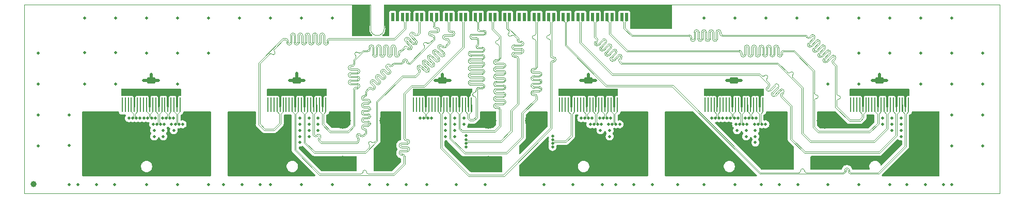
<source format=gbr>
%TF.GenerationSoftware,KiCad,Pcbnew,(7.0.0)*%
%TF.CreationDate,2023-07-13T12:17:45+02:00*%
%TF.ProjectId,RD53B_Quad_6DP_to_ERF8_Data_Adapter,52443533-425f-4517-9561-645f3644505f,V1*%
%TF.SameCoordinates,PX1767f18PY451e560*%
%TF.FileFunction,Copper,L1,Top*%
%TF.FilePolarity,Positive*%
%FSLAX46Y46*%
G04 Gerber Fmt 4.6, Leading zero omitted, Abs format (unit mm)*
G04 Created by KiCad (PCBNEW (7.0.0)) date 2023-07-13 12:17:45*
%MOMM*%
%LPD*%
G01*
G04 APERTURE LIST*
G04 Aperture macros list*
%AMRoundRect*
0 Rectangle with rounded corners*
0 $1 Rounding radius*
0 $2 $3 $4 $5 $6 $7 $8 $9 X,Y pos of 4 corners*
0 Add a 4 corners polygon primitive as box body*
4,1,4,$2,$3,$4,$5,$6,$7,$8,$9,$2,$3,0*
0 Add four circle primitives for the rounded corners*
1,1,$1+$1,$2,$3*
1,1,$1+$1,$4,$5*
1,1,$1+$1,$6,$7*
1,1,$1+$1,$8,$9*
0 Add four rect primitives between the rounded corners*
20,1,$1+$1,$2,$3,$4,$5,0*
20,1,$1+$1,$4,$5,$6,$7,0*
20,1,$1+$1,$6,$7,$8,$9,0*
20,1,$1+$1,$8,$9,$2,$3,0*%
G04 Aperture macros list end*
%TA.AperFunction,SMDPad,CuDef*%
%ADD10RoundRect,0.250000X0.475000X-0.250000X0.475000X0.250000X-0.475000X0.250000X-0.475000X-0.250000X0*%
%TD*%
%TA.AperFunction,SMDPad,CuDef*%
%ADD11R,0.280000X2.400000*%
%TD*%
%TA.AperFunction,ComponentPad*%
%ADD12C,2.660000*%
%TD*%
%TA.AperFunction,ComponentPad*%
%ADD13C,1.982000*%
%TD*%
%TA.AperFunction,SMDPad,CuDef*%
%ADD14R,0.500000X1.480000*%
%TD*%
%TA.AperFunction,SMDPad,CuDef*%
%ADD15R,1.500000X2.000000*%
%TD*%
%TA.AperFunction,SMDPad,CuDef*%
%ADD16C,1.000000*%
%TD*%
%TA.AperFunction,ViaPad*%
%ADD17C,0.500000*%
%TD*%
%TA.AperFunction,Conductor*%
%ADD18C,0.500000*%
%TD*%
%TA.AperFunction,Conductor*%
%ADD19C,0.126000*%
%TD*%
%TA.AperFunction,Profile*%
%ADD20C,0.010000*%
%TD*%
G04 APERTURE END LIST*
D10*
%TO.P,C2,1*%
%TO.N,/DP2_FGND*%
X44688000Y16645000D03*
%TO.P,C2,2*%
%TO.N,GND*%
X44688000Y18545000D03*
%TD*%
D11*
%TO.P,J4,1,1*%
%TO.N,/DP4_Line0_P*%
X97231999Y14564999D03*
%TO.P,J4,2,2*%
%TO.N,/DP4_FGND*%
X96731999Y14564999D03*
%TO.P,J4,3,3*%
%TO.N,/DP4_Line0_N*%
X96231999Y14564999D03*
%TO.P,J4,4,4*%
%TO.N,/DP4_Line1_P*%
X95731999Y14564999D03*
%TO.P,J4,5,5*%
%TO.N,/DP4_FGND*%
X95231999Y14564999D03*
%TO.P,J4,6,6*%
%TO.N,/DP4_Line1_N*%
X94731999Y14564999D03*
%TO.P,J4,7,7*%
%TO.N,/DP4_Line2_P*%
X94231999Y14564999D03*
%TO.P,J4,8,8*%
%TO.N,/DP4_FGND*%
X93731999Y14564999D03*
%TO.P,J4,9,9*%
%TO.N,/DP4_Line2_N*%
X93231999Y14564999D03*
%TO.P,J4,10,10*%
%TO.N,/DP4_Line3_P*%
X92731999Y14564999D03*
%TO.P,J4,11,11*%
%TO.N,/DP4_FGND*%
X92231999Y14564999D03*
%TO.P,J4,12,12*%
%TO.N,/DP4_Line3_N*%
X91731999Y14564999D03*
%TO.P,J4,13,13*%
%TO.N,unconnected-(J4-Pad13)*%
X91231999Y14564999D03*
%TO.P,J4,14,14*%
%TO.N,unconnected-(J4-Pad14)*%
X90731999Y14564999D03*
%TO.P,J4,15,15*%
%TO.N,/DP4_CMD_P*%
X90231999Y14564999D03*
%TO.P,J4,16,16*%
%TO.N,/DP4_FGND*%
X89731999Y14564999D03*
%TO.P,J4,17,17*%
%TO.N,/DP4_CMD_N*%
X89231999Y14564999D03*
%TO.P,J4,18,18*%
%TO.N,unconnected-(J4-Pad18)*%
X88731999Y14564999D03*
%TO.P,J4,19,19*%
%TO.N,unconnected-(J4-Pad19)*%
X88231999Y14564999D03*
%TO.P,J4,20,20*%
%TO.N,unconnected-(J4-Pad20)*%
X87731999Y14564999D03*
D12*
%TO.P,J4,MH1,MH1*%
%TO.N,/DP4_SGND*%
X83482000Y11965000D03*
D13*
%TO.P,J4,MH2,MH2*%
X83482000Y5185000D03*
%TO.P,J4,MH3,MH3*%
X99982000Y5185000D03*
D12*
%TO.P,J4,MH4,MH4*%
X99982000Y11965000D03*
%TD*%
D11*
%TO.P,J2,1,1*%
%TO.N,/DP2_Line0_P*%
X49433999Y14565999D03*
%TO.P,J2,2,2*%
%TO.N,/DP2_FGND*%
X48933999Y14565999D03*
%TO.P,J2,3,3*%
%TO.N,/DP2_Line0_N*%
X48433999Y14565999D03*
%TO.P,J2,4,4*%
%TO.N,/DP2_Line1_P*%
X47933999Y14565999D03*
%TO.P,J2,5,5*%
%TO.N,/DP2_FGND*%
X47433999Y14565999D03*
%TO.P,J2,6,6*%
%TO.N,/DP2_Line1_N*%
X46933999Y14565999D03*
%TO.P,J2,7,7*%
%TO.N,/DP2_Line2_P*%
X46433999Y14565999D03*
%TO.P,J2,8,8*%
%TO.N,/DP2_FGND*%
X45933999Y14565999D03*
%TO.P,J2,9,9*%
%TO.N,/DP2_Line2_N*%
X45433999Y14565999D03*
%TO.P,J2,10,10*%
%TO.N,/DP2_Line3_P*%
X44933999Y14565999D03*
%TO.P,J2,11,11*%
%TO.N,/DP2_FGND*%
X44433999Y14565999D03*
%TO.P,J2,12,12*%
%TO.N,/DP2_Line3_N*%
X43933999Y14565999D03*
%TO.P,J2,13,13*%
%TO.N,unconnected-(J2-Pad13)*%
X43433999Y14565999D03*
%TO.P,J2,14,14*%
%TO.N,unconnected-(J2-Pad14)*%
X42933999Y14565999D03*
%TO.P,J2,15,15*%
%TO.N,/DP2_CMD_P*%
X42433999Y14565999D03*
%TO.P,J2,16,16*%
%TO.N,/DP2_FGND*%
X41933999Y14565999D03*
%TO.P,J2,17,17*%
%TO.N,/DP2_CMD_N*%
X41433999Y14565999D03*
%TO.P,J2,18,18*%
%TO.N,unconnected-(J2-Pad18)*%
X40933999Y14565999D03*
%TO.P,J2,19,19*%
%TO.N,unconnected-(J2-Pad19)*%
X40433999Y14565999D03*
%TO.P,J2,20,20*%
%TO.N,unconnected-(J2-Pad20)*%
X39933999Y14565999D03*
D12*
%TO.P,J2,MH1,MH1*%
%TO.N,/DP2_SGND*%
X35684000Y11966000D03*
D13*
%TO.P,J2,MH2,MH2*%
X35684000Y5186000D03*
%TO.P,J2,MH3,MH3*%
X52184000Y5186000D03*
D12*
%TO.P,J2,MH4,MH4*%
X52184000Y11966000D03*
%TD*%
D10*
%TO.P,C1,1*%
%TO.N,/DP1_FGND*%
X20768000Y16645000D03*
%TO.P,C1,2*%
%TO.N,GND*%
X20768000Y18545000D03*
%TD*%
%TO.P,C6,1*%
%TO.N,/DP6_FGND*%
X140278000Y16645000D03*
%TO.P,C6,2*%
%TO.N,GND*%
X140278000Y18545000D03*
%TD*%
D14*
%TO.P,J7,01,01*%
%TO.N,unconnected-(J7-Pad01)*%
X60397999Y28944999D03*
%TO.P,J7,03,03*%
%TO.N,GND*%
X61197999Y28944999D03*
%TO.P,J7,05,05*%
%TO.N,/DP2_CMD_P*%
X61997999Y28944999D03*
%TO.P,J7,07,07*%
%TO.N,/DP2_CMD_N*%
X62797999Y28944999D03*
%TO.P,J7,09,09*%
%TO.N,GND*%
X63597999Y28944999D03*
%TO.P,J7,11,11*%
%TO.N,/DP2_Line0_P*%
X64397999Y28944999D03*
%TO.P,J7,13,13*%
%TO.N,/DP2_Line0_N*%
X65197999Y28944999D03*
%TO.P,J7,15,15*%
%TO.N,GND*%
X65997999Y28944999D03*
%TO.P,J7,17,17*%
%TO.N,/DP2_Line1_P*%
X66797999Y28944999D03*
%TO.P,J7,19,19*%
%TO.N,/DP2_Line1_N*%
X67597999Y28944999D03*
%TO.P,J7,21,21*%
%TO.N,GND*%
X68397999Y28944999D03*
%TO.P,J7,23,23*%
%TO.N,/DP2_Line2_P*%
X69197999Y28944999D03*
%TO.P,J7,25,25*%
%TO.N,/DP2_Line2_N*%
X69997999Y28944999D03*
%TO.P,J7,27,27*%
%TO.N,GND*%
X70797999Y28944999D03*
%TO.P,J7,29,29*%
%TO.N,/DP2_Line3_P*%
X71597999Y28944999D03*
%TO.P,J7,31,31*%
%TO.N,/DP2_Line3_N*%
X72397999Y28944999D03*
%TO.P,J7,33,33*%
%TO.N,GND*%
X73197999Y28944999D03*
%TO.P,J7,35,35*%
%TO.N,/DP3_Line0_P*%
X73997999Y28944999D03*
%TO.P,J7,37,37*%
%TO.N,/DP3_Line0_N*%
X74797999Y28944999D03*
%TO.P,J7,39,39*%
%TO.N,GND*%
X75597999Y28944999D03*
%TO.P,J7,41,41*%
%TO.N,/DP3_Line1_P*%
X76397999Y28944999D03*
%TO.P,J7,43,43*%
%TO.N,/DP3_Line1_N*%
X77197999Y28944999D03*
%TO.P,J7,45,45*%
%TO.N,GND*%
X77997999Y28944999D03*
%TO.P,J7,47,47*%
%TO.N,/DP3_CMD_P*%
X78797999Y28944999D03*
%TO.P,J7,49,49*%
%TO.N,/DP3_CMD_N*%
X79597999Y28944999D03*
%TO.P,J7,51,51*%
%TO.N,GND*%
X80397999Y28944999D03*
%TO.P,J7,53,53*%
%TO.N,unconnected-(J7-Pad53)*%
X81197999Y28944999D03*
%TO.P,J7,55,55*%
%TO.N,unconnected-(J7-Pad55)*%
X81997999Y28944999D03*
%TO.P,J7,57,57*%
%TO.N,GND*%
X82797999Y28944999D03*
%TO.P,J7,59,59*%
%TO.N,/DP3_Line2_P*%
X83597999Y28944999D03*
%TO.P,J7,61,61*%
%TO.N,/DP3_Line2_N*%
X84397999Y28944999D03*
%TO.P,J7,63,63*%
%TO.N,GND*%
X85197999Y28944999D03*
%TO.P,J7,65,65*%
%TO.N,/DP3_Line3_P*%
X85997999Y28944999D03*
%TO.P,J7,67,67*%
%TO.N,/DP3_Line3_N*%
X86797999Y28944999D03*
%TO.P,J7,69,69*%
%TO.N,GND*%
X87597999Y28944999D03*
%TO.P,J7,71,71*%
%TO.N,/DP6_Line0_P*%
X88397999Y28944999D03*
%TO.P,J7,73,73*%
%TO.N,/DP6_Line0_N*%
X89197999Y28944999D03*
%TO.P,J7,75,75*%
%TO.N,GND*%
X89997999Y28944999D03*
%TO.P,J7,77,77*%
%TO.N,/DP6_Line1_P*%
X90797999Y28944999D03*
%TO.P,J7,79,79*%
%TO.N,/DP6_Line1_N*%
X91597999Y28944999D03*
%TO.P,J7,81,81*%
%TO.N,GND*%
X92397999Y28944999D03*
%TO.P,J7,83,83*%
%TO.N,/DP6_Line2_P*%
X93197999Y28944999D03*
%TO.P,J7,85,85*%
%TO.N,/DP6_Line2_N*%
X93997999Y28944999D03*
%TO.P,J7,87,87*%
%TO.N,GND*%
X94797999Y28944999D03*
%TO.P,J7,89,89*%
%TO.N,/DP6_Line3_P*%
X95597999Y28944999D03*
%TO.P,J7,91,91*%
%TO.N,/DP6_Line3_N*%
X96397999Y28944999D03*
%TO.P,J7,93,93*%
%TO.N,GND*%
X97197999Y28944999D03*
%TO.P,J7,95,95*%
%TO.N,/DP6_CMD_P*%
X97997999Y28944999D03*
%TO.P,J7,97,97*%
%TO.N,/DP6_CMD_N*%
X98797999Y28944999D03*
%TO.P,J7,99,99*%
%TO.N,GND*%
X99597999Y28944999D03*
D15*
%TO.P,J7,S1,S1*%
X55497999Y28804999D03*
%TO.P,J7,S3,S3*%
X104497999Y28804999D03*
%TD*%
D10*
%TO.P,C3,1*%
%TO.N,/DP3_FGND*%
X68588000Y16645000D03*
%TO.P,C3,2*%
%TO.N,GND*%
X68588000Y18545000D03*
%TD*%
D11*
%TO.P,J6,1,1*%
%TO.N,/DP6_Line0_P*%
X145027999Y14564999D03*
%TO.P,J6,2,2*%
%TO.N,/DP6_FGND*%
X144527999Y14564999D03*
%TO.P,J6,3,3*%
%TO.N,/DP6_Line0_N*%
X144027999Y14564999D03*
%TO.P,J6,4,4*%
%TO.N,/DP6_Line1_P*%
X143527999Y14564999D03*
%TO.P,J6,5,5*%
%TO.N,/DP6_FGND*%
X143027999Y14564999D03*
%TO.P,J6,6,6*%
%TO.N,/DP6_Line1_N*%
X142527999Y14564999D03*
%TO.P,J6,7,7*%
%TO.N,/DP6_Line2_P*%
X142027999Y14564999D03*
%TO.P,J6,8,8*%
%TO.N,/DP6_FGND*%
X141527999Y14564999D03*
%TO.P,J6,9,9*%
%TO.N,/DP6_Line2_N*%
X141027999Y14564999D03*
%TO.P,J6,10,10*%
%TO.N,/DP6_Line3_P*%
X140527999Y14564999D03*
%TO.P,J6,11,11*%
%TO.N,/DP6_FGND*%
X140027999Y14564999D03*
%TO.P,J6,12,12*%
%TO.N,/DP6_Line3_N*%
X139527999Y14564999D03*
%TO.P,J6,13,13*%
%TO.N,unconnected-(J6-Pad13)*%
X139027999Y14564999D03*
%TO.P,J6,14,14*%
%TO.N,unconnected-(J6-Pad14)*%
X138527999Y14564999D03*
%TO.P,J6,15,15*%
%TO.N,/DP6_CMD_P*%
X138027999Y14564999D03*
%TO.P,J6,16,16*%
%TO.N,/DP6_FGND*%
X137527999Y14564999D03*
%TO.P,J6,17,17*%
%TO.N,/DP6_CMD_N*%
X137027999Y14564999D03*
%TO.P,J6,18,18*%
%TO.N,unconnected-(J6-Pad18)*%
X136527999Y14564999D03*
%TO.P,J6,19,19*%
%TO.N,unconnected-(J6-Pad19)*%
X136027999Y14564999D03*
%TO.P,J6,20,20*%
%TO.N,unconnected-(J6-Pad20)*%
X135527999Y14564999D03*
D12*
%TO.P,J6,MH1,MH1*%
%TO.N,/DP6_SGND*%
X131278000Y11965000D03*
D13*
%TO.P,J6,MH2,MH2*%
X131278000Y5185000D03*
%TO.P,J6,MH3,MH3*%
X147778000Y5185000D03*
D12*
%TO.P,J6,MH4,MH4*%
X147778000Y11965000D03*
%TD*%
D10*
%TO.P,C5,1*%
%TO.N,/DP5_FGND*%
X116378000Y16645000D03*
%TO.P,C5,2*%
%TO.N,GND*%
X116378000Y18545000D03*
%TD*%
D11*
%TO.P,J5,1,1*%
%TO.N,/DP5_Line0_P*%
X121129999Y14564999D03*
%TO.P,J5,2,2*%
%TO.N,/DP5_FGND*%
X120629999Y14564999D03*
%TO.P,J5,3,3*%
%TO.N,/DP5_Line0_N*%
X120129999Y14564999D03*
%TO.P,J5,4,4*%
%TO.N,/DP5_Line1_P*%
X119629999Y14564999D03*
%TO.P,J5,5,5*%
%TO.N,/DP5_FGND*%
X119129999Y14564999D03*
%TO.P,J5,6,6*%
%TO.N,/DP5_Line1_N*%
X118629999Y14564999D03*
%TO.P,J5,7,7*%
%TO.N,/DP5_Line2_P*%
X118129999Y14564999D03*
%TO.P,J5,8,8*%
%TO.N,/DP5_FGND*%
X117629999Y14564999D03*
%TO.P,J5,9,9*%
%TO.N,/DP5_Line2_N*%
X117129999Y14564999D03*
%TO.P,J5,10,10*%
%TO.N,/DP5_Line3_P*%
X116629999Y14564999D03*
%TO.P,J5,11,11*%
%TO.N,/DP5_FGND*%
X116129999Y14564999D03*
%TO.P,J5,12,12*%
%TO.N,/DP5_Line3_N*%
X115629999Y14564999D03*
%TO.P,J5,13,13*%
%TO.N,unconnected-(J5-Pad13)*%
X115129999Y14564999D03*
%TO.P,J5,14,14*%
%TO.N,unconnected-(J5-Pad14)*%
X114629999Y14564999D03*
%TO.P,J5,15,15*%
%TO.N,/DP5_CMD_P*%
X114129999Y14564999D03*
%TO.P,J5,16,16*%
%TO.N,/DP5_FGND*%
X113629999Y14564999D03*
%TO.P,J5,17,17*%
%TO.N,/DP5_CMD_N*%
X113129999Y14564999D03*
%TO.P,J5,18,18*%
%TO.N,unconnected-(J5-Pad18)*%
X112629999Y14564999D03*
%TO.P,J5,19,19*%
%TO.N,unconnected-(J5-Pad19)*%
X112129999Y14564999D03*
%TO.P,J5,20,20*%
%TO.N,unconnected-(J5-Pad20)*%
X111629999Y14564999D03*
D12*
%TO.P,J5,MH1,MH1*%
%TO.N,/DP5_SGND*%
X107380000Y11965000D03*
D13*
%TO.P,J5,MH2,MH2*%
X107380000Y5185000D03*
%TO.P,J5,MH3,MH3*%
X123880000Y5185000D03*
D12*
%TO.P,J5,MH4,MH4*%
X123880000Y11965000D03*
%TD*%
D11*
%TO.P,J3,1,1*%
%TO.N,/DP3_Line0_P*%
X73333999Y14564999D03*
%TO.P,J3,2,2*%
%TO.N,/DP3_FGND*%
X72833999Y14564999D03*
%TO.P,J3,3,3*%
%TO.N,/DP3_Line0_N*%
X72333999Y14564999D03*
%TO.P,J3,4,4*%
%TO.N,/DP3_Line1_P*%
X71833999Y14564999D03*
%TO.P,J3,5,5*%
%TO.N,/DP3_FGND*%
X71333999Y14564999D03*
%TO.P,J3,6,6*%
%TO.N,/DP3_Line1_N*%
X70833999Y14564999D03*
%TO.P,J3,7,7*%
%TO.N,/DP3_Line2_P*%
X70333999Y14564999D03*
%TO.P,J3,8,8*%
%TO.N,/DP3_FGND*%
X69833999Y14564999D03*
%TO.P,J3,9,9*%
%TO.N,/DP3_Line2_N*%
X69333999Y14564999D03*
%TO.P,J3,10,10*%
%TO.N,/DP3_Line3_P*%
X68833999Y14564999D03*
%TO.P,J3,11,11*%
%TO.N,/DP3_FGND*%
X68333999Y14564999D03*
%TO.P,J3,12,12*%
%TO.N,/DP3_Line3_N*%
X67833999Y14564999D03*
%TO.P,J3,13,13*%
%TO.N,unconnected-(J3-Pad13)*%
X67333999Y14564999D03*
%TO.P,J3,14,14*%
%TO.N,unconnected-(J3-Pad14)*%
X66833999Y14564999D03*
%TO.P,J3,15,15*%
%TO.N,/DP3_CMD_P*%
X66333999Y14564999D03*
%TO.P,J3,16,16*%
%TO.N,/DP3_FGND*%
X65833999Y14564999D03*
%TO.P,J3,17,17*%
%TO.N,/DP3_CMD_N*%
X65333999Y14564999D03*
%TO.P,J3,18,18*%
%TO.N,unconnected-(J3-Pad18)*%
X64833999Y14564999D03*
%TO.P,J3,19,19*%
%TO.N,unconnected-(J3-Pad19)*%
X64333999Y14564999D03*
%TO.P,J3,20,20*%
%TO.N,unconnected-(J3-Pad20)*%
X63833999Y14564999D03*
D12*
%TO.P,J3,MH1,MH1*%
%TO.N,/DP3_SGND*%
X59584000Y11965000D03*
D13*
%TO.P,J3,MH2,MH2*%
X59584000Y5185000D03*
%TO.P,J3,MH3,MH3*%
X76084000Y5185000D03*
D12*
%TO.P,J3,MH4,MH4*%
X76084000Y11965000D03*
%TD*%
D11*
%TO.P,J1,1,1*%
%TO.N,/DP1_Line0_P*%
X25537999Y14564999D03*
%TO.P,J1,2,2*%
%TO.N,/DP1_FGND*%
X25037999Y14564999D03*
%TO.P,J1,3,3*%
%TO.N,/DP1_Line0_N*%
X24537999Y14564999D03*
%TO.P,J1,4,4*%
%TO.N,/DP1_Line1_P*%
X24037999Y14564999D03*
%TO.P,J1,5,5*%
%TO.N,/DP1_FGND*%
X23537999Y14564999D03*
%TO.P,J1,6,6*%
%TO.N,/DP1_Line1_N*%
X23037999Y14564999D03*
%TO.P,J1,7,7*%
%TO.N,/DP1_Line2_P*%
X22537999Y14564999D03*
%TO.P,J1,8,8*%
%TO.N,/DP1_FGND*%
X22037999Y14564999D03*
%TO.P,J1,9,9*%
%TO.N,/DP1_Line2_N*%
X21537999Y14564999D03*
%TO.P,J1,10,10*%
%TO.N,/DP1_Line3_P*%
X21037999Y14564999D03*
%TO.P,J1,11,11*%
%TO.N,/DP1_FGND*%
X20537999Y14564999D03*
%TO.P,J1,12,12*%
%TO.N,/DP1_Line3_N*%
X20037999Y14564999D03*
%TO.P,J1,13,13*%
%TO.N,unconnected-(J1-Pad13)*%
X19537999Y14564999D03*
%TO.P,J1,14,14*%
%TO.N,unconnected-(J1-Pad14)*%
X19037999Y14564999D03*
%TO.P,J1,15,15*%
%TO.N,/DP1_CMD_P*%
X18537999Y14564999D03*
%TO.P,J1,16,16*%
%TO.N,/DP1_FGND*%
X18037999Y14564999D03*
%TO.P,J1,17,17*%
%TO.N,/DP1_CMD_N*%
X17537999Y14564999D03*
%TO.P,J1,18,18*%
%TO.N,unconnected-(J1-Pad18)*%
X17037999Y14564999D03*
%TO.P,J1,19,19*%
%TO.N,unconnected-(J1-Pad19)*%
X16537999Y14564999D03*
%TO.P,J1,20,20*%
%TO.N,unconnected-(J1-Pad20)*%
X16037999Y14564999D03*
D12*
%TO.P,J1,MH1,MH1*%
%TO.N,/DP1_SGND*%
X11788000Y11965000D03*
D13*
%TO.P,J1,MH2,MH2*%
X11788000Y5185000D03*
%TO.P,J1,MH3,MH3*%
X28288000Y5185000D03*
D12*
%TO.P,J1,MH4,MH4*%
X28288000Y11965000D03*
%TD*%
D16*
%TO.P,REF_Top,*%
%TO.N,*%
X1487000Y1524000D03*
%TD*%
D10*
%TO.P,C4,1*%
%TO.N,/DP4_FGND*%
X92478000Y16645000D03*
%TO.P,C4,2*%
%TO.N,GND*%
X92478000Y18545000D03*
%TD*%
D17*
%TO.N,GND*%
X94640400Y11335000D03*
X116895500Y10335000D03*
X80398000Y30235000D03*
X9858000Y23097000D03*
X77998000Y30235000D03*
X72458000Y7622600D03*
X70593000Y9335000D03*
X136858000Y23055000D03*
X70593000Y11335000D03*
X152098000Y23055000D03*
X126698000Y28805000D03*
X14938000Y17975000D03*
X70798000Y1422500D03*
X20018000Y23055000D03*
X93140400Y12335000D03*
X140773000Y12335000D03*
X111458000Y1422500D03*
X75598000Y1422500D03*
X67388000Y18507500D03*
X118390500Y10335000D03*
X92478000Y19507500D03*
X25940400Y11335000D03*
X25098000Y1422500D03*
X96982000Y1422500D03*
X45190500Y10335000D03*
X87598000Y30235000D03*
X56584000Y1422500D03*
X144778000Y1422500D03*
X91335600Y12335000D03*
X14938000Y28805000D03*
X48185500Y10335000D03*
X97198000Y30235000D03*
X40338000Y28805000D03*
X69083000Y11335000D03*
X44688000Y19676700D03*
X95835600Y11335000D03*
X48185500Y12335000D03*
X89998000Y1422500D03*
X95990500Y10335000D03*
X73198000Y30235000D03*
X45888000Y18507500D03*
X86628000Y7598400D03*
X91278000Y18507500D03*
X117578000Y18507500D03*
X19568000Y18507500D03*
X64935600Y12335000D03*
X86628000Y9403200D03*
X147778000Y1422500D03*
X103228000Y28805000D03*
X9858000Y28805000D03*
X147018000Y28805000D03*
X116735600Y11335000D03*
X118390500Y9335000D03*
X61198000Y30235000D03*
X140278000Y19507500D03*
X96140400Y12335000D03*
X24135600Y11335000D03*
X2238000Y17975000D03*
X68398000Y30235000D03*
X141938000Y1422500D03*
X117040400Y12335000D03*
X111458000Y28805000D03*
X141478000Y18507500D03*
X102982000Y1422500D03*
X142268000Y10335000D03*
X2238000Y12895000D03*
X30178000Y28805000D03*
X118540400Y11335000D03*
X69788000Y18507500D03*
X92398000Y30235000D03*
X66740400Y12335000D03*
X152098000Y28805000D03*
X75598000Y30235000D03*
X20018000Y28805000D03*
X46698000Y9335000D03*
X143780500Y12360000D03*
X18940400Y12335000D03*
X157178000Y12895000D03*
X21293000Y9335000D03*
X157178000Y23055000D03*
X22635600Y12335000D03*
X11788000Y1422500D03*
X120880000Y1422500D03*
X68588000Y19507500D03*
X14788000Y1422500D03*
X22783000Y10335000D03*
X35258000Y28805000D03*
X70593000Y12335000D03*
X32625000Y1422500D03*
X24488000Y10335000D03*
X152098000Y1422500D03*
X46698000Y12335000D03*
X54228000Y28805000D03*
X45418000Y1422500D03*
X55498000Y27335000D03*
X45190500Y8335000D03*
X115178000Y18507500D03*
X22940400Y11335000D03*
X30178000Y1422500D03*
X121540400Y11335000D03*
X24440400Y12335000D03*
X157178000Y7815000D03*
X69083000Y10335000D03*
X143780500Y9335000D03*
X21135600Y11335000D03*
X142268000Y12335000D03*
X139078000Y18507500D03*
X7318000Y12895000D03*
X120040400Y12335000D03*
X72458000Y9427400D03*
X46668000Y11335000D03*
X147018000Y17975000D03*
X72090500Y12335000D03*
X30178000Y23055000D03*
X65998000Y30235000D03*
X95990500Y9335000D03*
X97640400Y11335000D03*
X136858000Y28805000D03*
X38684000Y1422500D03*
X45190500Y12335000D03*
X143780500Y10335000D03*
X99598000Y30235000D03*
X116538000Y1422500D03*
X62584000Y1422500D03*
X94493000Y10335000D03*
X92835600Y11335000D03*
X116538000Y28805000D03*
X105768000Y28805000D03*
X50498000Y28805000D03*
X140773000Y11335000D03*
X119895500Y9335000D03*
X99982000Y1422500D03*
X25098000Y17975000D03*
X50498000Y1422500D03*
X70798000Y30235000D03*
X21443700Y12335000D03*
X119735600Y11335000D03*
X69083000Y12335000D03*
X46698000Y10335000D03*
X118235600Y12335000D03*
X142268000Y11335000D03*
X115232300Y12335000D03*
X20768000Y19507500D03*
X152098000Y12895000D03*
X2238000Y7815000D03*
X45190500Y11335000D03*
X25098000Y23055000D03*
X85198000Y1422500D03*
X70593000Y10335000D03*
X104498000Y27335000D03*
X94798000Y30235000D03*
X7318000Y7863000D03*
X82798000Y30235000D03*
X112732300Y12335000D03*
X65998000Y1422500D03*
X20018000Y1422500D03*
X45418000Y28805000D03*
X141938000Y28805000D03*
X126880000Y1422500D03*
X63598000Y30235000D03*
X119895500Y10335000D03*
X107168000Y1422500D03*
X14938000Y23097000D03*
X114540400Y12335000D03*
X94798000Y1422500D03*
X131778000Y17975000D03*
X8788000Y1422500D03*
X59584000Y1422500D03*
X21293000Y10335000D03*
X72090500Y11335000D03*
X143780500Y11335000D03*
X131778000Y28805000D03*
X40338000Y1422500D03*
X131778000Y1422500D03*
X43488000Y18507500D03*
X35684000Y1419000D03*
X93678000Y18507500D03*
X150778000Y1422500D03*
X19636400Y12335000D03*
X141938000Y23055000D03*
X2238000Y23055000D03*
X121618000Y28805000D03*
X136858000Y17975000D03*
X22783000Y9335000D03*
X25098000Y28805000D03*
X7318000Y1422500D03*
X85198000Y30235000D03*
X94335600Y12335000D03*
X136858000Y1422500D03*
X9858000Y17975000D03*
X48185500Y11335000D03*
X123880000Y1422500D03*
X152098000Y17975000D03*
X45190500Y9335000D03*
X147018000Y23055000D03*
X89998000Y30235000D03*
X69083000Y9335000D03*
X119895500Y8335000D03*
X17135600Y12335000D03*
X157178000Y17975000D03*
X152098000Y7815000D03*
X21968000Y18507500D03*
%TO.N,/DP1_Line0_P*%
X25338800Y11335000D03*
%TO.N,/DP1_Line0_N*%
X24737200Y11335000D03*
%TO.N,/DP1_Line1_P*%
X23838800Y12335000D03*
%TO.N,/DP1_Line1_N*%
X23237200Y12335000D03*
%TO.N,/DP1_Line2_P*%
X22338800Y11335000D03*
%TO.N,/DP1_Line2_N*%
X21737200Y11335000D03*
%TO.N,/DP1_Line3_P*%
X20842100Y12345000D03*
%TO.N,/DP1_Line3_N*%
X20238000Y12345000D03*
%TO.N,/DP3_SGND*%
X72653000Y5170000D03*
X73286000Y11130000D03*
X70088000Y7275000D03*
%TO.N,/DP1_CMD_P*%
X18338800Y12335000D03*
%TO.N,/DP1_CMD_N*%
X17737200Y12335000D03*
%TO.N,/DP3_CMD_P*%
X72458000Y8825800D03*
X66138800Y12335000D03*
%TO.N,/DP3_CMD_N*%
X72458000Y8224200D03*
X65537200Y12335000D03*
%TO.N,/DP4_Line0_P*%
X97038800Y11335000D03*
%TO.N,/DP4_Line0_N*%
X96437200Y11335000D03*
%TO.N,/DP4_Line1_P*%
X95538800Y12335000D03*
%TO.N,/DP4_Line1_N*%
X94937200Y12335000D03*
%TO.N,/DP4_Line2_P*%
X94038800Y11335000D03*
%TO.N,/DP4_Line2_N*%
X93437200Y11335000D03*
%TO.N,/DP4_Line3_P*%
X92538800Y12335000D03*
%TO.N,/DP4_Line3_N*%
X91937200Y12335000D03*
%TO.N,/DP4_CMD_P*%
X86628000Y8200000D03*
%TO.N,/DP4_CMD_N*%
X86628000Y8801600D03*
%TO.N,/DP5_Line0_P*%
X120938800Y11335000D03*
%TO.N,/DP5_Line0_N*%
X120337200Y11335000D03*
%TO.N,/DP5_Line1_P*%
X119438800Y12335000D03*
%TO.N,/DP5_Line1_N*%
X118837200Y12335000D03*
%TO.N,/DP5_Line2_P*%
X117938800Y11335000D03*
%TO.N,/DP5_Line2_N*%
X117337200Y11335000D03*
%TO.N,/DP5_Line3_P*%
X116438800Y12335000D03*
%TO.N,/DP5_Line3_N*%
X115833900Y12335000D03*
%TO.N,/DP5_CMD_P*%
X113938800Y12335000D03*
%TO.N,/DP5_CMD_N*%
X113333900Y12335000D03*
%TO.N,/DP4_SGND*%
X90111000Y8045000D03*
X91948000Y8064000D03*
%TO.N,/DP5_SGND*%
X115998000Y9310000D03*
X118916000Y7071000D03*
X111772000Y9203000D03*
X117031000Y5527000D03*
%TD*%
D18*
%TO.N,GND*%
X43488000Y18507500D02*
X44650500Y18507500D01*
X140278000Y19507500D02*
X140278000Y18545000D01*
X140315500Y18507500D02*
X140278000Y18545000D01*
X44688000Y19676700D02*
X44688000Y18545000D01*
X92440500Y18507500D02*
X92478000Y18545000D01*
X68588000Y19507500D02*
X68588000Y18545000D01*
X92478000Y19507500D02*
X92478000Y18545000D01*
X68625500Y18507500D02*
X68588000Y18545000D01*
X69788000Y18507500D02*
X68625500Y18507500D01*
X44650500Y18507500D02*
X44688000Y18545000D01*
X67388000Y18507500D02*
X68550500Y18507500D01*
X117578000Y18507500D02*
X116415500Y18507500D01*
X93678000Y18507500D02*
X92515500Y18507500D01*
X140240500Y18507500D02*
X140278000Y18545000D01*
X20768000Y19507500D02*
X20768000Y18545000D01*
X68550500Y18507500D02*
X68588000Y18545000D01*
X141478000Y18507500D02*
X140315500Y18507500D01*
X91278000Y18507500D02*
X92440500Y18507500D01*
X115178000Y18507500D02*
X116340500Y18507500D01*
X19568000Y18507500D02*
X20730500Y18507500D01*
X21968000Y18507500D02*
X20805500Y18507500D01*
X116340500Y18507500D02*
X116378000Y18545000D01*
X92515500Y18507500D02*
X92478000Y18545000D01*
X20805500Y18507500D02*
X20768000Y18545000D01*
X116415500Y18507500D02*
X116378000Y18545000D01*
X45888000Y18507500D02*
X44725500Y18507500D01*
X20730500Y18507500D02*
X20768000Y18545000D01*
X44725500Y18507500D02*
X44688000Y18545000D01*
X139078000Y18507500D02*
X140240500Y18507500D01*
D19*
%TO.N,/DP1_Line0_P*%
X25148499Y13026499D02*
X25538000Y13416000D01*
X25538000Y13416000D02*
X25538000Y14565000D01*
X25148499Y11525301D02*
X25148499Y13026499D01*
X25338800Y11335000D02*
X25148499Y11525301D01*
%TO.N,/DP1_Line0_N*%
X24737200Y11335000D02*
X24920899Y11518699D01*
X24920899Y13033101D02*
X24538000Y13416000D01*
X24920899Y11518699D02*
X24920899Y13033101D01*
X24538000Y13416000D02*
X24538000Y14565000D01*
%TO.N,/DP1_Line1_P*%
X24038000Y13418000D02*
X24038000Y14565000D01*
X23643499Y12530301D02*
X23643499Y13023499D01*
X23838800Y12335000D02*
X23643499Y12530301D01*
X23643499Y13023499D02*
X24038000Y13418000D01*
%TO.N,/DP1_Line1_N*%
X23038000Y13416000D02*
X23038000Y14565000D01*
X23415899Y13038101D02*
X23038000Y13416000D01*
X23415899Y12513699D02*
X23415899Y13038101D01*
X23237200Y12335000D02*
X23415899Y12513699D01*
%TO.N,/DP1_Line2_P*%
X22148499Y11525301D02*
X22148499Y13026499D01*
X22338800Y11335000D02*
X22148499Y11525301D01*
X22538000Y13416000D02*
X22538000Y14565000D01*
X22148499Y13026499D02*
X22538000Y13416000D01*
%TO.N,/DP1_Line2_N*%
X21737200Y11335000D02*
X21920899Y11518699D01*
X21920899Y11518699D02*
X21920899Y13033101D01*
X21920899Y13033101D02*
X21538000Y13416000D01*
X21538000Y13416000D02*
X21538000Y14565000D01*
%TO.N,/DP1_Line3_P*%
X21038000Y14565000D02*
X21038000Y13416000D01*
X21038000Y13416000D02*
X20660600Y13038600D01*
X20660600Y12526500D02*
X20842100Y12345000D01*
X20660600Y13038600D02*
X20660600Y12526500D01*
%TO.N,/DP1_Line3_N*%
X20433000Y12525000D02*
X20253000Y12345000D01*
X20253000Y12345000D02*
X20238000Y12345000D01*
X20433000Y13021000D02*
X20433000Y12525000D01*
X20038000Y13416000D02*
X20433000Y13021000D01*
X20038000Y14565000D02*
X20038000Y13416000D01*
%TO.N,/DP1_CMD_P*%
X18538000Y13416000D02*
X18150600Y13028600D01*
X18538000Y14565000D02*
X18538000Y13416000D01*
X18150600Y13028600D02*
X18150600Y12523200D01*
X18150600Y12523200D02*
X18338800Y12335000D01*
%TO.N,/DP1_CMD_N*%
X17923000Y12520800D02*
X17923000Y13031000D01*
X17538000Y13416000D02*
X17538000Y14565000D01*
X17737200Y12335000D02*
X17923000Y12520800D01*
X17923000Y13031000D02*
X17538000Y13416000D01*
%TO.N,/DP2_Line0_P*%
X54624821Y19839901D02*
X54188499Y19839901D01*
X64398000Y28945000D02*
X64398000Y28365000D01*
X57325600Y23241200D02*
X57325600Y23968800D01*
X63071772Y23799788D02*
X62849882Y24021678D01*
X54306971Y22233972D02*
X53960899Y21887899D01*
X53960899Y19012301D02*
X54624821Y19012301D01*
X54188499Y19839901D02*
X53524577Y19839901D01*
X64686400Y28076600D02*
X64686400Y26443400D01*
X62467053Y25516362D02*
X62467053Y25516361D01*
X60098000Y23968800D02*
X60098000Y23468800D01*
X62264680Y24021677D02*
X61711800Y23468800D01*
X54731235Y23082500D02*
X54701671Y23112064D01*
X63566748Y25001870D02*
X63486279Y25082339D01*
X49434000Y13418900D02*
X49434000Y14566000D01*
X54188499Y18639901D02*
X53524577Y18639901D01*
X53524577Y19012301D02*
X53960899Y19012301D01*
X54731234Y23082500D02*
X54731235Y23082500D01*
X59725600Y22741200D02*
X59725600Y23241200D01*
X58898000Y23968800D02*
X58898000Y23468800D01*
X64122672Y26143000D02*
X64122673Y26143000D01*
X64686400Y26443400D02*
X64386000Y26143000D01*
X58525600Y23241200D02*
X58525600Y23968800D01*
X63315581Y25779691D02*
X63315581Y25779690D01*
X63486279Y25082339D02*
X63486276Y25082339D01*
X53524577Y20212301D02*
X53774699Y20212301D01*
X49045600Y13030500D02*
X49434000Y13418900D01*
X60098000Y23468800D02*
X60098000Y22741200D01*
X53524577Y17812301D02*
X53960899Y17812301D01*
X63920301Y24648317D02*
X63566748Y25001870D01*
X54624821Y17439901D02*
X54374699Y17439901D01*
X63315581Y25779690D02*
X64183626Y24911643D01*
X57325600Y22741200D02*
X57325600Y23241200D01*
X54306970Y22233973D02*
X54306971Y22233972D01*
X53960899Y11137899D02*
X53058000Y10235000D01*
X53058000Y10235000D02*
X50219876Y10235000D01*
X54277407Y22687800D02*
X54306970Y22658237D01*
X53774699Y20212301D02*
X54624821Y20212301D01*
X62467053Y24931160D02*
X63335097Y24063114D01*
X53774699Y21039901D02*
X53524577Y21039901D01*
X62467053Y24931161D02*
X62467053Y24931160D01*
X53960899Y17026101D02*
X53960899Y11137899D01*
X53960899Y21887899D02*
X53960899Y21226101D01*
X63486276Y25082339D02*
X63052254Y25516361D01*
X58898000Y23468800D02*
X58898000Y22741200D01*
X60925600Y22741200D02*
X60925600Y23055000D01*
X50219876Y10235000D02*
X49045600Y11409276D01*
X62264681Y24021677D02*
X62264680Y24021677D01*
X56498000Y23968800D02*
X56498000Y23655000D01*
X60925600Y23055000D02*
X60925600Y23968800D01*
X64122673Y26143000D02*
X63900782Y26364891D01*
X63315581Y26364890D02*
X63315581Y26364891D01*
X49045600Y11409276D02*
X49045600Y13030500D01*
X56311800Y23468800D02*
X55541800Y23468800D01*
X57698000Y23468800D02*
X57698000Y22741200D01*
X59725600Y23241200D02*
X59725600Y23968800D01*
X55541800Y23468800D02*
X55155500Y23082500D01*
X64183627Y24648316D02*
X64183627Y24648317D01*
X58525600Y22741200D02*
X58525600Y23241200D01*
X54624821Y18639901D02*
X54188499Y18639901D01*
X63335098Y23799787D02*
X63335098Y23799788D01*
X53960899Y17812301D02*
X54624821Y17812301D01*
X61298000Y23055000D02*
X61298000Y22741200D01*
X64398000Y28365000D02*
X64686400Y28076600D01*
X57698000Y23968800D02*
X57698000Y23468800D01*
X63335148Y23799738D02*
G75*
G03*
X63335097Y24063114I-131748J131662D01*
G01*
X62467014Y25516399D02*
G75*
G03*
X62467053Y24931161I292686J-292599D01*
G01*
X54306975Y22233968D02*
G75*
G03*
X54306970Y22658237I-212175J212132D01*
G01*
X54811001Y18826101D02*
G75*
G03*
X54624821Y19012301I-186201J-1D01*
G01*
X54624821Y17439879D02*
G75*
G03*
X54811021Y17626101I-21J186221D01*
G01*
X53110801Y20626101D02*
G75*
G03*
X53524577Y20212301I413799J-1D01*
G01*
X58525600Y22741200D02*
G75*
G03*
X58711800Y22555000I186200J0D01*
G01*
X63071773Y23799789D02*
G75*
G03*
X63335097Y23799789I131662J131661D01*
G01*
X54811001Y17626101D02*
G75*
G03*
X54624821Y17812301I-186201J-1D01*
G01*
X59725600Y23968800D02*
G75*
G03*
X59311800Y24382600I-413800J0D01*
G01*
X54701670Y23112063D02*
G75*
G03*
X54277408Y23112063I-212131J-212131D01*
G01*
X53524577Y18639923D02*
G75*
G03*
X53110777Y18226101I23J-413823D01*
G01*
X59911800Y22555000D02*
G75*
G03*
X60098000Y22741200I0J186200D01*
G01*
X58111800Y24382600D02*
G75*
G03*
X57698000Y23968800I0J-413800D01*
G01*
X59725600Y22741200D02*
G75*
G03*
X59911800Y22555000I186200J0D01*
G01*
X62849900Y24021696D02*
G75*
G03*
X62264681Y24021677I-292600J-292596D01*
G01*
X54624821Y18639879D02*
G75*
G03*
X54811021Y18826101I-21J186221D01*
G01*
X59311800Y24382600D02*
G75*
G03*
X58898000Y23968800I0J-413800D01*
G01*
X63315572Y26364900D02*
G75*
G03*
X63315581Y25779691I292628J-292600D01*
G01*
X57511800Y22555000D02*
G75*
G03*
X57698000Y22741200I0J186200D01*
G01*
X60511800Y24382600D02*
G75*
G03*
X60098000Y23968800I0J-413800D01*
G01*
X60925600Y23968800D02*
G75*
G03*
X60511800Y24382600I-413800J0D01*
G01*
X53110801Y18226101D02*
G75*
G03*
X53524577Y17812301I413799J-1D01*
G01*
X60925600Y22741200D02*
G75*
G03*
X61111800Y22555000I186200J0D01*
G01*
X56911800Y24382600D02*
G75*
G03*
X56498000Y23968800I0J-413800D01*
G01*
X53110801Y19426101D02*
G75*
G03*
X53524577Y19012301I413799J-1D01*
G01*
X53524577Y21039923D02*
G75*
G03*
X53110777Y20626101I23J-413823D01*
G01*
X53524577Y19839923D02*
G75*
G03*
X53110777Y19426101I23J-413823D01*
G01*
X54624821Y19839879D02*
G75*
G03*
X54811021Y20026101I-21J186221D01*
G01*
X61711800Y23468800D02*
G75*
G03*
X61298000Y23055000I0J-413800D01*
G01*
X57325600Y22741200D02*
G75*
G03*
X57511800Y22555000I186200J0D01*
G01*
X63920302Y24648318D02*
G75*
G03*
X64183626Y24648318I131662J131661D01*
G01*
X56311800Y23468800D02*
G75*
G03*
X56498000Y23655000I0J186200D01*
G01*
X63052301Y25516408D02*
G75*
G03*
X62467053Y25516362I-292601J-292608D01*
G01*
X53774699Y21039901D02*
G75*
G03*
X53960899Y21226101I1J186199D01*
G01*
X54811001Y20026101D02*
G75*
G03*
X54624821Y20212301I-186201J-1D01*
G01*
X61111800Y22555000D02*
G75*
G03*
X61298000Y22741200I0J186200D01*
G01*
X64183606Y24648337D02*
G75*
G03*
X64183626Y24911643I-131606J131663D01*
G01*
X57325600Y23968800D02*
G75*
G03*
X56911800Y24382600I-413800J0D01*
G01*
X63900800Y26364909D02*
G75*
G03*
X63315581Y26364890I-292600J-292609D01*
G01*
X58711800Y22555000D02*
G75*
G03*
X58898000Y22741200I0J186200D01*
G01*
X54731234Y23082500D02*
G75*
G03*
X55155500Y23082500I212133J212134D01*
G01*
X58525600Y23968800D02*
G75*
G03*
X58111800Y24382600I-413800J0D01*
G01*
X54374699Y17439901D02*
G75*
G03*
X53960899Y17026101I1J-413801D01*
G01*
X54277440Y23112031D02*
G75*
G03*
X54277408Y22687801I212060J-212131D01*
G01*
X64122672Y26143000D02*
G75*
G03*
X64386000Y26143000I131664J131664D01*
G01*
%TO.N,/DP2_Line0_N*%
X54188499Y18412301D02*
X53524577Y18412301D01*
X62910833Y23638850D02*
X62688943Y23860740D01*
X56725600Y23968800D02*
X56725600Y23655000D01*
X50125600Y10007400D02*
X48818000Y11315000D01*
X63759362Y24487379D02*
X62891317Y25355424D01*
X54624821Y19612301D02*
X54188499Y19612301D01*
X53524577Y18039901D02*
X53960899Y18039901D01*
X48438000Y13414000D02*
X48438000Y14565000D01*
X62425617Y23860740D02*
X61806076Y23241200D01*
X57098000Y22741200D02*
X57098000Y23241200D01*
X53774699Y20812301D02*
X53524577Y20812301D01*
X63496035Y23638850D02*
X63496035Y23638851D01*
X61806076Y23241200D02*
X61711800Y23241200D01*
X54188499Y11043623D02*
X53152276Y10007400D01*
X64914000Y26349124D02*
X64546937Y25982063D01*
X54188499Y17026101D02*
X54188499Y11043623D01*
X59498000Y23241200D02*
X59498000Y23968800D01*
X60325600Y23968800D02*
X60325600Y23468800D01*
X53524577Y20439901D02*
X53774699Y20439901D01*
X65198000Y28365000D02*
X64914000Y28081000D01*
X58298000Y23241200D02*
X58298000Y23968800D01*
X53960899Y19239901D02*
X54624821Y19239901D01*
X60698000Y22741200D02*
X60698000Y23055000D01*
X63476519Y25940628D02*
X63698409Y25718738D01*
X64914000Y28081000D02*
X64914000Y26349124D01*
X60325600Y23468800D02*
X60325600Y22741200D01*
X62981543Y24738545D02*
X63496036Y24224053D01*
X59125600Y23968800D02*
X59125600Y23468800D01*
X56311800Y23241200D02*
X55636076Y23241200D01*
X62425616Y23860739D02*
X62425617Y23860740D01*
X54624821Y18412301D02*
X54188499Y18412301D01*
X60698000Y23055000D02*
X60698000Y23968800D01*
X55636076Y23241200D02*
X54188499Y21793623D01*
X62627990Y25092098D02*
X62981543Y24738545D01*
X54188499Y21793623D02*
X54188499Y21226101D01*
X48818000Y11315000D02*
X48818000Y13034000D01*
X61525600Y23055000D02*
X61525600Y22741200D01*
X62627990Y25355425D02*
X62627990Y25355424D01*
X54624821Y17212301D02*
X54374699Y17212301D01*
X53774699Y20439901D02*
X54624821Y20439901D01*
X62910835Y23638851D02*
X62910833Y23638850D01*
X64344564Y24487379D02*
X64344564Y24487380D01*
X63961735Y25982063D02*
X63961736Y25982063D01*
X63759364Y24487380D02*
X63759362Y24487379D01*
X57925600Y23468800D02*
X57925600Y22741200D01*
X57098000Y23241200D02*
X57098000Y23968800D01*
X53524577Y19239901D02*
X53960899Y19239901D01*
X59498000Y22741200D02*
X59498000Y23241200D01*
X48818000Y13034000D02*
X48438000Y13414000D01*
X53152276Y10007400D02*
X50125600Y10007400D01*
X54188499Y19612301D02*
X53524577Y19612301D01*
X57925600Y23968800D02*
X57925600Y23468800D01*
X53960899Y18039901D02*
X54624821Y18039901D01*
X59125600Y23468800D02*
X59125600Y22741200D01*
X58298000Y22741200D02*
X58298000Y23241200D01*
X63698409Y25718738D02*
X64344565Y25072582D01*
X65198000Y28945000D02*
X65198000Y28365000D01*
X63961736Y25982063D02*
X63739845Y26203954D01*
X59311800Y24155000D02*
G75*
G03*
X59125600Y23968800I0J-186200D01*
G01*
X59911800Y22327400D02*
G75*
G03*
X60325600Y22741200I0J413800D01*
G01*
X64344545Y24487398D02*
G75*
G03*
X64344565Y25072582I-292545J292602D01*
G01*
X61111800Y22327400D02*
G75*
G03*
X61525600Y22741200I0J413800D01*
G01*
X54374699Y17212301D02*
G75*
G03*
X54188499Y17026101I1J-186201D01*
G01*
X60511800Y24155000D02*
G75*
G03*
X60325600Y23968800I0J-186200D01*
G01*
X62910835Y23638851D02*
G75*
G03*
X63496035Y23638851I292600J292596D01*
G01*
X53524577Y18412323D02*
G75*
G03*
X53338377Y18226101I23J-186223D01*
G01*
X58711800Y22327400D02*
G75*
G03*
X59125600Y22741200I0J413800D01*
G01*
X61711800Y23241200D02*
G75*
G03*
X61525600Y23055000I0J-186200D01*
G01*
X62688963Y23860760D02*
G75*
G03*
X62425616Y23860739I-131663J-131660D01*
G01*
X54624821Y17212279D02*
G75*
G03*
X55038621Y17626101I-21J413821D01*
G01*
X55038601Y20026101D02*
G75*
G03*
X54624821Y20439901I-413801J-1D01*
G01*
X57511800Y22327400D02*
G75*
G03*
X57925600Y22741200I0J413800D01*
G01*
X59498000Y23968800D02*
G75*
G03*
X59311800Y24155000I-186200J0D01*
G01*
X54624821Y18412279D02*
G75*
G03*
X55038621Y18826101I-21J413821D01*
G01*
X62891363Y25355470D02*
G75*
G03*
X62627991Y25355424I-131663J-131670D01*
G01*
X57098000Y22741200D02*
G75*
G03*
X57511800Y22327400I413800J0D01*
G01*
X58111800Y24155000D02*
G75*
G03*
X57925600Y23968800I0J-186200D01*
G01*
X56311800Y23241200D02*
G75*
G03*
X56725600Y23655000I0J413800D01*
G01*
X53338401Y20626101D02*
G75*
G03*
X53524577Y20439901I186199J-1D01*
G01*
X63495987Y23638898D02*
G75*
G03*
X63496036Y24224053I-292587J292602D01*
G01*
X60698000Y23968800D02*
G75*
G03*
X60511800Y24155000I-186200J0D01*
G01*
X53524577Y20812323D02*
G75*
G03*
X53338377Y20626101I23J-186223D01*
G01*
X60698000Y22741200D02*
G75*
G03*
X61111800Y22327400I413800J0D01*
G01*
X55038601Y18826101D02*
G75*
G03*
X54624821Y19239901I-413801J-1D01*
G01*
X53338401Y18226101D02*
G75*
G03*
X53524577Y18039901I186199J-1D01*
G01*
X63759364Y24487380D02*
G75*
G03*
X64344564Y24487380I292600J292596D01*
G01*
X57098000Y23968800D02*
G75*
G03*
X56911800Y24155000I-186200J0D01*
G01*
X63476510Y26203963D02*
G75*
G03*
X63476519Y25940628I131690J-131663D01*
G01*
X62627951Y25355463D02*
G75*
G03*
X62627990Y25092098I131749J-131663D01*
G01*
X53524577Y19612323D02*
G75*
G03*
X53338377Y19426101I23J-186223D01*
G01*
X58298000Y23968800D02*
G75*
G03*
X58111800Y24155000I-186200J0D01*
G01*
X55038601Y17626101D02*
G75*
G03*
X54624821Y18039901I-413801J-1D01*
G01*
X56911800Y24155000D02*
G75*
G03*
X56725600Y23968800I0J-186200D01*
G01*
X54624821Y19612279D02*
G75*
G03*
X55038621Y20026101I-21J413821D01*
G01*
X53774699Y20812301D02*
G75*
G03*
X54188499Y21226101I1J413799D01*
G01*
X59498000Y22741200D02*
G75*
G03*
X59911800Y22327400I413800J0D01*
G01*
X63961735Y25982063D02*
G75*
G03*
X64546937Y25982063I292601J292602D01*
G01*
X63739862Y26203971D02*
G75*
G03*
X63476519Y26203952I-131662J-131671D01*
G01*
X58298000Y22741200D02*
G75*
G03*
X58711800Y22327400I413800J0D01*
G01*
X53338401Y19426101D02*
G75*
G03*
X53524577Y19239901I186199J-1D01*
G01*
%TO.N,/DP2_Line1_P*%
X67084400Y25344234D02*
X67084400Y25341400D01*
X55292099Y13289899D02*
X55292099Y13189899D01*
X54541791Y9694680D02*
X54541792Y9694680D01*
X56519699Y13889899D02*
X56519699Y13789899D01*
X59351274Y20546706D02*
X59351275Y20546706D01*
X63188886Y21445886D02*
X63004886Y21445886D01*
X57654217Y18849648D02*
X58168709Y18335155D01*
X59421986Y21131907D02*
X59351275Y21061197D01*
X55655899Y12826099D02*
X56383499Y12826099D01*
X55292099Y12089899D02*
X55292099Y11989899D01*
X62868686Y21582086D02*
X62868686Y21695886D01*
X48470999Y8952266D02*
X48551467Y9032735D01*
X67084400Y25610600D02*
X67084400Y25344234D01*
X56383499Y12453699D02*
X55655899Y12453699D01*
X57724928Y19434849D02*
X57654217Y19364139D01*
X57724927Y19434849D02*
X57724928Y19434849D01*
X54460600Y8462600D02*
X48740400Y8462600D01*
X60604010Y21445886D02*
X60209562Y21051438D01*
X47665533Y9537469D02*
X47555101Y9647900D01*
X65550580Y24282627D02*
X65575970Y24257237D01*
X59351275Y20546706D02*
X59865767Y20032213D01*
X58573457Y20283378D02*
X58502746Y20212668D01*
X66798000Y28945000D02*
X66798000Y28365000D01*
X56805688Y18001119D02*
X57320180Y17486626D01*
X56519699Y12689899D02*
X56519699Y12589899D01*
X62041086Y21695886D02*
X62041086Y21582086D01*
X47966267Y9617937D02*
X47885798Y9537469D01*
X55292099Y14489899D02*
X55292099Y14389899D01*
X67084400Y28078600D02*
X67084400Y27410600D01*
X60016946Y21051438D02*
X59936477Y21131907D01*
X55278173Y9543501D02*
X55278173Y9543500D01*
X66000235Y24681500D02*
X65974844Y24706891D01*
X55292099Y10889899D02*
X55292099Y10789899D01*
X59421986Y21131908D02*
X59421986Y21131907D01*
X56383499Y11253699D02*
X55655899Y11253699D01*
X56519699Y11489899D02*
X56519699Y11389899D01*
X55655899Y10426099D02*
X55769699Y10426099D01*
X55292099Y15689899D02*
X55292099Y15589899D01*
X57728606Y18248603D02*
X57390890Y18586320D01*
X65575971Y23832972D02*
X63188886Y21445886D01*
X56519699Y15089899D02*
X56519699Y14989899D01*
X57654216Y18849648D02*
X57654217Y18849648D01*
X58502746Y19698177D02*
X59017238Y19183684D01*
X57320180Y17294010D02*
X57249469Y17223298D01*
X48740400Y8462600D02*
X48470999Y8732001D01*
X55905899Y9907899D02*
X55541500Y9543500D01*
X57905382Y18071827D02*
X57728606Y18248603D01*
X58573456Y20283378D02*
X58573457Y20283378D01*
X56383499Y14853699D02*
X55655899Y14853699D01*
X56461895Y17303767D02*
X55905899Y16747774D01*
X61904886Y21445886D02*
X60604010Y21445886D01*
X58753911Y18920356D02*
X58577135Y19097132D01*
X59017238Y18991068D02*
X58946527Y18920356D01*
X47966268Y9617937D02*
X47966267Y9617937D01*
X67498200Y26996800D02*
X67712000Y26996800D01*
X67084400Y25341400D02*
X66424500Y24681500D01*
X54692970Y8694973D02*
X54460600Y8462600D01*
X67712000Y26624400D02*
X67498200Y26624400D01*
X66000234Y24681500D02*
X66000235Y24681500D01*
X59425664Y19945661D02*
X59087948Y20283378D01*
X67498200Y26624400D02*
X66684400Y26624400D01*
X54541791Y9109479D02*
X54692970Y8958300D01*
X55655899Y15226099D02*
X56383499Y15226099D01*
X57056853Y17223298D02*
X56976385Y17303766D01*
X56461894Y17303767D02*
X56461895Y17303767D01*
X59602440Y19768885D02*
X59425664Y19945661D01*
X55655899Y14026099D02*
X56383499Y14026099D01*
X55769699Y16053699D02*
X55655899Y16053699D01*
X54541792Y9109480D02*
X54541791Y9109479D01*
X54692970Y8694974D02*
X54692970Y8694973D01*
X58168709Y18142539D02*
X58097998Y18071827D01*
X55905899Y16747774D02*
X55905899Y16189899D01*
X55278173Y9543500D02*
X55126993Y9694680D01*
X48551468Y9574873D02*
X48508405Y9617936D01*
X58502745Y19698177D02*
X58502746Y19698177D01*
X55905899Y10289899D02*
X55905899Y9907899D01*
X65575970Y23832973D02*
X65575971Y23832972D01*
X47555101Y9647900D02*
X47555101Y13038101D01*
X55655899Y11626099D02*
X56383499Y11626099D01*
X47665533Y9537468D02*
X47665533Y9537469D01*
X66798000Y28365000D02*
X67084400Y28078600D01*
X66684400Y25796800D02*
X66898200Y25796800D01*
X48551468Y9574872D02*
X48551468Y9574873D01*
X56805687Y18001119D02*
X56805688Y18001119D01*
X56876398Y18586320D02*
X56876399Y18586320D01*
X62504886Y22059686D02*
X62404886Y22059686D01*
X47938000Y13421000D02*
X47938000Y14565000D01*
X58577135Y19097132D02*
X58239419Y19434849D01*
X56876399Y18586320D02*
X56805688Y18515610D01*
X48470999Y8952265D02*
X48470999Y8952266D01*
X59865767Y19839597D02*
X59795056Y19768885D01*
X47555101Y13038101D02*
X47938000Y13421000D01*
X56383499Y13653699D02*
X55655899Y13653699D01*
X65575975Y23832968D02*
G75*
G03*
X65575970Y24257237I-212175J212132D01*
G01*
X67712000Y26624400D02*
G75*
G03*
X67898200Y26810600I0J186200D01*
G01*
X59017214Y18991092D02*
G75*
G03*
X59017238Y19183684I-96314J96308D01*
G01*
X48508369Y9617900D02*
G75*
G03*
X47966268Y9617937I-271069J-271000D01*
G01*
X59087948Y20283378D02*
G75*
G03*
X58573456Y20283378I-257246J-257245D01*
G01*
X55292099Y13189899D02*
G75*
G03*
X55655899Y12826099I363801J1D01*
G01*
X54693007Y8694938D02*
G75*
G03*
X54692969Y8958299I-131707J131662D01*
G01*
X55655899Y12453701D02*
G75*
G03*
X55292099Y12089899I1J-363801D01*
G01*
X56805652Y18515646D02*
G75*
G03*
X56805687Y18001119I257248J-257246D01*
G01*
X56383499Y13653701D02*
G75*
G03*
X56519699Y13789899I1J136199D01*
G01*
X47665568Y9537503D02*
G75*
G03*
X47885798Y9537469I110132J110097D01*
G01*
X55905899Y10289899D02*
G75*
G03*
X55769699Y10426099I-136199J1D01*
G01*
X55292099Y10789899D02*
G75*
G03*
X55655899Y10426099I363801J1D01*
G01*
X57905382Y18071827D02*
G75*
G03*
X58097998Y18071827I96308J96308D01*
G01*
X57390890Y18586320D02*
G75*
G03*
X56876398Y18586320I-257246J-257245D01*
G01*
X55655899Y14853701D02*
G75*
G03*
X55292099Y14489899I1J-363801D01*
G01*
X56383499Y14853701D02*
G75*
G03*
X56519699Y14989899I1J136199D01*
G01*
X58168756Y18142492D02*
G75*
G03*
X58168709Y18335155I-96356J96308D01*
G01*
X56519699Y13889899D02*
G75*
G03*
X56383499Y14026099I-136199J1D01*
G01*
X62404886Y22059714D02*
G75*
G03*
X62041086Y21695886I14J-363814D01*
G01*
X56519699Y11489899D02*
G75*
G03*
X56383499Y11626099I-136199J1D01*
G01*
X56383499Y12453701D02*
G75*
G03*
X56519699Y12589899I1J136199D01*
G01*
X55769699Y16053701D02*
G75*
G03*
X55905899Y16189899I1J136199D01*
G01*
X55292099Y14389899D02*
G75*
G03*
X55655899Y14026099I363801J1D01*
G01*
X66270600Y26210600D02*
G75*
G03*
X66684400Y25796800I413800J0D01*
G01*
X66000234Y24681500D02*
G75*
G03*
X66424500Y24681500I212133J212134D01*
G01*
X60016946Y21051438D02*
G75*
G03*
X60209562Y21051438I96308J96308D01*
G01*
X65550539Y24706932D02*
G75*
G03*
X65550580Y24282627I212161J-212132D01*
G01*
X62868686Y21582086D02*
G75*
G03*
X63004886Y21445886I136214J14D01*
G01*
X67084400Y27410600D02*
G75*
G03*
X67498200Y26996800I413800J0D01*
G01*
X62868686Y21695886D02*
G75*
G03*
X62504886Y22059686I-363786J14D01*
G01*
X55655899Y11253701D02*
G75*
G03*
X55292099Y10889899I1J-363801D01*
G01*
X48551470Y9032732D02*
G75*
G03*
X48551467Y9574871I-271070J271068D01*
G01*
X66684400Y26624400D02*
G75*
G03*
X66270600Y26210600I0J-413800D01*
G01*
X55655899Y16053701D02*
G75*
G03*
X55292099Y15689899I1J-363801D01*
G01*
X55278137Y9543465D02*
G75*
G03*
X55541499Y9543501I131663J131735D01*
G01*
X48471033Y8952231D02*
G75*
G03*
X48471000Y8732002I110067J-110131D01*
G01*
X58753911Y18920356D02*
G75*
G03*
X58946527Y18920356I96308J96308D01*
G01*
X59351226Y21061246D02*
G75*
G03*
X59351274Y20546706I257274J-257246D01*
G01*
X65974843Y24706890D02*
G75*
G03*
X65550581Y24706890I-212131J-212131D01*
G01*
X56383499Y11253701D02*
G75*
G03*
X56519699Y11389899I1J136199D01*
G01*
X59865772Y19839592D02*
G75*
G03*
X59865767Y20032213I-96272J96308D01*
G01*
X55655899Y13653701D02*
G75*
G03*
X55292099Y13289899I1J-363801D01*
G01*
X67898200Y26810600D02*
G75*
G03*
X67712000Y26996800I-186200J0D01*
G01*
X57654211Y19364145D02*
G75*
G03*
X57654217Y18849649I257289J-257245D01*
G01*
X55292099Y11989899D02*
G75*
G03*
X55655899Y11626099I363801J1D01*
G01*
X55126993Y9694680D02*
G75*
G03*
X54541791Y9694680I-292601J-292602D01*
G01*
X58502769Y20212645D02*
G75*
G03*
X58502746Y19698178I257231J-257245D01*
G01*
X67084400Y25610600D02*
G75*
G03*
X66898200Y25796800I-186200J0D01*
G01*
X61904886Y21445914D02*
G75*
G03*
X62041086Y21582086I14J136186D01*
G01*
X57056853Y17223298D02*
G75*
G03*
X57249469Y17223298I96308J96308D01*
G01*
X59936446Y21131876D02*
G75*
G03*
X59421986Y21131908I-257246J-257176D01*
G01*
X55292099Y15589899D02*
G75*
G03*
X55655899Y15226099I363801J1D01*
G01*
X58239419Y19434849D02*
G75*
G03*
X57724927Y19434849I-257246J-257245D01*
G01*
X56519699Y12689899D02*
G75*
G03*
X56383499Y12826099I-136199J1D01*
G01*
X54541772Y9694700D02*
G75*
G03*
X54541792Y9109480I292628J-292600D01*
G01*
X56976346Y17303727D02*
G75*
G03*
X56461894Y17303767I-257246J-257227D01*
G01*
X59602440Y19768885D02*
G75*
G03*
X59795056Y19768885I96308J96308D01*
G01*
X57320198Y17293992D02*
G75*
G03*
X57320180Y17486626I-96298J96308D01*
G01*
X56519699Y15089899D02*
G75*
G03*
X56383499Y15226099I-136199J1D01*
G01*
%TO.N,/DP2_Line1_N*%
X60026705Y19678659D02*
X60026704Y19678659D01*
X66684400Y26024400D02*
X66898200Y26024400D01*
X57885865Y19273911D02*
X57815154Y19203201D01*
X56747299Y13889899D02*
X56747299Y13789899D01*
X56895916Y17062361D02*
X56815448Y17142829D01*
X56383499Y14626099D02*
X55655899Y14626099D01*
X57744445Y17910890D02*
X57229952Y18425382D01*
X57037336Y18425382D02*
X56966625Y18354672D01*
X58329646Y17981601D02*
X58258937Y17910891D01*
X56133499Y16653499D02*
X56133499Y16189899D01*
X54702729Y9270417D02*
X54853908Y9119238D01*
X47504596Y9376531D02*
X47461535Y9419593D01*
X58734394Y20122440D02*
X58663683Y20051730D01*
X55519699Y15689899D02*
X55519699Y15589899D01*
X47461535Y9419593D02*
X47327501Y9553626D01*
X54853909Y8534035D02*
X54554875Y8235000D01*
X55655899Y15453699D02*
X56383499Y15453699D01*
X55655899Y13053699D02*
X56383499Y13053699D01*
X59512212Y20707644D02*
X60026705Y20193151D01*
X58663683Y19859114D02*
X58840459Y19682338D01*
X56383499Y12226099D02*
X55655899Y12226099D01*
X56895917Y17062361D02*
X56895916Y17062361D01*
X48390532Y9413936D02*
X48390531Y9413936D01*
X55655899Y14253699D02*
X56383499Y14253699D01*
X46938000Y13413000D02*
X46938000Y14565000D01*
X59582923Y20970970D02*
X59512212Y20900260D01*
X67712000Y26396800D02*
X67498200Y26396800D01*
X60026704Y19678659D02*
X59955995Y19607949D01*
X56622832Y17142829D02*
X56133499Y16653499D01*
X59178176Y18830130D02*
X59178175Y18830130D01*
X59856009Y20890501D02*
X59856008Y20890501D01*
X67598000Y28365000D02*
X67312000Y28079000D01*
X59441504Y19607948D02*
X59441503Y19607948D01*
X62268686Y21695886D02*
X62268686Y21582086D01*
X62641086Y21582086D02*
X62641086Y21695886D01*
X57481117Y17133072D02*
X57410408Y17062362D01*
X59178175Y18830130D02*
X59107466Y18759420D01*
X67312000Y25247125D02*
X63283161Y21218286D01*
X62504886Y21832086D02*
X62404886Y21832086D01*
X56747299Y12689899D02*
X56747299Y12589899D01*
X55655899Y10653699D02*
X55769699Y10653699D01*
X61904886Y21218286D02*
X60698286Y21218286D01*
X67312000Y28079000D02*
X67312000Y27410600D01*
X55117236Y9382563D02*
X54966056Y9533743D01*
X56747299Y15089899D02*
X56747299Y14989899D01*
X60698286Y21218286D02*
X60370499Y20890501D01*
X56383499Y11026099D02*
X55655899Y11026099D01*
X55519699Y12089899D02*
X55519699Y11989899D01*
X57143401Y17985280D02*
X57481118Y17647564D01*
X67498200Y27224400D02*
X67712000Y27224400D01*
X56383499Y13426099D02*
X55655899Y13426099D01*
X56966625Y18162056D02*
X57143401Y17985280D01*
X54554875Y8235000D02*
X48646124Y8235000D01*
X59441503Y19607948D02*
X58927010Y20122440D01*
X67498200Y26396800D02*
X66684400Y26396800D01*
X58329647Y17981601D02*
X58329646Y17981601D01*
X57744446Y17910890D02*
X57744445Y17910890D01*
X67312000Y25344234D02*
X67312000Y25247125D01*
X48310062Y9113202D02*
X48310063Y9113202D01*
X55519699Y13289899D02*
X55519699Y13189899D01*
X57481118Y17133072D02*
X57481117Y17133072D01*
X54702730Y9270417D02*
X54702729Y9270417D01*
X56133499Y10289899D02*
X56133499Y9813623D01*
X57991930Y18833809D02*
X58329647Y18496093D01*
X56133499Y9813623D02*
X55702437Y9382563D01*
X55519699Y10889899D02*
X55519699Y10789899D01*
X55655899Y11853699D02*
X56383499Y11853699D01*
X48127203Y9457000D02*
X48127203Y9456999D01*
X48646124Y8235000D02*
X48310062Y8571064D01*
X47327501Y13023499D02*
X46938000Y13413000D01*
X55769699Y15826099D02*
X55655899Y15826099D01*
X56747299Y11489899D02*
X56747299Y11389899D01*
X67598000Y28945000D02*
X67598000Y28365000D01*
X55117236Y9382564D02*
X55117236Y9382563D01*
X48310063Y9113202D02*
X48390531Y9193671D01*
X58592975Y18759419D02*
X58592974Y18759419D01*
X67312000Y25610600D02*
X67312000Y25344234D01*
X48127203Y9456999D02*
X48046734Y9376531D01*
X48390531Y9413936D02*
X48347468Y9456999D01*
X63283161Y21218286D02*
X63004886Y21218286D01*
X57815154Y19010585D02*
X57991930Y18833809D01*
X47327501Y9553626D02*
X47327501Y13023499D01*
X58840459Y19682338D02*
X59178176Y19344622D01*
X59856008Y20890501D02*
X59775539Y20970970D01*
X54853908Y8534036D02*
X54853909Y8534035D01*
X58592974Y18759419D02*
X58078481Y19273911D01*
X55519699Y14489899D02*
X55519699Y14389899D01*
X59775539Y20970970D02*
G75*
G03*
X59582923Y20970970I-96308J-96308D01*
G01*
X55655899Y13426101D02*
G75*
G03*
X55519699Y13289899I1J-136201D01*
G01*
X62641086Y21695886D02*
G75*
G03*
X62504886Y21832086I-136186J14D01*
G01*
X62641086Y21582086D02*
G75*
G03*
X63004886Y21218286I363814J14D01*
G01*
X57815148Y19203207D02*
G75*
G03*
X57815155Y19010586I96352J-96307D01*
G01*
X48390534Y9193668D02*
G75*
G03*
X48390531Y9413935I-110134J110132D01*
G01*
X56966589Y18354708D02*
G75*
G03*
X56966625Y18162056I96311J-96308D01*
G01*
X56383499Y13426101D02*
G75*
G03*
X56747299Y13789899I1J363799D01*
G01*
X67312000Y25610600D02*
G75*
G03*
X66898200Y26024400I-413800J0D01*
G01*
X58078481Y19273911D02*
G75*
G03*
X57885865Y19273911I-96308J-96308D01*
G01*
X55655899Y11026101D02*
G75*
G03*
X55519699Y10889899I1J-136201D01*
G01*
X55519699Y10789899D02*
G75*
G03*
X55655899Y10653699I136201J1D01*
G01*
X56383499Y14626101D02*
G75*
G03*
X56747299Y14989899I1J363799D01*
G01*
X56747299Y13889899D02*
G75*
G03*
X56383499Y14253699I-363799J1D01*
G01*
X55655899Y14626101D02*
G75*
G03*
X55519699Y14489899I1J-136201D01*
G01*
X54853945Y8533999D02*
G75*
G03*
X54853908Y9119238I-292645J292601D01*
G01*
X55769699Y15826101D02*
G75*
G03*
X56133499Y16189899I1J363799D01*
G01*
X59441456Y19607900D02*
G75*
G03*
X59955994Y19607950I257244J257300D01*
G01*
X66498200Y26210600D02*
G75*
G03*
X66684400Y26024400I186200J0D01*
G01*
X55655899Y15826101D02*
G75*
G03*
X55519699Y15689899I1J-136201D01*
G01*
X58592956Y18759400D02*
G75*
G03*
X59107465Y18759421I257244J257300D01*
G01*
X56815448Y17142829D02*
G75*
G03*
X56622832Y17142829I-96308J-96308D01*
G01*
X55519699Y13189899D02*
G75*
G03*
X55655899Y13053699I136201J1D01*
G01*
X67312000Y27410600D02*
G75*
G03*
X67498200Y27224400I186200J0D01*
G01*
X55519699Y11989899D02*
G75*
G03*
X55655899Y11853699I136201J1D01*
G01*
X47504597Y9376532D02*
G75*
G03*
X48046733Y9376532I271068J271070D01*
G01*
X68125800Y26810600D02*
G75*
G03*
X67712000Y27224400I-413800J0D01*
G01*
X58927010Y20122440D02*
G75*
G03*
X58734394Y20122440I-96308J-96308D01*
G01*
X62404886Y21832114D02*
G75*
G03*
X62268686Y21695886I14J-136214D01*
G01*
X56747299Y15089899D02*
G75*
G03*
X56383499Y15453699I-363799J1D01*
G01*
X48310095Y9113169D02*
G75*
G03*
X48310062Y8571064I271005J-271069D01*
G01*
X58663706Y20051707D02*
G75*
G03*
X58663684Y19859115I96294J-96307D01*
G01*
X54702710Y9533763D02*
G75*
G03*
X54702730Y9270417I131690J-131663D01*
G01*
X67712000Y26396800D02*
G75*
G03*
X68125800Y26810600I0J413800D01*
G01*
X60026710Y19678654D02*
G75*
G03*
X60026705Y20193151I-257210J257246D01*
G01*
X55519699Y14389899D02*
G75*
G03*
X55655899Y14253699I136201J1D01*
G01*
X56383499Y12226101D02*
G75*
G03*
X56747299Y12589899I1J363799D01*
G01*
X56383499Y11026101D02*
G75*
G03*
X56747299Y11389899I1J363799D01*
G01*
X54966055Y9533742D02*
G75*
G03*
X54702731Y9533742I-131662J-131661D01*
G01*
X48347432Y9456963D02*
G75*
G03*
X48127204Y9456999I-110132J-110063D01*
G01*
X56133499Y10289899D02*
G75*
G03*
X55769699Y10653699I-363799J1D01*
G01*
X58329693Y17981555D02*
G75*
G03*
X58329646Y18496092I-257293J257245D01*
G01*
X55519699Y15589899D02*
G75*
G03*
X55655899Y15453699I136201J1D01*
G01*
X56895955Y17062399D02*
G75*
G03*
X57410408Y17062362I257245J257201D01*
G01*
X59512165Y20900307D02*
G75*
G03*
X59512213Y20707645I96335J-96307D01*
G01*
X61904886Y21218314D02*
G75*
G03*
X62268686Y21582086I14J363786D01*
G01*
X55655899Y12226101D02*
G75*
G03*
X55519699Y12089899I1J-136201D01*
G01*
X57744455Y17910899D02*
G75*
G03*
X58258937Y17910891I257245J257201D01*
G01*
X55117199Y9382527D02*
G75*
G03*
X55702437Y9382563I292601J292673D01*
G01*
X57229952Y18425382D02*
G75*
G03*
X57037336Y18425382I-96308J-96308D01*
G01*
X59178152Y18830154D02*
G75*
G03*
X59178176Y19344622I-257252J257246D01*
G01*
X56747299Y12689899D02*
G75*
G03*
X56383499Y13053699I-363799J1D01*
G01*
X66684400Y26396800D02*
G75*
G03*
X66498200Y26210600I0J-186200D01*
G01*
X59856009Y20890501D02*
G75*
G03*
X60370499Y20890501I257245J257246D01*
G01*
X57481135Y17133055D02*
G75*
G03*
X57481117Y17647563I-257235J257245D01*
G01*
X56747299Y11489899D02*
G75*
G03*
X56383499Y11853699I-363799J1D01*
G01*
%TO.N,/DP2_Line2_P*%
X65494689Y20530752D02*
X65095795Y20929646D01*
X67590644Y21828916D02*
X67272219Y22147341D01*
X68676672Y24137000D02*
X68676673Y24137000D01*
X64065600Y19262600D02*
X61906724Y19262600D01*
X64510594Y20344445D02*
X64697355Y20157684D01*
X57682501Y15038377D02*
X57682501Y8679501D01*
X69898800Y26418200D02*
X70212600Y26418200D01*
X65575161Y20450283D02*
X65494693Y20530751D01*
X67272219Y22147341D02*
X67191751Y22227809D01*
X68040276Y23076339D02*
X67641382Y23475233D01*
X66343218Y21379281D02*
X65944324Y21778175D01*
X65494693Y20530751D02*
X65494689Y20530752D01*
X69485000Y24682000D02*
X68940000Y24137000D01*
X68439173Y22677445D02*
X68120748Y22995870D01*
X56559969Y7556972D02*
X55815600Y6812600D01*
X67904709Y23738562D02*
X67904709Y23738561D01*
X66207652Y22041504D02*
X66207652Y22041503D01*
X66742115Y20980387D02*
X66423690Y21298812D01*
X68702497Y22677444D02*
X68702499Y22677445D01*
X68985000Y25218200D02*
X69298800Y25218200D01*
X66156910Y20131857D02*
X66156912Y20131858D01*
X56536808Y8428663D02*
X56536808Y8428662D01*
X56984235Y8405500D02*
X56961073Y8428662D01*
X65359123Y21192975D02*
X65359123Y21192974D01*
X67191751Y22227809D02*
X67191747Y22227810D01*
X69198000Y28365000D02*
X69485000Y28078000D01*
X64510594Y20344446D02*
X64510594Y20344445D01*
X70212600Y26045800D02*
X69898800Y26045800D01*
X64697356Y19894357D02*
X64697355Y19894357D01*
X69485000Y25032000D02*
X69485000Y24682000D01*
X64697355Y19894357D02*
X64065600Y19262600D01*
X56536808Y8004398D02*
X56559969Y7981237D01*
X67056181Y22890033D02*
X67056181Y22890032D01*
X55815600Y6812600D02*
X47622276Y6812600D01*
X46048000Y8386876D02*
X46048000Y13031000D01*
X69485000Y28078000D02*
X69485000Y26832000D01*
X67056181Y23475232D02*
X67056181Y23475233D01*
X69198000Y28945000D02*
X69198000Y28365000D01*
X61906724Y19262600D02*
X57682501Y15038377D01*
X57682501Y8679501D02*
X57408500Y8405500D01*
X67191747Y22227810D02*
X66792853Y22626704D01*
X67005439Y20980386D02*
X67005441Y20980387D01*
X68040280Y23076338D02*
X68040276Y23076339D01*
X65893586Y20131858D02*
X65575161Y20450283D01*
X46438000Y13421000D02*
X46438000Y14565000D01*
X66207652Y22041503D02*
X67005440Y21243713D01*
X66423690Y21298812D02*
X66343222Y21379280D01*
X56984234Y8405500D02*
X56984235Y8405500D01*
X68120748Y22995870D02*
X68040280Y23076338D01*
X47622276Y6812600D02*
X46048000Y8386876D01*
X69898800Y26045800D02*
X68985000Y26045800D01*
X66207652Y22626703D02*
X66207652Y22626704D01*
X67056181Y22890032D02*
X67853969Y22092242D01*
X64510594Y20929645D02*
X64510594Y20929646D01*
X46048000Y13031000D02*
X46438000Y13421000D01*
X65359123Y21192974D02*
X66156911Y20395184D01*
X56559970Y7556972D02*
X56559969Y7556972D01*
X65359123Y21778174D02*
X65359123Y21778175D01*
X67853968Y21828915D02*
X67853970Y21828916D01*
X66343222Y21379280D02*
X66343218Y21379281D01*
X68676673Y24137000D02*
X68489911Y24323762D01*
X67904709Y23738561D02*
X68702498Y22940771D01*
X67590645Y21828917D02*
G75*
G03*
X67853969Y21828917I131662J131661D01*
G01*
X65359098Y21778200D02*
G75*
G03*
X65359123Y21192975I292602J-292600D01*
G01*
X68571200Y25632000D02*
G75*
G03*
X68985000Y25218200I413800J0D01*
G01*
X66156931Y20131836D02*
G75*
G03*
X66156911Y20395184I-131731J131664D01*
G01*
X56536838Y8428632D02*
G75*
G03*
X56536808Y8004398I212062J-212132D01*
G01*
X65944300Y21778151D02*
G75*
G03*
X65359123Y21778174I-292600J-292551D01*
G01*
X70212600Y26045800D02*
G75*
G03*
X70398800Y26232000I0J186200D01*
G01*
X66742116Y20980388D02*
G75*
G03*
X67005440Y20980388I131662J131661D01*
G01*
X56984234Y8405500D02*
G75*
G03*
X57408500Y8405500I212133J212134D01*
G01*
X67005388Y20980437D02*
G75*
G03*
X67005439Y21243712I-131588J131663D01*
G01*
X68439174Y22677446D02*
G75*
G03*
X68702498Y22677446I131662J131661D01*
G01*
X67641399Y23475250D02*
G75*
G03*
X67056182Y23475231I-292599J-292650D01*
G01*
X65095799Y20929650D02*
G75*
G03*
X64510595Y20929644I-292599J-292650D01*
G01*
X64510640Y20929600D02*
G75*
G03*
X64510594Y20344446I292560J-292600D01*
G01*
X67853946Y21828937D02*
G75*
G03*
X67853968Y22092241I-131646J131663D01*
G01*
X56961033Y8428622D02*
G75*
G03*
X56536808Y8428663I-212133J-212122D01*
G01*
X66792899Y22626750D02*
G75*
G03*
X66207653Y22626702I-292599J-292650D01*
G01*
X69485000Y26832000D02*
G75*
G03*
X69898800Y26418200I413800J0D01*
G01*
X56559974Y7556968D02*
G75*
G03*
X56559969Y7981237I-212174J212132D01*
G01*
X68676672Y24137000D02*
G75*
G03*
X68940000Y24137000I131664J131664D01*
G01*
X68702505Y22677436D02*
G75*
G03*
X68702498Y22940771I-131705J131664D01*
G01*
X65893587Y20131859D02*
G75*
G03*
X66156911Y20131859I131662J131661D01*
G01*
X68489911Y24323762D02*
G75*
G03*
X67904709Y24323762I-292601J-292602D01*
G01*
X67904671Y24323800D02*
G75*
G03*
X67904709Y23738562I292629J-292600D01*
G01*
X69485000Y25032000D02*
G75*
G03*
X69298800Y25218200I-186200J0D01*
G01*
X68985000Y26045800D02*
G75*
G03*
X68571200Y25632000I0J-413800D01*
G01*
X67056215Y23475199D02*
G75*
G03*
X67056182Y22890034I292585J-292599D01*
G01*
X64697375Y19894338D02*
G75*
G03*
X64697354Y20157683I-131675J131662D01*
G01*
X66207656Y22626700D02*
G75*
G03*
X66207652Y22041504I292644J-292600D01*
G01*
X70398800Y26232000D02*
G75*
G03*
X70212600Y26418200I-186200J0D01*
G01*
%TO.N,/DP2_Line2_N*%
X45820400Y13030600D02*
X45438000Y13413000D01*
X65732649Y19970921D02*
X65732647Y19970920D01*
X65520060Y21617237D02*
X65520060Y21617238D01*
X45820400Y8292601D02*
X45820400Y13030600D01*
X69712600Y25032000D02*
X69712600Y24587724D01*
X67217118Y23050970D02*
X67535543Y22732545D01*
X69898800Y25818200D02*
X68985000Y25818200D01*
X68985000Y25445800D02*
X69298800Y25445800D01*
X68515735Y23976063D02*
X68515736Y23976063D01*
X69712600Y28079600D02*
X69712600Y26832000D01*
X68014905Y21667978D02*
X68014907Y21667979D01*
X67217118Y23314295D02*
X67217118Y23314296D01*
X69998000Y28945000D02*
X69998000Y28365000D01*
X66581178Y20819450D02*
X66581176Y20819449D01*
X62001000Y19035000D02*
X57910101Y14944101D01*
X65838485Y21035487D02*
X66317850Y20556123D01*
X67166376Y20819449D02*
X67166378Y20819450D01*
X68278236Y22516508D02*
X68278234Y22516507D01*
X69998000Y28365000D02*
X69712600Y28079600D01*
X65520060Y21353912D02*
X65838485Y21035487D01*
X65732647Y19970920D02*
X64934858Y20768709D01*
X69898800Y26645800D02*
X70212600Y26645800D01*
X69712600Y24587724D02*
X69100937Y23976063D01*
X68065647Y24162826D02*
X68065647Y24162825D01*
X47528000Y6585000D02*
X45820400Y8292601D01*
X67429705Y21667978D02*
X66631916Y22465767D01*
X45438000Y13413000D02*
X45438000Y14565000D01*
X66687014Y21884016D02*
X67166379Y21404652D01*
X64671531Y20768708D02*
X64671531Y20768709D01*
X67535543Y22732545D02*
X68014908Y22253181D01*
X68252408Y23712738D02*
X68863437Y23101710D01*
X67429707Y21667979D02*
X67429705Y21667978D01*
X68515736Y23976063D02*
X68328974Y24162825D01*
X68278234Y22516507D02*
X67480445Y23314296D01*
X64159876Y19035000D02*
X62001000Y19035000D01*
X64858292Y19733420D02*
X64159876Y19035000D01*
X66317847Y19970920D02*
X66317849Y19970921D01*
X70212600Y25818200D02*
X69898800Y25818200D01*
X66368589Y22202441D02*
X66687014Y21884016D01*
X66581176Y20819449D02*
X65783387Y21617238D01*
X57910101Y8585225D02*
X55909876Y6585000D01*
X55909876Y6585000D02*
X47528000Y6585000D01*
X64671531Y20505383D02*
X64858292Y20318622D01*
X68065647Y23899499D02*
X68252408Y23712738D01*
X68863434Y22516507D02*
X68863436Y22516508D01*
X57910101Y14944101D02*
X57910101Y8585225D01*
X70626400Y26232000D02*
G75*
G03*
X70212600Y26645800I-413800J0D01*
G01*
X66581178Y20819450D02*
G75*
G03*
X67166378Y20819450I292600J292596D01*
G01*
X68328964Y24162815D02*
G75*
G03*
X68065647Y24162826I-131664J-131615D01*
G01*
X66631963Y22465814D02*
G75*
G03*
X66368589Y22465766I-131663J-131714D01*
G01*
X69712600Y25032000D02*
G75*
G03*
X69298800Y25445800I-413800J0D01*
G01*
X67429707Y21667979D02*
G75*
G03*
X68014907Y21667979I292600J292596D01*
G01*
X65732649Y19970921D02*
G75*
G03*
X66317849Y19970921I292600J292596D01*
G01*
X68863444Y22516497D02*
G75*
G03*
X68863437Y23101710I-292644J292603D01*
G01*
X67480463Y23314314D02*
G75*
G03*
X67217118Y23314295I-131663J-131714D01*
G01*
X64858312Y19733400D02*
G75*
G03*
X64858291Y20318621I-292612J292600D01*
G01*
X68985000Y25818200D02*
G75*
G03*
X68798800Y25632000I0J-186200D01*
G01*
X64671577Y20768663D02*
G75*
G03*
X64671531Y20505383I131623J-131663D01*
G01*
X66317870Y19970897D02*
G75*
G03*
X66317850Y20556123I-292670J292603D01*
G01*
X66368594Y22465762D02*
G75*
G03*
X66368590Y22202442I131706J-131662D01*
G01*
X65520035Y21617263D02*
G75*
G03*
X65520060Y21353912I131665J-131663D01*
G01*
X68014886Y21667997D02*
G75*
G03*
X68014908Y22253181I-292586J292603D01*
G01*
X68278236Y22516508D02*
G75*
G03*
X68863436Y22516508I292600J292596D01*
G01*
X67217151Y23314263D02*
G75*
G03*
X67217118Y23050970I131649J-131663D01*
G01*
X68798800Y25632000D02*
G75*
G03*
X68985000Y25445800I186200J0D01*
G01*
X69712600Y26832000D02*
G75*
G03*
X69898800Y26645800I186200J0D01*
G01*
X67166328Y20819497D02*
G75*
G03*
X67166379Y21404652I-292528J292603D01*
G01*
X68515735Y23976063D02*
G75*
G03*
X69100937Y23976063I292601J292602D01*
G01*
X68065609Y24162863D02*
G75*
G03*
X68065647Y23899499I131691J-131663D01*
G01*
X64934863Y20768714D02*
G75*
G03*
X64671531Y20768708I-131663J-131714D01*
G01*
X70212600Y25818200D02*
G75*
G03*
X70626400Y26232000I0J413800D01*
G01*
X65783362Y21617213D02*
G75*
G03*
X65520061Y21617236I-131662J-131613D01*
G01*
%TO.N,/DP2_Line3_P*%
X48522276Y3182600D02*
X44545101Y7159775D01*
X71598000Y28945000D02*
X71598000Y28365000D01*
X62624699Y8630099D02*
X62793756Y8630099D01*
X62624699Y8257699D02*
X61855642Y8257699D01*
X55512600Y3514366D02*
X55512600Y3482600D01*
X71884400Y24051400D02*
X65495600Y17662600D01*
X65495600Y17662600D02*
X63475600Y17662600D01*
X60475600Y3182600D02*
X56412600Y3182600D01*
X44938000Y13421000D02*
X44938000Y14565000D01*
X56112600Y3482600D02*
X56112600Y3514366D01*
X71884400Y28078600D02*
X71884400Y24051400D01*
X44545101Y7159775D02*
X44545101Y13028101D01*
X61855642Y6230099D02*
X62024699Y6230099D01*
X62793756Y7057699D02*
X62438499Y7057699D01*
X63475600Y17662600D02*
X62210899Y16397899D01*
X62438499Y7057699D02*
X61855642Y7057699D01*
X44545101Y13028101D02*
X44938000Y13421000D01*
X62210899Y4917899D02*
X60475600Y3182600D01*
X61855642Y7430099D02*
X62210899Y7430099D01*
X55162600Y3182600D02*
X48522276Y3182600D01*
X62210899Y16397899D02*
X62210899Y9043899D01*
X62793756Y8257699D02*
X62624699Y8257699D01*
X71598000Y28365000D02*
X71884400Y28078600D01*
X62210899Y6043899D02*
X62210899Y4917899D01*
X62210899Y7430099D02*
X62793756Y7430099D01*
X55212600Y3182600D02*
X55162600Y3182600D01*
X62210899Y6043899D02*
G75*
G03*
X62024699Y6230099I-186199J1D01*
G01*
X56112600Y3482600D02*
G75*
G03*
X56412600Y3182600I300000J0D01*
G01*
X62793756Y7057744D02*
G75*
G03*
X62979956Y7243899I44J186156D01*
G01*
X55812600Y3814400D02*
G75*
G03*
X55512600Y3514366I0J-300000D01*
G01*
X61441799Y6643899D02*
G75*
G03*
X61855642Y6230099I413801J1D01*
G01*
X62210899Y9043899D02*
G75*
G03*
X62624699Y8630099I413801J1D01*
G01*
X55212600Y3182600D02*
G75*
G03*
X55512600Y3482600I0J300000D01*
G01*
X56112566Y3514366D02*
G75*
G03*
X55812600Y3814366I-299966J34D01*
G01*
X62979999Y7243899D02*
G75*
G03*
X62793756Y7430099I-186199J1D01*
G01*
X61855642Y7057658D02*
G75*
G03*
X61441842Y6643899I-42J-413758D01*
G01*
X62979999Y8443899D02*
G75*
G03*
X62793756Y8630099I-186199J1D01*
G01*
X62793756Y8257744D02*
G75*
G03*
X62979956Y8443899I44J186156D01*
G01*
X61441799Y7843899D02*
G75*
G03*
X61855642Y7430099I413801J1D01*
G01*
X61855642Y8257658D02*
G75*
G03*
X61441842Y7843899I-42J-413758D01*
G01*
%TO.N,/DP2_Line3_N*%
X72112000Y28079000D02*
X72112000Y23957124D01*
X62793756Y6830099D02*
X62438499Y6830099D01*
X62793756Y8030099D02*
X62624699Y8030099D01*
X72112000Y23957124D02*
X65589876Y17435000D01*
X61855642Y6457699D02*
X62024699Y6457699D01*
X62438499Y4823623D02*
X60569876Y2955000D01*
X62438499Y6043899D02*
X62438499Y4823623D01*
X65589876Y17435000D02*
X63569876Y17435000D01*
X62624699Y8857699D02*
X62793756Y8857699D01*
X44317501Y13033499D02*
X43938000Y13413000D01*
X61855642Y7657699D02*
X62210899Y7657699D01*
X63569876Y17435000D02*
X62438499Y16303623D01*
X43938000Y13413000D02*
X43938000Y14565000D01*
X44317501Y7065499D02*
X44317501Y13033499D01*
X72398000Y28945000D02*
X72398000Y28365000D01*
X60569876Y2955000D02*
X48428000Y2955000D01*
X62624699Y8030099D02*
X61855642Y8030099D01*
X62438499Y16303623D02*
X62438499Y9043899D01*
X48428000Y2955000D02*
X44317501Y7065499D01*
X62210899Y7657699D02*
X62793756Y7657699D01*
X72398000Y28365000D02*
X72112000Y28079000D01*
X62438499Y6830099D02*
X61855642Y6830099D01*
X61669399Y7843899D02*
G75*
G03*
X61855642Y7657699I186201J1D01*
G01*
X62793756Y6830144D02*
G75*
G03*
X63207556Y7243899I44J413756D01*
G01*
X62793756Y8030144D02*
G75*
G03*
X63207556Y8443899I44J413756D01*
G01*
X61669399Y6643899D02*
G75*
G03*
X61855642Y6457699I186201J1D01*
G01*
X63207599Y8443899D02*
G75*
G03*
X62793756Y8857699I-413799J1D01*
G01*
X62438499Y9043899D02*
G75*
G03*
X62624699Y8857699I186201J1D01*
G01*
X61855642Y8030058D02*
G75*
G03*
X61669442Y7843899I-42J-186158D01*
G01*
X61855642Y6830058D02*
G75*
G03*
X61669442Y6643899I-42J-186158D01*
G01*
X63207599Y7243899D02*
G75*
G03*
X62793756Y7657699I-413799J1D01*
G01*
X62438499Y6043899D02*
G75*
G03*
X62024699Y6457699I-413799J1D01*
G01*
%TO.N,/DP2_CMD_P*%
X62285400Y28077600D02*
X61998000Y28365000D01*
X42438000Y13420000D02*
X42058499Y13040499D01*
X46862299Y25444501D02*
X46862299Y24744126D01*
X48062299Y25917276D02*
X48062299Y25444501D01*
X48434699Y24744126D02*
X48434699Y25216901D01*
X47234699Y24744126D02*
X47234699Y25216901D01*
X39334663Y10357400D02*
X38408000Y11284062D01*
X45662299Y25917276D02*
X45662299Y25444501D01*
X49262299Y25444501D02*
X49262299Y24744126D01*
X47234699Y25216901D02*
X47234699Y25917276D01*
X44834699Y25216901D02*
X44834699Y25917276D01*
X43262299Y25030701D02*
X43262299Y24744126D01*
X40981106Y10357400D02*
X39334663Y10357400D01*
X50048499Y25444501D02*
X53770430Y25444501D01*
X46034699Y24744126D02*
X46034699Y25216901D01*
X43634699Y25030701D02*
X43634699Y25917276D01*
X48434699Y25216901D02*
X48434699Y25917276D01*
X46862299Y25917276D02*
X46862299Y25444501D01*
X38408000Y11284062D02*
X38408000Y21435000D01*
X48062299Y25444501D02*
X48062299Y24744126D01*
X42058499Y13040499D02*
X42058499Y11434794D01*
X44834699Y24744126D02*
X44834699Y25216901D01*
X60677501Y25444501D02*
X62285400Y27052400D01*
X42438000Y14565000D02*
X42438000Y13420000D01*
X42058499Y11434794D02*
X40981106Y10357400D01*
X44462299Y25444501D02*
X44462299Y24744126D01*
X61998000Y28365000D02*
X61998000Y28945000D01*
X49262299Y25917276D02*
X49262299Y25444501D01*
X42417501Y25444501D02*
X42848499Y25444501D01*
X62285400Y27052400D02*
X62285400Y28077600D01*
X53770430Y25444501D02*
X60677501Y25444501D01*
X43634699Y24744126D02*
X43634699Y25030701D01*
X49634699Y24744126D02*
X49634699Y25030701D01*
X46034699Y25216901D02*
X46034699Y25917276D01*
X45662299Y25444501D02*
X45662299Y24744126D01*
X38408000Y21435000D02*
X42417501Y25444501D01*
X44462299Y25917276D02*
X44462299Y25444501D01*
X47648499Y26331101D02*
G75*
G03*
X47234699Y25917276I1J-413801D01*
G01*
X43448499Y24557901D02*
G75*
G03*
X43634699Y24744126I1J186199D01*
G01*
X48062276Y25917276D02*
G75*
G03*
X47648499Y26331076I-413776J24D01*
G01*
X44048499Y26331101D02*
G75*
G03*
X43634699Y25917276I1J-413801D01*
G01*
X45848499Y24557901D02*
G75*
G03*
X46034699Y24744126I1J186199D01*
G01*
X43262301Y25030701D02*
G75*
G03*
X42848499Y25444501I-413801J-1D01*
G01*
X44462276Y25917276D02*
G75*
G03*
X44048499Y26331076I-413776J24D01*
G01*
X46862276Y25917276D02*
G75*
G03*
X46448499Y26331076I-413776J24D01*
G01*
X46448499Y26331101D02*
G75*
G03*
X46034699Y25917276I1J-413801D01*
G01*
X48062326Y24744126D02*
G75*
G03*
X48248499Y24557926I186174J-26D01*
G01*
X50048499Y25444501D02*
G75*
G03*
X49634699Y25030701I1J-413801D01*
G01*
X47048499Y24557901D02*
G75*
G03*
X47234699Y24744126I1J186199D01*
G01*
X46862326Y24744126D02*
G75*
G03*
X47048499Y24557926I186174J-26D01*
G01*
X48848499Y26331101D02*
G75*
G03*
X48434699Y25917276I1J-413801D01*
G01*
X45662326Y24744126D02*
G75*
G03*
X45848499Y24557926I186174J-26D01*
G01*
X49448499Y24557901D02*
G75*
G03*
X49634699Y24744126I1J186199D01*
G01*
X45248499Y26331101D02*
G75*
G03*
X44834699Y25917276I1J-413801D01*
G01*
X49262326Y24744126D02*
G75*
G03*
X49448499Y24557926I186174J-26D01*
G01*
X48248499Y24557901D02*
G75*
G03*
X48434699Y24744126I1J186199D01*
G01*
X43262326Y24744126D02*
G75*
G03*
X43448499Y24557926I186174J-26D01*
G01*
X44462326Y24744126D02*
G75*
G03*
X44648499Y24557926I186174J-26D01*
G01*
X49262276Y25917276D02*
G75*
G03*
X48848499Y26331076I-413776J24D01*
G01*
X44648499Y24557901D02*
G75*
G03*
X44834699Y24744126I1J186199D01*
G01*
X45662276Y25917276D02*
G75*
G03*
X45248499Y26331076I-413776J24D01*
G01*
%TO.N,/DP2_CMD_N*%
X48662299Y25917276D02*
X48662299Y25216901D01*
X41830899Y11529069D02*
X41830899Y13018101D01*
X46262299Y25216901D02*
X46262299Y24744126D01*
X42511777Y25216901D02*
X41006938Y23712062D01*
X46634699Y25444501D02*
X46634699Y25917276D01*
X38635600Y11378338D02*
X39428938Y10585000D01*
X47462299Y25917276D02*
X47462299Y25216901D01*
X46634699Y24744126D02*
X46634699Y25444501D01*
X43862299Y25917276D02*
X43862299Y25030701D01*
X47462299Y25216901D02*
X47462299Y24744126D01*
X49034699Y24744126D02*
X49034699Y25444501D01*
X48662299Y25216901D02*
X48662299Y24744126D01*
X40158409Y22863532D02*
X38635600Y21340724D01*
X49034699Y25444501D02*
X49034699Y25917276D01*
X43862299Y25030701D02*
X43862299Y24744126D01*
X44234699Y24744126D02*
X44234699Y25444501D01*
X45062299Y25216901D02*
X45062299Y24744126D01*
X62513000Y26958125D02*
X60771776Y25216901D01*
X47834699Y25444501D02*
X47834699Y25917276D01*
X62798000Y28365000D02*
X62513000Y28080000D01*
X40605525Y22840680D02*
X40582674Y22863531D01*
X42848499Y25216901D02*
X42511777Y25216901D01*
X62513000Y28080000D02*
X62513000Y26958125D01*
X46262299Y25917276D02*
X46262299Y25216901D01*
X44234699Y25444501D02*
X44234699Y25917276D01*
X40158410Y22863531D02*
X40158409Y22863532D01*
X41006937Y23287796D02*
X41029789Y23264944D01*
X60771776Y25216901D02*
X50048499Y25216901D01*
X62798000Y28945000D02*
X62798000Y28365000D01*
X43034699Y24744126D02*
X43034699Y25030701D01*
X41006938Y23287796D02*
X41006937Y23287796D01*
X45434699Y24744126D02*
X45434699Y25444501D01*
X39428938Y10585000D02*
X40886830Y10585000D01*
X40886830Y10585000D02*
X41830899Y11529069D01*
X45434699Y25444501D02*
X45434699Y25917276D01*
X41830899Y13018101D02*
X41438000Y13411000D01*
X45062299Y25917276D02*
X45062299Y25216901D01*
X47834699Y24744126D02*
X47834699Y25444501D01*
X41438000Y13411000D02*
X41438000Y14565000D01*
X49862299Y25030701D02*
X49862299Y24744126D01*
X38635600Y21340724D02*
X38635600Y11378338D01*
X47648499Y26103501D02*
G75*
G03*
X47462299Y25917276I1J-186201D01*
G01*
X43448499Y24330301D02*
G75*
G03*
X43862299Y24744126I1J413799D01*
G01*
X45248499Y26103501D02*
G75*
G03*
X45062299Y25917276I1J-186201D01*
G01*
X44048499Y26103501D02*
G75*
G03*
X43862299Y25917276I1J-186201D01*
G01*
X44234726Y24744126D02*
G75*
G03*
X44648499Y24330326I413774J-26D01*
G01*
X46634726Y24744126D02*
G75*
G03*
X47048499Y24330326I413774J-26D01*
G01*
X46448499Y26103501D02*
G75*
G03*
X46262299Y25917276I1J-186201D01*
G01*
X48848499Y26103501D02*
G75*
G03*
X48662299Y25917276I1J-186201D01*
G01*
X45434676Y25917276D02*
G75*
G03*
X45248499Y26103476I-186176J24D01*
G01*
X49034676Y25917276D02*
G75*
G03*
X48848499Y26103476I-186176J24D01*
G01*
X48248499Y24330301D02*
G75*
G03*
X48662299Y24744126I1J413799D01*
G01*
X50048499Y25216901D02*
G75*
G03*
X49862299Y25030701I1J-186201D01*
G01*
X45848499Y24330301D02*
G75*
G03*
X46262299Y24744126I1J413799D01*
G01*
X47834676Y25917276D02*
G75*
G03*
X47648499Y26103476I-186176J24D01*
G01*
X44648499Y24330301D02*
G75*
G03*
X45062299Y24744126I1J413799D01*
G01*
X41006967Y23712033D02*
G75*
G03*
X41006938Y23287796I212133J-212133D01*
G01*
X47834726Y24744126D02*
G75*
G03*
X48248499Y24330326I413774J-26D01*
G01*
X43034701Y25030701D02*
G75*
G03*
X42848499Y25216901I-186201J-1D01*
G01*
X46634676Y25917276D02*
G75*
G03*
X46448499Y26103476I-186176J24D01*
G01*
X44234676Y25917276D02*
G75*
G03*
X44048499Y26103476I-186176J24D01*
G01*
X41029801Y22840668D02*
G75*
G03*
X41029789Y23264944I-212101J212132D01*
G01*
X45434726Y24744126D02*
G75*
G03*
X45848499Y24330326I413774J-26D01*
G01*
X47048499Y24330301D02*
G75*
G03*
X47462299Y24744126I1J413799D01*
G01*
X43034726Y24744126D02*
G75*
G03*
X43448499Y24330326I413774J-26D01*
G01*
X49034726Y24744126D02*
G75*
G03*
X49448499Y24330326I413774J-26D01*
G01*
X40582673Y22863530D02*
G75*
G03*
X40158411Y22863530I-212131J-212131D01*
G01*
X49448499Y24330301D02*
G75*
G03*
X49862299Y24744126I1J413799D01*
G01*
X40605526Y22840681D02*
G75*
G03*
X41029788Y22840681I212131J212131D01*
G01*
%TO.N,/DP3_Line0_P*%
X74100667Y23933231D02*
X74218144Y23815759D01*
X75012026Y23754319D02*
X75140627Y23750048D01*
X75244182Y22497966D02*
X75277511Y22452088D01*
X73201269Y25401562D02*
X73351288Y25339394D01*
X73027882Y25857004D02*
X73016085Y25844424D01*
X72771473Y19281266D02*
X72783193Y19268735D01*
X75522054Y26273290D02*
X75488715Y26227399D01*
X74285400Y28077600D02*
X74285400Y27052925D01*
X75012026Y20154319D02*
X75140627Y20150048D01*
X75244182Y21297966D02*
X75277511Y21252088D01*
X75296296Y22345181D02*
X75277551Y22287489D01*
X74462639Y26601563D02*
X74612552Y26539467D01*
X75296277Y21194326D02*
X75297109Y21169719D01*
X73504949Y16238949D02*
X73504949Y16174899D01*
X75140691Y17389524D02*
X75012140Y17385319D01*
X74368997Y17386683D02*
X74217948Y17324113D01*
X73290774Y17755993D02*
X75010460Y17755993D01*
X74217948Y17324113D02*
X74100377Y17206540D01*
X73290660Y22183593D02*
X73282130Y22191588D01*
X74283067Y26868952D02*
X74345163Y26719039D01*
X74277422Y27044417D02*
X74283067Y26868952D01*
X73106671Y18585909D02*
X72956792Y18523798D01*
X75255039Y26169400D02*
X73535161Y26169400D01*
X73290774Y20155993D02*
X75010460Y20155993D01*
X75140691Y18589524D02*
X75012140Y18585319D01*
X75385205Y26175328D02*
X75256668Y26171139D01*
X74218144Y23815759D02*
X74368031Y23753674D01*
X75277551Y21087489D02*
X75244211Y21041598D01*
X72783193Y18068735D02*
X72839314Y17933240D01*
X72771473Y20481266D02*
X72783193Y20468735D01*
X73282348Y22548081D02*
X73290774Y22555993D01*
X74032918Y24258603D02*
X74038568Y24083140D01*
X73282130Y22191588D02*
X73106671Y22185909D01*
X75012140Y22185319D02*
X75010523Y22183593D01*
X75140627Y17750048D02*
X75198304Y17731302D01*
X72774434Y21769923D02*
X72771473Y21681266D01*
X75198324Y17408255D02*
X75140691Y17389524D01*
X72771581Y18258610D02*
X72774434Y18169923D01*
X73526631Y26177395D02*
X73351173Y26171716D01*
X73083810Y25519047D02*
X73201269Y25401562D01*
X75012140Y19785319D02*
X75010523Y19783593D01*
X75277551Y18687489D02*
X75244211Y18641598D01*
X75296277Y22394326D02*
X75297109Y22369719D01*
X73016085Y25844424D02*
X73018936Y25755729D01*
X73993631Y25341800D02*
X73995205Y25340118D01*
X73106769Y22553600D02*
X73282348Y22548081D01*
X75198304Y20131302D02*
X75244182Y20097966D01*
X74553161Y17383593D02*
X74545671Y17390746D01*
X75140627Y21350048D02*
X75198304Y21331302D01*
X75277511Y17652088D02*
X75296277Y17594326D01*
X75012026Y18954319D02*
X75140627Y18950048D01*
X73083843Y25992132D02*
X73027882Y25857004D01*
X75140627Y23750048D02*
X75198304Y23731302D01*
X72956774Y17815757D02*
X73106769Y17753600D01*
X72956774Y22615757D02*
X73106769Y22553600D01*
X74040899Y15638949D02*
X74040899Y15574899D01*
X75256527Y26540126D02*
X75385128Y26535855D01*
X73290660Y23383593D02*
X73282130Y23391588D01*
X75010460Y20155993D02*
X75012026Y20154319D01*
X73995205Y25340118D02*
X74123809Y25335858D01*
X72839314Y21533240D02*
X72956774Y21415757D01*
X74285400Y24508570D02*
X74176378Y24399548D01*
X75010523Y19783593D02*
X73290660Y19783593D01*
X73106769Y18953600D02*
X73282348Y18948081D01*
X73338000Y13418000D02*
X73338000Y14565000D01*
X75244211Y23441598D02*
X75198324Y23408255D01*
X75277551Y19887489D02*
X75244211Y19841598D01*
X73535161Y26169400D02*
X73526631Y26177395D01*
X73106769Y20153600D02*
X73282348Y20148081D01*
X75198324Y22208255D02*
X75140691Y22189524D01*
X75277511Y22452088D02*
X75296277Y22394326D01*
X75010523Y17383593D02*
X74553161Y17383593D01*
X75296296Y23545181D02*
X75277551Y23487489D01*
X75244182Y20097966D02*
X75277511Y20052088D01*
X74040899Y15574899D02*
X74040899Y12524069D01*
X73290774Y21355993D02*
X75010460Y21355993D01*
X73998000Y28945000D02*
X73998000Y28365000D01*
X72956774Y21415757D02*
X73106769Y21353600D01*
X75198304Y23731302D02*
X75244182Y23697966D01*
X72783392Y19471206D02*
X72771581Y19458610D01*
X75540797Y26330979D02*
X75522054Y26273290D01*
X75198304Y17731302D02*
X75244182Y17697966D01*
X75277511Y18852088D02*
X75296277Y18794326D01*
X73282130Y23391588D02*
X73106671Y23385909D01*
X72956792Y19723798D02*
X72839343Y19606319D01*
X73282348Y17748081D02*
X73290774Y17755993D01*
X72771581Y19458610D02*
X72774434Y19369923D01*
X74283718Y25051605D02*
X74285400Y25050031D01*
X75198324Y21008255D02*
X75140691Y20989524D01*
X75012026Y21354319D02*
X75140627Y21350048D01*
X73282348Y21348081D02*
X73290774Y21355993D01*
X75296277Y17594326D02*
X75297109Y17569719D01*
X75442807Y26517109D02*
X75488686Y26483772D01*
X74552004Y23755993D02*
X75010460Y23755993D01*
X73106671Y19785909D02*
X72956792Y19723798D01*
X73282130Y20991588D02*
X73106671Y20985909D01*
X72774434Y18169923D02*
X72771473Y18081266D01*
X74040899Y12524069D02*
X73653931Y12137101D01*
X73282130Y19791588D02*
X73106671Y19785909D01*
X74612552Y26539467D02*
X74788017Y26533822D01*
X74543478Y23748001D02*
X74552004Y23755993D01*
X72783193Y19268735D02*
X72839314Y19133240D01*
X75012140Y23385319D02*
X75010523Y23383593D01*
X73653931Y12137101D02*
X73147069Y12137101D01*
X73290660Y18583593D02*
X73282130Y18591588D01*
X75297109Y21169719D02*
X75296296Y21145181D01*
X74285400Y25050031D02*
X74285400Y24508570D01*
X75010523Y23383593D02*
X73290660Y23383593D01*
X75198304Y21331302D02*
X75244182Y21297966D01*
X75198324Y18608255D02*
X75140691Y18589524D01*
X73201294Y26109606D02*
X73083843Y25992132D01*
X72956774Y19015757D02*
X73106769Y18953600D01*
X75297109Y18769719D02*
X75296296Y18745181D01*
X72839343Y20806319D02*
X72783392Y20671206D01*
X75297109Y22369719D02*
X75296296Y22345181D01*
X75296296Y19945181D02*
X75277551Y19887489D01*
X75277551Y17487489D02*
X75244211Y17441598D01*
X75277551Y22287489D02*
X75244211Y22241598D01*
X75296296Y17545181D02*
X75277551Y17487489D01*
X72774434Y20569923D02*
X72771473Y20481266D01*
X72783193Y22868735D02*
X72839314Y22733240D01*
X74796525Y26541800D02*
X75254961Y26541800D01*
X75277511Y23652088D02*
X75296277Y23594326D01*
X73282348Y18948081D02*
X73290774Y18955993D01*
X75541610Y26355532D02*
X75540797Y26330979D01*
X75140627Y22550048D02*
X75198304Y22531302D01*
X73106671Y23385909D02*
X72956792Y23323798D01*
X75277511Y20052088D02*
X75296277Y19994326D01*
X75010460Y21355993D02*
X75012026Y21354319D01*
X75012026Y22554319D02*
X75140627Y22550048D01*
X75140691Y22189524D02*
X75012140Y22185319D01*
X75010460Y17755993D02*
X75012026Y17754319D01*
X73282348Y20148081D02*
X73290774Y20155993D01*
X75442826Y26194055D02*
X75385205Y26175328D01*
X72771473Y21681266D02*
X72783193Y21668735D01*
X75010523Y18583593D02*
X73290660Y18583593D01*
X75198324Y23408255D02*
X75140691Y23389524D01*
X72771581Y21858610D02*
X72774434Y21769923D01*
X74227379Y25283779D02*
X74260714Y25237896D01*
X72783193Y20468735D02*
X72839314Y20333240D01*
X73535296Y25341800D02*
X73993631Y25341800D01*
X75244182Y17697966D02*
X75277511Y17652088D01*
X73998000Y28365000D02*
X74285400Y28077600D01*
X72771581Y23058610D02*
X72774434Y22969923D01*
X73018936Y25755729D02*
X73015988Y25667034D01*
X72783392Y23071206D02*
X72771581Y23058610D01*
X74285400Y27052925D02*
X74277422Y27044417D01*
X75277511Y21252088D02*
X75296277Y21194326D01*
X75198324Y19808255D02*
X75140691Y19789524D01*
X74040899Y16871350D02*
X74040899Y16774899D01*
X74038568Y24083140D02*
X74100667Y23933231D01*
X75010460Y23755993D02*
X75012026Y23754319D01*
X75244182Y18897966D02*
X75277511Y18852088D01*
X75010523Y22183593D02*
X73290660Y22183593D01*
X75522018Y26437891D02*
X75540780Y26380145D01*
X72774434Y22969923D02*
X72771473Y22881266D01*
X75010460Y18955993D02*
X75012026Y18954319D01*
X72774434Y19369923D02*
X72771473Y19281266D01*
X75244211Y22241598D02*
X75198324Y22208255D01*
X73351173Y26171716D02*
X73201294Y26109606D01*
X75244211Y18641598D02*
X75198324Y18608255D01*
X72955101Y12329069D02*
X72955101Y13035101D01*
X73290774Y22555993D02*
X75010460Y22555993D01*
X72956792Y18523798D02*
X72839343Y18406319D01*
X75140691Y23389524D02*
X75012140Y23385319D01*
X72771473Y18081266D02*
X72783193Y18068735D01*
X72956774Y20215757D02*
X73106769Y20153600D01*
X74345163Y26719039D02*
X74462639Y26601563D01*
X74788017Y26533822D02*
X74796525Y26541800D01*
X73290774Y18955993D02*
X75010460Y18955993D01*
X72783392Y18271206D02*
X72771581Y18258610D01*
X74181496Y25317114D02*
X74227379Y25283779D01*
X73290660Y20983593D02*
X73282130Y20991588D01*
X75296277Y23594326D02*
X75297109Y23569719D01*
X73147069Y12137101D02*
X72955101Y12329069D01*
X73027709Y25654507D02*
X73083810Y25519047D01*
X75012140Y20985319D02*
X75010523Y20983593D01*
X72956792Y22123798D02*
X72839343Y22006319D01*
X72783392Y20671206D02*
X72771581Y20658610D01*
X75140627Y18950048D02*
X75198304Y18931302D01*
X73106769Y17753600D02*
X73282348Y17748081D01*
X75140691Y20989524D02*
X75012140Y20985319D01*
X74260714Y25237896D02*
X74279458Y25180209D01*
X72839314Y19133240D02*
X72956774Y19015757D01*
X74164717Y24399172D02*
X74032918Y24258603D01*
X75488715Y26227399D02*
X75442826Y26194055D01*
X72839314Y22733240D02*
X72956774Y22615757D01*
X75244211Y17441598D02*
X75198324Y17408255D01*
X74368031Y23753674D02*
X74543478Y23748001D01*
X75254961Y26541800D02*
X75256527Y26540126D01*
X75296277Y19994326D02*
X75297109Y19969719D01*
X72771473Y22881266D02*
X72783193Y22868735D01*
X75297109Y23569719D02*
X75296296Y23545181D01*
X74037822Y17055505D02*
X74033730Y16878859D01*
X73106769Y21353600D02*
X73282348Y21348081D01*
X75140627Y20150048D02*
X75198304Y20131302D01*
X75012140Y17385319D02*
X75010523Y17383593D01*
X75540780Y26380145D02*
X75541610Y26355532D01*
X75385128Y26535855D02*
X75442807Y26517109D01*
X73106671Y20985909D02*
X72956792Y20923798D01*
X74100377Y17206540D02*
X74037822Y17055505D01*
X75296277Y18794326D02*
X75297109Y18769719D01*
X75297109Y17569719D02*
X75296296Y17545181D01*
X72771581Y20658610D02*
X72774434Y20569923D01*
X72956792Y20923798D02*
X72839343Y20806319D01*
X72839343Y18406319D02*
X72783392Y18271206D01*
X75256668Y26171139D02*
X75255039Y26169400D01*
X75140691Y19789524D02*
X75012140Y19785319D01*
X72839343Y23206319D02*
X72783392Y23071206D01*
X75244211Y19841598D02*
X75198324Y19808255D01*
X75198304Y18931302D02*
X75244182Y18897966D01*
X72783392Y21871206D02*
X72771581Y21858610D01*
X75244211Y21041598D02*
X75198324Y21008255D01*
X74279458Y25180209D02*
X74283718Y25051605D01*
X75010523Y20983593D02*
X73290660Y20983593D01*
X72839343Y19606319D02*
X72783392Y19471206D01*
X75012026Y17754319D02*
X75140627Y17750048D01*
X73351288Y25339394D02*
X73526888Y25333902D01*
X75012140Y18585319D02*
X75010523Y18583593D01*
X73526888Y25333902D02*
X73535296Y25341800D01*
X75198304Y22531302D02*
X75244182Y22497966D01*
X75296296Y21145181D02*
X75277551Y21087489D01*
X72956792Y23323798D02*
X72839343Y23206319D01*
X74033730Y16878859D02*
X74040899Y16871350D01*
X74545671Y17390746D02*
X74368997Y17386683D01*
X75297109Y19969719D02*
X75296296Y19945181D01*
X73290660Y19783593D02*
X73282130Y19791588D01*
X75244182Y23697966D02*
X75277511Y23652088D01*
X75296296Y18745181D02*
X75277551Y18687489D01*
X74123809Y25335858D02*
X74181496Y25317114D01*
X72955101Y13035101D02*
X73338000Y13418000D01*
X72839314Y20333240D02*
X72956774Y20215757D01*
X75488686Y26483772D02*
X75522018Y26437891D01*
X75277551Y23487489D02*
X75244211Y23441598D01*
X73015988Y25667034D02*
X73027709Y25654507D01*
X75010460Y22555993D02*
X75012026Y22554319D01*
X72839314Y17933240D02*
X72956774Y17815757D01*
X72783193Y21668735D02*
X72839314Y21533240D01*
X73106671Y22185909D02*
X72956792Y22123798D01*
X73282130Y18591588D02*
X73106671Y18585909D01*
X72839343Y22006319D02*
X72783392Y21871206D01*
X74176378Y24399548D02*
X74164717Y24399172D01*
X74040924Y15638949D02*
G75*
G03*
X73772924Y15906924I-268024J-49D01*
G01*
X73772924Y16506901D02*
G75*
G03*
X74040899Y16774899I-24J267999D01*
G01*
X73504924Y16174899D02*
G75*
G03*
X73772924Y15906924I267976J1D01*
G01*
X73772924Y16506851D02*
G75*
G03*
X73504949Y16238949I-24J-267951D01*
G01*
%TO.N,/DP3_Line0_N*%
X72727501Y13022499D02*
X72338000Y13412000D01*
X75116039Y21955993D02*
X73193359Y21955993D01*
X73193359Y22783593D02*
X75116039Y22783593D01*
X75116039Y18355993D02*
X73193359Y18355993D01*
X74513000Y25155600D02*
X74513000Y24414294D01*
X73748207Y11909501D02*
X73052794Y11909501D01*
X73193359Y20383593D02*
X75116039Y20383593D01*
X75116039Y17155993D02*
X74454699Y17155993D01*
X72338000Y13412000D02*
X72338000Y14565000D01*
X75116039Y20755993D02*
X73193359Y20755993D01*
X73193359Y17983593D02*
X75116039Y17983593D01*
X74513000Y28080000D02*
X74513000Y26955600D01*
X74513000Y24414294D02*
X74268499Y24169793D01*
X72727501Y12234794D02*
X72727501Y13022499D01*
X75116039Y19555993D02*
X73193359Y19555993D01*
X74699200Y26769400D02*
X75360540Y26769400D01*
X75360540Y25941800D02*
X73437860Y25941800D01*
X74798000Y28945000D02*
X74798000Y28365000D01*
X73052794Y11909501D02*
X72727501Y12234794D01*
X74798000Y28365000D02*
X74513000Y28080000D01*
X74268499Y16969793D02*
X74268499Y12429793D01*
X73193359Y21583593D02*
X75116039Y21583593D01*
X73437860Y25569400D02*
X74099200Y25569400D01*
X74454699Y23983593D02*
X75116039Y23983593D01*
X74268499Y12429793D02*
X73748207Y11909501D01*
X75116039Y23155993D02*
X73193359Y23155993D01*
X73193359Y19183593D02*
X75116039Y19183593D01*
X73437860Y25941840D02*
G75*
G03*
X73251660Y25755600I40J-186240D01*
G01*
X75116039Y17155961D02*
G75*
G03*
X75529839Y17569793I-39J413839D01*
G01*
X75529793Y21169793D02*
G75*
G03*
X75116039Y21583593I-413793J7D01*
G01*
X75529793Y22369793D02*
G75*
G03*
X75116039Y22783593I-413793J7D01*
G01*
X73007193Y22969793D02*
G75*
G03*
X73193359Y22783593I186207J7D01*
G01*
X74513000Y25155600D02*
G75*
G03*
X74099200Y25569400I-413800J0D01*
G01*
X73193359Y19556041D02*
G75*
G03*
X73007159Y19369793I41J-186241D01*
G01*
X75774300Y26355600D02*
G75*
G03*
X75360540Y26769400I-413800J0D01*
G01*
X74268493Y24169793D02*
G75*
G03*
X74454699Y23983593I186207J7D01*
G01*
X73007193Y21769793D02*
G75*
G03*
X73193359Y21583593I186207J7D01*
G01*
X75360540Y25941760D02*
G75*
G03*
X75774340Y26355600I-40J413840D01*
G01*
X75116039Y23155961D02*
G75*
G03*
X75529839Y23569793I-39J413839D01*
G01*
X75529793Y18769793D02*
G75*
G03*
X75116039Y19183593I-413793J7D01*
G01*
X75116039Y20755961D02*
G75*
G03*
X75529839Y21169793I-39J413839D01*
G01*
X75529793Y19969793D02*
G75*
G03*
X75116039Y20383593I-413793J7D01*
G01*
X73193359Y20756041D02*
G75*
G03*
X73007159Y20569793I41J-186241D01*
G01*
X73251700Y25755600D02*
G75*
G03*
X73437860Y25569400I186200J0D01*
G01*
X75529793Y23569793D02*
G75*
G03*
X75116039Y23983593I-413793J7D01*
G01*
X73193359Y18356041D02*
G75*
G03*
X73007159Y18169793I41J-186241D01*
G01*
X75116039Y19555961D02*
G75*
G03*
X75529839Y19969793I-39J413839D01*
G01*
X73007193Y18169793D02*
G75*
G03*
X73193359Y17983593I186207J7D01*
G01*
X73193359Y23156041D02*
G75*
G03*
X73007159Y22969793I41J-186241D01*
G01*
X73007193Y20569793D02*
G75*
G03*
X73193359Y20383593I186207J7D01*
G01*
X74454699Y17156001D02*
G75*
G03*
X74268499Y16969793I1J-186201D01*
G01*
X75116039Y18355961D02*
G75*
G03*
X75529839Y18769793I-39J413839D01*
G01*
X75116039Y21955961D02*
G75*
G03*
X75529839Y22369793I-39J413839D01*
G01*
X73007193Y19369793D02*
G75*
G03*
X73193359Y19183593I186207J7D01*
G01*
X73193359Y21956041D02*
G75*
G03*
X73007159Y21769793I41J-186241D01*
G01*
X75529793Y17569793D02*
G75*
G03*
X75116039Y17983593I-413793J7D01*
G01*
X74513000Y26955600D02*
G75*
G03*
X74699200Y26769400I186200J0D01*
G01*
%TO.N,/DP3_Line1_P*%
X77013144Y21343467D02*
X77130593Y21225993D01*
X78601027Y15999744D02*
X78472424Y15995473D01*
X77130571Y14734038D02*
X77013110Y14616552D01*
X77314219Y24823219D02*
X77314219Y24766999D01*
X77280589Y17196205D02*
X77130571Y17134038D01*
X77013144Y18943467D02*
X77130593Y18825993D01*
X77833315Y22097702D02*
X77799981Y22051822D01*
X77464597Y15993799D02*
X77456189Y16001697D01*
X77280589Y21996205D02*
X77130571Y21934038D01*
X78472424Y14795473D02*
X78470858Y14793799D01*
X77464465Y15166199D02*
X78470933Y15166199D01*
X78756694Y21004620D02*
X78757507Y20980058D01*
X78704584Y18451825D02*
X78658707Y18418490D01*
X78737951Y16262309D02*
X78756694Y16204620D01*
X77280478Y19963881D02*
X77455939Y19958207D01*
X77280478Y13963881D02*
X77455939Y13958207D01*
X78756694Y17404620D02*
X78757507Y17380058D01*
X78737918Y19697709D02*
X78704584Y19651825D01*
X78470933Y18766199D02*
X78472558Y18764464D01*
X77130571Y18334038D02*
X77013110Y18216552D01*
X78470933Y16366199D02*
X78472558Y16364464D01*
X77280589Y15996205D02*
X77130571Y15934038D01*
X77464465Y16366199D02*
X78470933Y16366199D01*
X77566230Y21993799D02*
X77464597Y21993799D01*
X76945294Y16868578D02*
X76948237Y16779881D01*
X78470858Y14793799D02*
X77464597Y14793799D01*
X78737918Y17297709D02*
X78704584Y17251825D01*
X76945386Y16691175D02*
X76957179Y16678599D01*
X76945294Y18068578D02*
X76948237Y17979881D01*
X78658707Y17218490D02*
X78601027Y17199744D01*
X76957016Y14481105D02*
X76945294Y14468578D01*
X78757507Y18580058D02*
X78756679Y18555451D01*
X78472558Y16364464D02*
X78601098Y16360271D01*
X77130593Y17625993D02*
X77280478Y17563881D01*
X78704584Y14851825D02*
X78658707Y14818490D01*
X77130571Y20734038D02*
X77013110Y20616552D01*
X78472558Y21164464D02*
X78601098Y21160271D01*
X77852057Y22155382D02*
X77833315Y22097702D01*
X78601098Y16360271D02*
X78658725Y16341543D01*
X78658725Y21141543D02*
X78704612Y21108200D01*
X78470858Y19593799D02*
X77464597Y19593799D01*
X78704584Y19651825D02*
X78658707Y19618490D01*
X77280478Y21163881D02*
X77455939Y21158207D01*
X78658707Y19618490D02*
X78601027Y19599744D01*
X78756694Y16204620D02*
X78757507Y16180058D01*
X78470858Y15993799D02*
X77464597Y15993799D01*
X77013110Y20616552D02*
X76957016Y20481105D01*
X77280478Y17563881D02*
X77455939Y17558207D01*
X78472558Y17564464D02*
X78601098Y17560271D01*
X77013110Y18216552D02*
X76957016Y18081105D01*
X77455939Y17558207D02*
X77464465Y17566199D01*
X78704612Y18708200D02*
X78737951Y18662309D01*
X77800208Y13908408D02*
X77833603Y13862443D01*
X78658707Y14818490D02*
X78601027Y14799744D01*
X77852195Y13805221D02*
X77855805Y13677138D01*
X77464465Y17566199D02*
X78470933Y17566199D01*
X77280478Y16363881D02*
X77455939Y16358207D01*
X78601027Y18399744D02*
X78472424Y18395473D01*
X76957016Y19281105D02*
X76945294Y19268578D01*
X77855805Y13677138D02*
X77857999Y13675064D01*
X71838000Y13420000D02*
X71838000Y14565000D01*
X71827135Y10307600D02*
X71455600Y10679135D01*
X76948237Y21579881D02*
X76945386Y21491175D01*
X77130593Y18825993D02*
X77280478Y18763881D01*
X76957016Y21681105D02*
X76945294Y21668578D01*
X78601027Y14799744D02*
X78472424Y14795473D01*
X76945386Y21491175D02*
X76957179Y21478599D01*
X76398000Y28945000D02*
X76398000Y28366000D01*
X77130593Y14025993D02*
X77280478Y13963881D01*
X76945386Y17891175D02*
X76957179Y17878599D01*
X77456189Y17201697D02*
X77280589Y17196205D01*
X78757507Y20980058D02*
X78756679Y20955451D01*
X76957179Y17878599D02*
X77013144Y17743467D01*
X77754096Y22018485D02*
X77696410Y21999742D01*
X77857999Y25738125D02*
X77857999Y25366999D01*
X76945294Y19268578D02*
X76948237Y19179881D01*
X77464465Y18766199D02*
X78470933Y18766199D01*
X71455600Y13037600D02*
X71838000Y13420000D01*
X78658707Y18418490D02*
X78601027Y18399744D01*
X78601098Y15160271D02*
X78658725Y15141543D01*
X77013110Y15816552D02*
X76957016Y15681105D01*
X77857999Y22285565D02*
X77856313Y22283987D01*
X77130571Y21934038D02*
X77013110Y21816552D01*
X78704584Y16051825D02*
X78658707Y16018490D01*
X76685000Y28079000D02*
X76685000Y26911125D01*
X78737918Y20897709D02*
X78704584Y20851825D01*
X76957179Y20278599D02*
X77013144Y20143467D01*
X78756679Y20955451D02*
X78737918Y20897709D01*
X78658725Y17541543D02*
X78704612Y17508200D01*
X78472558Y15164464D02*
X78601098Y15160271D01*
X77857999Y13675064D02*
X77857999Y11101875D01*
X78472424Y17195473D02*
X78470858Y17193799D01*
X78470933Y19966199D02*
X78472558Y19964464D01*
X76948237Y19179881D02*
X76945386Y19091175D01*
X78756694Y15004620D02*
X78757507Y14980058D01*
X76948237Y17979881D02*
X76945386Y17891175D01*
X77013144Y14143467D02*
X77130593Y14025993D01*
X76957016Y16881105D02*
X76945294Y16868578D01*
X76945386Y15491175D02*
X76957179Y15478599D01*
X77013144Y17743467D02*
X77130593Y17625993D01*
X78472424Y20795473D02*
X78470858Y20793799D01*
X78757507Y16180058D02*
X78756679Y16155451D01*
X77013110Y19416552D02*
X76957016Y19281105D01*
X78658725Y18741543D02*
X78704612Y18708200D01*
X77013110Y14616552D02*
X76957016Y14481105D01*
X78658707Y16018490D02*
X78601027Y15999744D01*
X78737918Y16097709D02*
X78704584Y16051825D01*
X77568938Y13964005D02*
X77697021Y13960395D01*
X76945386Y19091175D02*
X76957179Y19078599D01*
X78470933Y17566199D02*
X78472558Y17564464D01*
X76948237Y14379881D02*
X76945386Y14291175D01*
X76957016Y15681105D02*
X76945294Y15668578D01*
X78470858Y18393799D02*
X77464597Y18393799D01*
X77464597Y18393799D02*
X77456189Y18401697D01*
X77130571Y15934038D02*
X77013110Y15816552D01*
X78737918Y14897709D02*
X78704584Y14851825D01*
X78472424Y18395473D02*
X78470858Y18393799D01*
X77697021Y13960395D02*
X77754243Y13941803D01*
X78658725Y15141543D02*
X78704612Y15108200D01*
X77063724Y10307600D02*
X71827135Y10307600D01*
X78756679Y17355451D02*
X78737918Y17297709D01*
X78737951Y18662309D02*
X78756694Y18604620D01*
X78470933Y15166199D02*
X78472558Y15164464D01*
X77464465Y21166199D02*
X78470933Y21166199D01*
X78658707Y20818490D02*
X78601027Y20799744D01*
X78704584Y20851825D02*
X78658707Y20818490D01*
X77455939Y15158207D02*
X77464465Y15166199D01*
X77013110Y17016552D02*
X76957016Y16881105D01*
X77280589Y18396205D02*
X77130571Y18334038D01*
X77456189Y22001697D02*
X77280589Y21996205D01*
X76945294Y20468578D02*
X76948237Y20379881D01*
X76945294Y15668578D02*
X76948237Y15579881D01*
X77464597Y17193799D02*
X77456189Y17201697D01*
X78658725Y16341543D02*
X78704612Y16308200D01*
X77130593Y21225993D02*
X77280478Y21163881D01*
X77464597Y21993799D02*
X77456189Y22001697D01*
X76945386Y20291175D02*
X76957179Y20278599D01*
X78704612Y19908200D02*
X78737951Y19862309D01*
X78470858Y17193799D02*
X77464597Y17193799D01*
X77833603Y13862443D02*
X77852195Y13805221D01*
X77696410Y21999742D02*
X77567804Y21995481D01*
X78472424Y19595473D02*
X78470858Y19593799D01*
X77455939Y18758207D02*
X77464465Y18766199D01*
X78601098Y19960271D02*
X78658725Y19941543D01*
X77857999Y11101875D02*
X77063724Y10307600D01*
X77130571Y17134038D02*
X77013110Y17016552D01*
X78472424Y15995473D02*
X78470858Y15993799D01*
X77456189Y14801697D02*
X77280589Y14796205D01*
X78658725Y19941543D02*
X78704612Y19908200D01*
X78704612Y15108200D02*
X78737951Y15062309D01*
X76957016Y18081105D02*
X76945294Y18068578D01*
X77013110Y21816552D02*
X76957016Y21681105D01*
X77464465Y13966199D02*
X77566864Y13966199D01*
X78756679Y14955451D02*
X78737918Y14897709D01*
X77455939Y19958207D02*
X77464465Y19966199D01*
X76948237Y16779881D02*
X76945386Y16691175D01*
X78756679Y19755451D02*
X78737918Y19697709D01*
X78756679Y18555451D02*
X78737918Y18497709D01*
X76957179Y21478599D02*
X77013144Y21343467D01*
X78601027Y17199744D02*
X78472424Y17195473D01*
X71455600Y10679135D02*
X71455600Y13037600D01*
X76685000Y26911125D02*
X77857999Y25738125D01*
X76948237Y15579881D02*
X76945386Y15491175D01*
X76957179Y15478599D02*
X77013144Y15343467D01*
X77464597Y19593799D02*
X77456189Y19601697D01*
X78704612Y21108200D02*
X78737951Y21062309D01*
X77130593Y15225993D02*
X77280478Y15163881D01*
X76957179Y19078599D02*
X77013144Y18943467D01*
X78601098Y17560271D02*
X78658725Y17541543D01*
X78601027Y19599744D02*
X78472424Y19595473D01*
X78757507Y17380058D02*
X78756679Y17355451D01*
X77280478Y18763881D02*
X77455939Y18758207D01*
X78737951Y15062309D02*
X78756694Y15004620D01*
X77566864Y13966199D02*
X77568938Y13964005D01*
X78472558Y19964464D02*
X78601098Y19960271D01*
X77456189Y20801697D02*
X77280589Y20796205D01*
X77280478Y15163881D02*
X77455939Y15158207D01*
X78737951Y19862309D02*
X78756694Y19804620D01*
X78756679Y16155451D02*
X78737918Y16097709D01*
X77856313Y22283987D02*
X77852057Y22155382D01*
X77013144Y20143467D02*
X77130593Y20025993D01*
X78737918Y18497709D02*
X78704584Y18451825D01*
X78756694Y19804620D02*
X78757507Y19780058D01*
X76945294Y14468578D02*
X76948237Y14379881D01*
X78601098Y18760271D02*
X78658725Y18741543D01*
X77456189Y18401697D02*
X77280589Y18396205D01*
X77464597Y20793799D02*
X77456189Y20801697D01*
X77130593Y16425993D02*
X77280478Y16363881D01*
X76945294Y21668578D02*
X76948237Y21579881D01*
X78737951Y21062309D02*
X78756694Y21004620D01*
X78601098Y21160271D02*
X78658725Y21141543D01*
X77013144Y16543467D02*
X77130593Y16425993D01*
X78756694Y18604620D02*
X78757507Y18580058D01*
X77567804Y21995481D02*
X77566230Y21993799D01*
X77799981Y22051822D02*
X77754096Y22018485D01*
X78601027Y20799744D02*
X78472424Y20795473D01*
X76957179Y14278599D02*
X77013144Y14143467D01*
X78704612Y16308200D02*
X78737951Y16262309D01*
X78470933Y21166199D02*
X78472558Y21164464D01*
X77455939Y13958207D02*
X77464465Y13966199D01*
X78737951Y17462309D02*
X78756694Y17404620D01*
X77754243Y13941803D02*
X77800208Y13908408D01*
X77280589Y19596205D02*
X77130571Y19534038D01*
X76957016Y20481105D02*
X76945294Y20468578D01*
X77857999Y24223219D02*
X77857999Y24166999D01*
X78472558Y18764464D02*
X78601098Y18760271D01*
X77013144Y15343467D02*
X77130593Y15225993D01*
X76398000Y28366000D02*
X76685000Y28079000D01*
X77130593Y20025993D02*
X77280478Y19963881D01*
X77455939Y21158207D02*
X77464465Y21166199D01*
X77455939Y16358207D02*
X77464465Y16366199D01*
X76945386Y14291175D02*
X76957179Y14278599D01*
X78704584Y17251825D02*
X78658707Y17218490D01*
X76948237Y20379881D02*
X76945386Y20291175D01*
X77464597Y14793799D02*
X77456189Y14801697D01*
X77456189Y19601697D02*
X77280589Y19596205D01*
X77280589Y20796205D02*
X77130571Y20734038D01*
X78704612Y17508200D02*
X78737951Y17462309D01*
X76957179Y16678599D02*
X77013144Y16543467D01*
X77464465Y19966199D02*
X78470933Y19966199D01*
X78757507Y19780058D02*
X78756679Y19755451D01*
X77857999Y24166999D02*
X77857999Y22285565D01*
X77280589Y14796205D02*
X77130571Y14734038D01*
X77130571Y19534038D02*
X77013110Y19416552D01*
X78757507Y14980058D02*
X78756679Y14955451D01*
X78470858Y20793799D02*
X77464597Y20793799D01*
X77456189Y16001697D02*
X77280589Y15996205D01*
X77586109Y25095101D02*
G75*
G03*
X77857999Y25366999I-9J271899D01*
G01*
X77586109Y25095081D02*
G75*
G03*
X77314219Y24823219I-9J-271881D01*
G01*
X77858009Y24223219D02*
G75*
G03*
X77586109Y24495109I-271909J-19D01*
G01*
X77314209Y24766999D02*
G75*
G03*
X77586109Y24495109I271891J1D01*
G01*
%TO.N,/DP3_Line1_N*%
X78576437Y21393799D02*
X77367161Y21393799D01*
X71732859Y10080000D02*
X77158000Y10080000D01*
X78576437Y15393799D02*
X77367161Y15393799D01*
X71228000Y13022000D02*
X71228000Y10584859D01*
X77367161Y14566199D02*
X78576437Y14566199D01*
X77198000Y28366000D02*
X77198000Y28945000D01*
X77367161Y21766199D02*
X77671799Y21766199D01*
X78085599Y11007599D02*
X78085599Y13779999D01*
X78576437Y20193799D02*
X77367161Y20193799D01*
X76912600Y28080600D02*
X77198000Y28366000D01*
X77367161Y15766199D02*
X78576437Y15766199D01*
X77367161Y16966199D02*
X78576437Y16966199D01*
X77158000Y10080000D02*
X78085599Y11007599D01*
X77671799Y14193799D02*
X77367161Y14193799D01*
X70838000Y13412000D02*
X71228000Y13022000D01*
X78576437Y18993799D02*
X77367161Y18993799D01*
X76912600Y27005400D02*
X76912600Y28080600D01*
X78576437Y17793799D02*
X77367161Y17793799D01*
X78576437Y16593799D02*
X77367161Y16593799D01*
X70838000Y14565000D02*
X70838000Y13412000D01*
X77367161Y20566199D02*
X78576437Y20566199D01*
X77367161Y19366199D02*
X78576437Y19366199D01*
X78085599Y22179999D02*
X78085599Y25832401D01*
X71228000Y10584859D02*
X71732859Y10080000D01*
X78085599Y25832401D02*
X76912600Y27005400D01*
X77367161Y18166199D02*
X78576437Y18166199D01*
X78576437Y19366163D02*
G75*
G03*
X78990237Y19779999I-37J413837D01*
G01*
X78990199Y18579999D02*
G75*
G03*
X78576437Y18993799I-413799J1D01*
G01*
X77180999Y14379999D02*
G75*
G03*
X77367161Y14193799I186201J1D01*
G01*
X77180999Y20379999D02*
G75*
G03*
X77367161Y20193799I186201J1D01*
G01*
X78576437Y15766163D02*
G75*
G03*
X78990237Y16179999I-37J413837D01*
G01*
X77180999Y21579999D02*
G75*
G03*
X77367161Y21393799I186201J1D01*
G01*
X78990199Y14979999D02*
G75*
G03*
X78576437Y15393799I-413799J1D01*
G01*
X78576437Y20566163D02*
G75*
G03*
X78990237Y20979999I-37J413837D01*
G01*
X77367161Y15766239D02*
G75*
G03*
X77180961Y15579999I39J-186239D01*
G01*
X77671799Y21766201D02*
G75*
G03*
X78085599Y22179999I1J413799D01*
G01*
X77367161Y14566239D02*
G75*
G03*
X77180961Y14379999I39J-186239D01*
G01*
X77180999Y15579999D02*
G75*
G03*
X77367161Y15393799I186201J1D01*
G01*
X78990199Y16179999D02*
G75*
G03*
X78576437Y16593799I-413799J1D01*
G01*
X77367161Y18166239D02*
G75*
G03*
X77180961Y17979999I39J-186239D01*
G01*
X77180999Y17979999D02*
G75*
G03*
X77367161Y17793799I186201J1D01*
G01*
X77367161Y16966239D02*
G75*
G03*
X77180961Y16779999I39J-186239D01*
G01*
X78576437Y16966163D02*
G75*
G03*
X78990237Y17379999I-37J413837D01*
G01*
X78990199Y17379999D02*
G75*
G03*
X78576437Y17793799I-413799J1D01*
G01*
X78085599Y13779999D02*
G75*
G03*
X77671799Y14193799I-413799J1D01*
G01*
X78576437Y14566163D02*
G75*
G03*
X78990237Y14979999I-37J413837D01*
G01*
X77180999Y19179999D02*
G75*
G03*
X77367161Y18993799I186201J1D01*
G01*
X77367161Y20566239D02*
G75*
G03*
X77180961Y20379999I39J-186239D01*
G01*
X78576437Y18166163D02*
G75*
G03*
X78990237Y18579999I-37J413837D01*
G01*
X78990199Y19779999D02*
G75*
G03*
X78576437Y20193799I-413799J1D01*
G01*
X78990199Y20979999D02*
G75*
G03*
X78576437Y21393799I-413799J1D01*
G01*
X77367161Y19366239D02*
G75*
G03*
X77180961Y19179999I39J-186239D01*
G01*
X77367161Y21766239D02*
G75*
G03*
X77180961Y21579999I39J-186239D01*
G01*
X77180999Y16779999D02*
G75*
G03*
X77367161Y16593799I186201J1D01*
G01*
%TO.N,/DP3_Line2_P*%
X83305154Y25618154D02*
X83305154Y25597400D01*
X84529132Y18134146D02*
X84400525Y18129873D01*
X83580899Y19336093D02*
X83405291Y19330611D01*
X83072934Y20114266D02*
X83070083Y20025576D01*
X84685612Y17114473D02*
X84684781Y17089859D01*
X83594205Y20529882D02*
X83592631Y20528200D01*
X83722809Y20534142D02*
X83594205Y20529882D01*
X84632686Y18186228D02*
X84586806Y18152890D01*
X83589159Y18500600D02*
X84399044Y18500600D01*
X84529132Y19334146D02*
X84400525Y19329873D01*
X83081882Y17612993D02*
X83137842Y17477871D01*
X83081882Y20012993D02*
X83137842Y19877871D01*
X84666018Y19432109D02*
X84632686Y19386228D01*
X69945600Y13027600D02*
X70338000Y13420000D01*
X83069981Y17802954D02*
X83072934Y17714266D01*
X83884400Y24997400D02*
X83884400Y20819969D01*
X83081882Y18812993D02*
X83137842Y18677871D01*
X83072934Y17714266D02*
X83070083Y17625576D01*
X84684799Y18339021D02*
X84685612Y18314473D01*
X83405291Y16930611D02*
X83255266Y16868439D01*
X84400525Y19329873D02*
X84398960Y19328200D01*
X84684781Y18289859D02*
X84666018Y18232109D01*
X84666018Y17032109D02*
X84632686Y16986228D01*
X84586825Y17275948D02*
X84632716Y17242602D01*
X83589159Y19700600D02*
X84399044Y19700600D01*
X83882718Y20818395D02*
X83878458Y20689791D01*
X83137808Y19150954D02*
X83081704Y19015484D01*
X83081704Y16615484D02*
X83069981Y16602954D01*
X72253207Y6740499D02*
X69945600Y9048106D01*
X84400674Y19698860D02*
X84529212Y19694673D01*
X83826379Y16042579D02*
X83859714Y15996696D01*
X84632686Y19386228D02*
X84586806Y19352890D01*
X83592631Y16100600D02*
X83594205Y16098918D01*
X84684799Y19539021D02*
X84685612Y19514473D01*
X83405291Y19330611D02*
X83255266Y19268439D01*
X84400525Y18129873D02*
X84398960Y18128200D01*
X69945600Y9048106D02*
X69945600Y13027600D01*
X83405170Y19698284D02*
X83580629Y19692605D01*
X84529212Y18494673D02*
X84586825Y18475948D01*
X83589301Y19328200D02*
X83580899Y19336093D01*
X83878458Y20689791D02*
X83859714Y20632104D01*
X84684781Y19489859D02*
X84666018Y19432109D01*
X83137808Y16750954D02*
X83081704Y16615484D01*
X83070083Y20025576D02*
X83081882Y20012993D01*
X84586806Y16952890D02*
X84529132Y16934146D01*
X83884400Y15808831D02*
X83884400Y15521106D01*
X83598000Y28367000D02*
X83884400Y28080600D01*
X83580899Y16936093D02*
X83405291Y16930611D01*
X83589159Y17300600D02*
X84399044Y17300600D01*
X83589301Y20528200D02*
X83580899Y20536093D01*
X83255266Y19268439D02*
X83137808Y19150954D01*
X84586806Y19352890D02*
X84529132Y19334146D01*
X70338000Y13420000D02*
X70338000Y14565000D01*
X84632716Y19642602D02*
X84666056Y19596710D01*
X84399044Y17300600D02*
X84400674Y17298860D01*
X84586806Y18152890D02*
X84529132Y18134146D01*
X83137842Y18677871D02*
X83255290Y18560398D01*
X83405170Y18498284D02*
X83580629Y18492605D01*
X83081704Y20215484D02*
X83069981Y20202954D01*
X83137808Y20350954D02*
X83081704Y20215484D01*
X83780496Y16075914D02*
X83826379Y16042579D01*
X83255266Y18068439D02*
X83137808Y17950954D01*
X83070083Y16425576D02*
X83081882Y16412993D01*
X84529132Y16934146D02*
X84400525Y16929873D01*
X83405170Y17298284D02*
X83580629Y17292605D01*
X83580899Y18136093D02*
X83405291Y18130611D01*
X84586825Y18475948D02*
X84632716Y18442602D01*
X83072934Y18914266D02*
X83070083Y18825576D01*
X83580629Y18492605D02*
X83589159Y18500600D01*
X84684799Y17139021D02*
X84685612Y17114473D01*
X83070083Y18825576D02*
X83081882Y18812993D01*
X83255266Y16868439D02*
X83137808Y16750954D01*
X83405170Y16098284D02*
X83580629Y16092605D01*
X83589301Y18128200D02*
X83580899Y18136093D01*
X83878458Y15939009D02*
X83882718Y15810405D01*
X84400674Y18498860D02*
X84529212Y18494673D01*
X84398960Y19328200D02*
X83589301Y19328200D01*
X84586825Y19675948D02*
X84632716Y19642602D01*
X83069981Y16602954D02*
X83072934Y16514266D01*
X83884400Y28080600D02*
X83884400Y26197400D01*
X84666018Y18232109D02*
X84632686Y18186228D01*
X83580629Y17292605D02*
X83589159Y17300600D01*
X83255290Y17360398D02*
X83405170Y17298284D01*
X83882718Y15810405D02*
X83884400Y15808831D01*
X84666056Y18396710D02*
X84684799Y18339021D01*
X83592631Y20528200D02*
X83589301Y20528200D01*
X84399044Y18500600D02*
X84400674Y18498860D01*
X83069981Y19002954D02*
X83072934Y18914266D01*
X83137842Y17477871D02*
X83255290Y17360398D01*
X83072934Y16514266D02*
X83070083Y16425576D01*
X84666056Y19596710D02*
X84684799Y19539021D01*
X83255290Y18560398D02*
X83405170Y18498284D01*
X83255266Y20468439D02*
X83137808Y20350954D01*
X83859714Y15996696D02*
X83878458Y15939009D01*
X83826379Y20586221D02*
X83780496Y20552886D01*
X84684781Y17089859D02*
X84666018Y17032109D01*
X83780496Y20552886D02*
X83722809Y20534142D01*
X83589301Y16928200D02*
X83580899Y16936093D01*
X84400674Y17298860D02*
X84529212Y17294673D01*
X83859714Y20632104D02*
X83826379Y20586221D01*
X83081704Y17815484D02*
X83069981Y17802954D01*
X84529212Y17294673D02*
X84586825Y17275948D01*
X84632686Y16986228D02*
X84586806Y16952890D01*
X83884400Y25018154D02*
X83884400Y24997400D01*
X79061623Y6740499D02*
X72253207Y6740499D01*
X84529212Y19694673D02*
X84586825Y19675948D01*
X84632716Y18442602D02*
X84666056Y18396710D01*
X84398960Y18128200D02*
X83589301Y18128200D01*
X83580899Y20536093D02*
X83405291Y20530611D01*
X84398960Y16928200D02*
X83589301Y16928200D01*
X83598000Y28945000D02*
X83598000Y28367000D01*
X83070083Y17625576D02*
X83081882Y17612993D01*
X83137842Y16277871D02*
X83255290Y16160398D01*
X83081704Y19015484D02*
X83069981Y19002954D01*
X83722809Y16094658D02*
X83780496Y16075914D01*
X83405291Y20530611D02*
X83255266Y20468439D01*
X84399044Y19700600D02*
X84400674Y19698860D01*
X83884400Y15521106D02*
X81542501Y13179206D01*
X83081882Y16412993D02*
X83137842Y16277871D01*
X84685612Y19514473D02*
X84684781Y19489859D01*
X83594205Y16098918D02*
X83722809Y16094658D01*
X83069981Y20202954D02*
X83072934Y20114266D01*
X83137842Y19877871D02*
X83255290Y19760398D01*
X83255290Y16160398D02*
X83405170Y16098284D01*
X83580629Y19692605D02*
X83589159Y19700600D01*
X83255290Y19760398D02*
X83405170Y19698284D01*
X83589159Y16100600D02*
X83592631Y16100600D01*
X81542501Y9221377D02*
X79061623Y6740499D01*
X84666056Y17196710D02*
X84684799Y17139021D01*
X81542501Y13179206D02*
X81542501Y9221377D01*
X83580629Y16092605D02*
X83589159Y16100600D01*
X83137808Y17950954D02*
X83081704Y17815484D01*
X84632716Y17242602D02*
X84666056Y17196710D01*
X83884400Y20819969D02*
X83882718Y20818395D01*
X83405291Y18130611D02*
X83255266Y18068439D01*
X84685612Y18314473D02*
X84684781Y18289859D01*
X84400525Y16929873D02*
X84398960Y16928200D01*
X83305177Y25597400D02*
G75*
G03*
X83594777Y25307777I289623J0D01*
G01*
X83594777Y25907846D02*
G75*
G03*
X83305154Y25618154I23J-289646D01*
G01*
X83884377Y25018154D02*
G75*
G03*
X83594777Y25307777I-289577J46D01*
G01*
X83594777Y25907800D02*
G75*
G03*
X83884400Y26197400I23J289600D01*
G01*
%TO.N,/DP3_Line2_N*%
X69338000Y13413000D02*
X69718000Y13033000D01*
X83491858Y20300600D02*
X83698200Y20300600D01*
X83491858Y19100600D02*
X84504542Y19100600D01*
X81770101Y9127101D02*
X81770101Y13084931D01*
X84112000Y15426830D02*
X84112000Y15914400D01*
X84504542Y17528200D02*
X83491858Y17528200D01*
X83491858Y16700600D02*
X84504542Y16700600D01*
X84398000Y28367000D02*
X84398000Y28945000D01*
X83698200Y16328200D02*
X83491858Y16328200D01*
X69718000Y13033000D02*
X69718000Y8953830D01*
X83491858Y17900600D02*
X84504542Y17900600D01*
X84504542Y18728200D02*
X83491858Y18728200D01*
X72158931Y6512899D02*
X79155899Y6512899D01*
X84112000Y28081000D02*
X84398000Y28367000D01*
X84112000Y20714400D02*
X84112000Y28081000D01*
X69718000Y8953830D02*
X72158931Y6512899D01*
X84504542Y19928200D02*
X83491858Y19928200D01*
X79155899Y6512899D02*
X81770101Y9127101D01*
X69338000Y14565000D02*
X69338000Y13413000D01*
X81770101Y13084931D02*
X84112000Y15426830D01*
X83491858Y16700642D02*
G75*
G03*
X83305658Y16514400I42J-186242D01*
G01*
X83491858Y19100642D02*
G75*
G03*
X83305658Y18914400I42J-186242D01*
G01*
X84504542Y19100558D02*
G75*
G03*
X84918342Y19514400I-42J413842D01*
G01*
X83305700Y16514400D02*
G75*
G03*
X83491858Y16328200I186200J0D01*
G01*
X84918300Y17114400D02*
G75*
G03*
X84504542Y17528200I-413800J0D01*
G01*
X84918300Y18314400D02*
G75*
G03*
X84504542Y18728200I-413800J0D01*
G01*
X83305700Y17714400D02*
G75*
G03*
X83491858Y17528200I186200J0D01*
G01*
X84918300Y19514400D02*
G75*
G03*
X84504542Y19928200I-413800J0D01*
G01*
X83491858Y17900642D02*
G75*
G03*
X83305658Y17714400I42J-186242D01*
G01*
X83698200Y20300600D02*
G75*
G03*
X84112000Y20714400I0J413800D01*
G01*
X84112000Y15914400D02*
G75*
G03*
X83698200Y16328200I-413800J0D01*
G01*
X83305700Y20114400D02*
G75*
G03*
X83491858Y19928200I186200J0D01*
G01*
X83305700Y18914400D02*
G75*
G03*
X83491858Y18728200I186200J0D01*
G01*
X84504542Y16700558D02*
G75*
G03*
X84918342Y17114400I-42J413842D01*
G01*
X84504542Y17900558D02*
G75*
G03*
X84918342Y18314400I-42J413842D01*
G01*
X83491858Y20300642D02*
G75*
G03*
X83305658Y20114400I42J-186242D01*
G01*
%TO.N,/DP3_Line3_P*%
X85953891Y25344600D02*
X85983400Y25344600D01*
X68838000Y13420000D02*
X68838000Y14565000D01*
X85998000Y28945000D02*
X85998000Y28367000D01*
X86283400Y24994600D02*
X86283400Y22578000D01*
X68460600Y7554047D02*
X68460600Y13042600D01*
X86283400Y21378000D02*
X86283400Y20267959D01*
X86283400Y25044600D02*
X86283400Y24994600D01*
X72981047Y3033600D02*
X68460600Y7554047D01*
X78580600Y3033600D02*
X72981047Y3033600D01*
X86817564Y21791800D02*
X86697200Y21791800D01*
X86283400Y10736400D02*
X78580600Y3033600D01*
X86283400Y20267959D02*
X86283400Y10736400D01*
X85998000Y28367000D02*
X86283400Y28081600D01*
X68460600Y13042600D02*
X68838000Y13420000D01*
X86697200Y22164200D02*
X86817564Y22164200D01*
X86283400Y28081600D02*
X86283400Y26244600D01*
X85983400Y25944600D02*
X85953891Y25944600D01*
X85653900Y25644600D02*
G75*
G03*
X85953891Y25344600I300000J0D01*
G01*
X86283400Y25044600D02*
G75*
G03*
X85983400Y25344600I-300000J0D01*
G01*
X86283400Y22578000D02*
G75*
G03*
X86697200Y22164200I413800J0D01*
G01*
X86697200Y21791800D02*
G75*
G03*
X86283400Y21378000I0J-413800D01*
G01*
X87003800Y21978000D02*
G75*
G03*
X86817564Y22164200I-186200J0D01*
G01*
X85953891Y25944609D02*
G75*
G03*
X85653891Y25644600I9J-300009D01*
G01*
X85983400Y25944600D02*
G75*
G03*
X86283400Y26244600I0J300000D01*
G01*
X86817564Y21791836D02*
G75*
G03*
X87003764Y21978000I36J186164D01*
G01*
%TO.N,/DP3_Line3_N*%
X78674876Y2806000D02*
X72886771Y2806000D01*
X68233000Y7459771D02*
X68233000Y13017000D01*
X72886771Y2806000D02*
X68233000Y7459771D01*
X86511000Y10642124D02*
X78674876Y2806000D01*
X86798000Y28945000D02*
X86798000Y28366000D01*
X86511000Y20267959D02*
X86511000Y10642124D01*
X86798000Y28366000D02*
X86511000Y28079000D01*
X68233000Y13017000D02*
X67834000Y13416000D01*
X86697200Y22391800D02*
X86817564Y22391800D01*
X67834000Y13416000D02*
X67834000Y14565000D01*
X86511000Y28079000D02*
X86511000Y22578000D01*
X86817564Y21564200D02*
X86697200Y21564200D01*
X86511000Y21378000D02*
X86511000Y20267959D01*
X86511000Y22578000D02*
G75*
G03*
X86697200Y22391800I186200J0D01*
G01*
X87231400Y21978000D02*
G75*
G03*
X86817564Y22391800I-413800J0D01*
G01*
X86697200Y21564200D02*
G75*
G03*
X86511000Y21378000I0J-186200D01*
G01*
X86817564Y21564236D02*
G75*
G03*
X87231364Y21978000I36J413764D01*
G01*
%TO.N,/DP3_CMD_P*%
X78077124Y8636000D02*
X72647800Y8636000D01*
X79085400Y27102601D02*
X79443500Y26744500D01*
X80823000Y25365000D02*
X80823000Y25175400D01*
X80345506Y22361600D02*
X80636800Y22361600D01*
X80345506Y23561600D02*
X80823000Y23561600D01*
X80823000Y14748876D02*
X79715899Y13641775D01*
X78798000Y28369000D02*
X79085400Y28081600D01*
X72647800Y8636000D02*
X72458000Y8825800D01*
X80823000Y20446893D02*
X80823000Y14748876D01*
X81528094Y24389200D02*
X81236800Y24389200D01*
X81050600Y23189200D02*
X80345506Y23189200D01*
X80292027Y25895973D02*
X80292028Y25895972D01*
X66338000Y13420000D02*
X66338000Y14565000D01*
X79443499Y26320235D02*
X79443500Y26320236D01*
X65951800Y13033800D02*
X66338000Y13420000D01*
X78798000Y28945000D02*
X78798000Y28369000D01*
X81236800Y24761600D02*
X81528094Y24761600D01*
X81236800Y24389200D02*
X80345506Y24389200D01*
X79443500Y26320236D02*
X79420098Y26296835D01*
X79085400Y28081600D02*
X79085400Y27102601D01*
X79844363Y25872572D02*
X79844362Y25872571D01*
X65951800Y12335000D02*
X65951800Y13033800D01*
X81528094Y23189200D02*
X81050600Y23189200D01*
X66138800Y12335000D02*
X65951800Y12335000D01*
X79715899Y13641775D02*
X79715899Y10274775D01*
X80823000Y22175400D02*
X80823000Y20446893D01*
X80823000Y23561600D02*
X81528094Y23561600D01*
X79715899Y10274775D02*
X78077124Y8636000D01*
X80292028Y25895972D02*
X80823000Y25365000D01*
X79844362Y25872571D02*
X79867763Y25895973D01*
X79443467Y26320268D02*
G75*
G03*
X79443500Y26744500I-212067J212132D01*
G01*
X79420068Y25872541D02*
G75*
G03*
X79844363Y25872572I212132J212159D01*
G01*
X79931700Y23975400D02*
G75*
G03*
X80345506Y23561600I413800J0D01*
G01*
X80345506Y23189194D02*
G75*
G03*
X79931706Y22775400I-6J-413794D01*
G01*
X81714300Y23375400D02*
G75*
G03*
X81528094Y23561600I-186200J0D01*
G01*
X80823000Y22175400D02*
G75*
G03*
X80636800Y22361600I-186200J0D01*
G01*
X80292026Y25895972D02*
G75*
G03*
X79867764Y25895972I-212131J-212131D01*
G01*
X79420101Y26296832D02*
G75*
G03*
X79420098Y25872571I212099J-212132D01*
G01*
X81714300Y24575400D02*
G75*
G03*
X81528094Y24761600I-186200J0D01*
G01*
X81528094Y24389206D02*
G75*
G03*
X81714294Y24575400I6J186194D01*
G01*
X79931700Y22775400D02*
G75*
G03*
X80345506Y22361600I413800J0D01*
G01*
X80345506Y24389194D02*
G75*
G03*
X79931706Y23975400I-6J-413794D01*
G01*
X81528094Y23189206D02*
G75*
G03*
X81714294Y23375400I6J186194D01*
G01*
X80823000Y25175400D02*
G75*
G03*
X81236800Y24761600I413800J0D01*
G01*
%TO.N,/DP3_CMD_N*%
X72642200Y8408400D02*
X72458000Y8224200D01*
X81236800Y24989200D02*
X81528094Y24989200D01*
X81528094Y24161600D02*
X81236800Y24161600D01*
X80823000Y23789200D02*
X81528094Y23789200D01*
X79598000Y28945000D02*
X79598000Y28368000D01*
X79313000Y28083000D02*
X79313000Y27196876D01*
X80345506Y22589200D02*
X80636800Y22589200D01*
X81050600Y20446893D02*
X81050600Y14654600D01*
X80345506Y23789200D02*
X80823000Y23789200D01*
X65724200Y12335000D02*
X65724200Y13026800D01*
X79598000Y28368000D02*
X79313000Y28083000D01*
X81050600Y22961600D02*
X80345506Y22961600D01*
X65338000Y13413000D02*
X65338000Y14565000D01*
X81528094Y22961600D02*
X81050600Y22961600D01*
X65724200Y13026800D02*
X65338000Y13413000D01*
X81050600Y14654600D02*
X79943499Y13547499D01*
X81236800Y24161600D02*
X80345506Y24161600D01*
X79943499Y13547499D02*
X79943499Y10180499D01*
X65537200Y12335000D02*
X65724200Y12335000D01*
X78171399Y8408400D02*
X72642200Y8408400D01*
X79313000Y27196876D02*
X81050600Y25459276D01*
X79943499Y10180499D02*
X78171399Y8408400D01*
X81050600Y22175400D02*
X81050600Y20446893D01*
X81050600Y25459276D02*
X81050600Y25175400D01*
X80345506Y22961594D02*
G75*
G03*
X80159306Y22775400I-6J-186194D01*
G01*
X80159300Y23975400D02*
G75*
G03*
X80345506Y23789200I186200J0D01*
G01*
X81528094Y24161606D02*
G75*
G03*
X81941894Y24575400I6J413794D01*
G01*
X80159300Y22775400D02*
G75*
G03*
X80345506Y22589200I186200J0D01*
G01*
X80345506Y24161594D02*
G75*
G03*
X80159306Y23975400I-6J-186194D01*
G01*
X81941900Y24575400D02*
G75*
G03*
X81528094Y24989200I-413800J0D01*
G01*
X81050600Y25175400D02*
G75*
G03*
X81236800Y24989200I186200J0D01*
G01*
X81941900Y23375400D02*
G75*
G03*
X81528094Y23789200I-413800J0D01*
G01*
X81050600Y22175400D02*
G75*
G03*
X80636800Y22589200I-413800J0D01*
G01*
X81528094Y22961606D02*
G75*
G03*
X81941894Y23375400I6J413794D01*
G01*
%TO.N,/DP4_Line0_P*%
X96855600Y13039600D02*
X96855600Y11518200D01*
X96855600Y11518200D02*
X97038800Y11335000D01*
X97238000Y14565000D02*
X97238000Y13422000D01*
X97238000Y13422000D02*
X96855600Y13039600D01*
%TO.N,/DP4_Line0_N*%
X96238000Y13409000D02*
X96238000Y14565000D01*
X96437200Y11335000D02*
X96628000Y11525800D01*
X96628000Y13019000D02*
X96238000Y13409000D01*
X96628000Y11525800D02*
X96628000Y13019000D01*
%TO.N,/DP4_Line1_P*%
X95738000Y13423000D02*
X95738000Y14565000D01*
X95360600Y13045600D02*
X95738000Y13423000D01*
X95360600Y12513200D02*
X95360600Y13045600D01*
X95538800Y12335000D02*
X95360600Y12513200D01*
%TO.N,/DP4_Line1_N*%
X94937200Y12335000D02*
X94938000Y12335000D01*
X94938000Y12335000D02*
X95133000Y12530000D01*
X95133000Y13014000D02*
X94738000Y13409000D01*
X95133000Y12530000D02*
X95133000Y13014000D01*
X94738000Y13409000D02*
X94738000Y14565000D01*
%TO.N,/DP4_Line2_P*%
X94238000Y13423000D02*
X94238000Y14565000D01*
X93848499Y11525301D02*
X93848499Y13033499D01*
X94038800Y11335000D02*
X93848499Y11525301D01*
X93848499Y13033499D02*
X94238000Y13423000D01*
%TO.N,/DP4_Line2_N*%
X93620899Y11518699D02*
X93620899Y13027101D01*
X93620899Y13027101D02*
X93238000Y13410000D01*
X93238000Y13410000D02*
X93238000Y14565000D01*
X93437200Y11335000D02*
X93620899Y11518699D01*
%TO.N,/DP4_Line3_P*%
X92348499Y12525301D02*
X92348499Y13034499D01*
X92738000Y13424000D02*
X92738000Y14565000D01*
X92538800Y12335000D02*
X92348499Y12525301D01*
X92348499Y13034499D02*
X92738000Y13424000D01*
%TO.N,/DP4_Line3_N*%
X92120899Y13026101D02*
X91738000Y13409000D01*
X91937200Y12335000D02*
X92120899Y12518699D01*
X92120899Y12518699D02*
X92120899Y13026101D01*
X91738000Y13409000D02*
X91738000Y14565000D01*
%TO.N,/DP4_CMD_P*%
X88815000Y8387000D02*
X86815000Y8387000D01*
X89847500Y9419500D02*
X88815000Y8387000D01*
X86815000Y8387000D02*
X86628000Y8200000D01*
X90238000Y13415000D02*
X89847500Y13024500D01*
X89847500Y13024500D02*
X89847500Y9419500D01*
X90238000Y14565000D02*
X90238000Y13415000D01*
%TO.N,/DP4_CMD_N*%
X88720724Y8614600D02*
X86815000Y8614600D01*
X89619900Y13023100D02*
X89619900Y9513776D01*
X89619900Y9513776D02*
X88720724Y8614600D01*
X86815000Y8614600D02*
X86628000Y8801600D01*
X89248000Y13395000D02*
X89619900Y13023100D01*
X89248000Y14555000D02*
X89248000Y13395000D01*
X89238000Y14565000D02*
X89248000Y14555000D01*
%TO.N,/DP5_Line0_P*%
X120750101Y13036101D02*
X120750101Y11523699D01*
X121138000Y14565000D02*
X121138000Y13424000D01*
X121138000Y13424000D02*
X120750101Y13036101D01*
X120750101Y11523699D02*
X120938800Y11335000D01*
%TO.N,/DP5_Line0_N*%
X120522501Y13022499D02*
X120138000Y13407000D01*
X120138000Y13407000D02*
X120138000Y14565000D01*
X120337200Y11335000D02*
X120522501Y11520301D01*
X120522501Y11520301D02*
X120522501Y13022499D01*
%TO.N,/DP5_Line1_P*%
X119248000Y13034000D02*
X119638000Y13424000D01*
X119248000Y12525800D02*
X119248000Y13034000D01*
X119438800Y12335000D02*
X119248000Y12525800D01*
X119638000Y13424000D02*
X119638000Y14565000D01*
%TO.N,/DP5_Line1_N*%
X119020400Y13025600D02*
X118638000Y13408000D01*
X118837200Y12335000D02*
X119020400Y12518200D01*
X118638000Y13408000D02*
X118638000Y14565000D01*
X119020400Y12518200D02*
X119020400Y13025600D01*
%TO.N,/DP5_Line2_P*%
X117753000Y13039000D02*
X118138000Y13424000D01*
X117938800Y11335000D02*
X117753000Y11520800D01*
X117753000Y11520800D02*
X117753000Y13039000D01*
X118138000Y13424000D02*
X118138000Y14565000D01*
%TO.N,/DP5_Line2_N*%
X117337200Y11335000D02*
X117525400Y11523200D01*
X117525400Y13020600D02*
X117138000Y13408000D01*
X117138000Y13408000D02*
X117138000Y14565000D01*
X117525400Y11523200D02*
X117525400Y13020600D01*
%TO.N,/DP5_Line3_P*%
X116638000Y13424000D02*
X116638000Y14565000D01*
X116253000Y12520800D02*
X116253000Y13039000D01*
X116438800Y12335000D02*
X116253000Y12520800D01*
X116253000Y13039000D02*
X116638000Y13424000D01*
%TO.N,/DP5_Line3_N*%
X115638000Y13409000D02*
X116025400Y13021600D01*
X116025400Y13021600D02*
X116025400Y12526500D01*
X116025400Y12526500D02*
X115833900Y12335000D01*
X115638000Y14565000D02*
X115638000Y13409000D01*
%TO.N,/DP5_CMD_P*%
X113750101Y13034101D02*
X114138000Y13422000D01*
X113750101Y12523699D02*
X113750101Y13034101D01*
X114138000Y13422000D02*
X114138000Y14565000D01*
X113938800Y12335000D02*
X113750101Y12523699D01*
%TO.N,/DP5_CMD_N*%
X113138000Y13407000D02*
X113522501Y13022499D01*
X113522501Y13022499D02*
X113522501Y12523601D01*
X113138000Y14565000D02*
X113138000Y13407000D01*
X113522501Y12523601D02*
X113333900Y12335000D01*
%TO.N,/DP6_Line0_P*%
X134742800Y3582200D02*
X134742800Y3753714D01*
X95401623Y17540501D02*
X106267623Y17540501D01*
X88684400Y28079600D02*
X88684400Y24257725D01*
X140138275Y3168400D02*
X144655600Y7685724D01*
X145038000Y13427000D02*
X145038000Y14565000D01*
X135529000Y3168400D02*
X137359028Y3168400D01*
X144655600Y7685724D02*
X144655600Y13044600D01*
X106267623Y17540501D02*
X120639724Y3168400D01*
X144655600Y13044600D02*
X145038000Y13427000D01*
X88398000Y28366000D02*
X88684400Y28079600D01*
X88684400Y24257725D02*
X95401623Y17540501D01*
X135115200Y3753714D02*
X135115200Y3582200D01*
X120639724Y3168400D02*
X134329000Y3168400D01*
X88398000Y28945000D02*
X88398000Y28366000D01*
X137359028Y3168400D02*
X140138275Y3168400D01*
X135115214Y3753714D02*
G75*
G03*
X134929000Y3939914I-186214J-14D01*
G01*
X134329000Y3168400D02*
G75*
G03*
X134742800Y3582200I0J413800D01*
G01*
X135115200Y3582200D02*
G75*
G03*
X135529000Y3168400I413800J0D01*
G01*
X134929000Y3939900D02*
G75*
G03*
X134742800Y3753714I0J-186200D01*
G01*
%TO.N,/DP6_Line0_N*%
X106361899Y17768101D02*
X95495899Y17768101D01*
X144428000Y13017000D02*
X144428000Y7780000D01*
X120734000Y3396000D02*
X106361899Y17768101D01*
X134329000Y3396000D02*
X128247000Y3396000D01*
X140044000Y3396000D02*
X135529000Y3396000D01*
X126997000Y3396000D02*
X120734000Y3396000D01*
X134515200Y3753714D02*
X134515200Y3582200D01*
X135342800Y3582200D02*
X135342800Y3753714D01*
X89198000Y28367000D02*
X89198000Y28945000D01*
X95495899Y17768101D02*
X88912000Y24352000D01*
X144038000Y14565000D02*
X144038000Y13407000D01*
X127047000Y3396000D02*
X126997000Y3396000D01*
X127947000Y3696000D02*
X127947000Y3729234D01*
X127347000Y3729234D02*
X127347000Y3696000D01*
X144038000Y13407000D02*
X144428000Y13017000D01*
X144428000Y7780000D02*
X140044000Y3396000D01*
X88912000Y28081000D02*
X89198000Y28367000D01*
X88912000Y24352000D02*
X88912000Y28081000D01*
X127947000Y3696000D02*
G75*
G03*
X128247000Y3396000I300000J0D01*
G01*
X134929000Y4167500D02*
G75*
G03*
X134515200Y3753714I0J-413800D01*
G01*
X134329000Y3396000D02*
G75*
G03*
X134515200Y3582200I0J186200D01*
G01*
X135342800Y3582200D02*
G75*
G03*
X135529000Y3396000I186200J0D01*
G01*
X135342814Y3753714D02*
G75*
G03*
X134929000Y4167514I-413814J-14D01*
G01*
X127047000Y3396000D02*
G75*
G03*
X127347000Y3696000I0J300000D01*
G01*
X127947034Y3729234D02*
G75*
G03*
X127647000Y4029234I-300034J-34D01*
G01*
X127647000Y4029200D02*
G75*
G03*
X127347000Y3729234I0J-300000D01*
G01*
%TO.N,/DP6_Line1_P*%
X125655899Y8894932D02*
X127955332Y6595499D01*
X143538000Y13426000D02*
X143538000Y14565000D01*
X91084000Y24687124D02*
X96366124Y19405000D01*
X143131800Y9457862D02*
X143131800Y13019800D01*
X124129816Y15793185D02*
X125655899Y14267101D01*
X123494418Y17440039D02*
X123494419Y17440040D01*
X143131800Y13019800D02*
X143538000Y13426000D01*
X122380572Y16852845D02*
X122805831Y17278107D01*
X90798000Y28366000D02*
X91084000Y28080000D01*
X122380572Y16852846D02*
X122380572Y16852845D01*
X96366124Y19405000D02*
X120518000Y19405000D01*
X125655899Y14267101D02*
X125655899Y8894932D01*
X91084000Y28080000D02*
X91084000Y24687124D01*
X123494419Y17440040D02*
X122643896Y16589521D01*
X122008500Y17651174D02*
X121795371Y17438046D01*
X127955332Y6595499D02*
X140269437Y6595499D01*
X123786022Y16561243D02*
X123866489Y16641713D01*
X124342945Y16591514D02*
X124129815Y16378387D01*
X90798000Y28945000D02*
X90798000Y28366000D01*
X140269437Y6595499D02*
X143131800Y9457862D01*
X123654357Y16429581D02*
X123786022Y16561243D01*
X123866489Y16641713D02*
X124079619Y16854840D01*
X122805831Y17278107D02*
X123231093Y17703366D01*
X122008500Y17651173D02*
X122008500Y17651174D01*
X120518000Y19405000D02*
X122008500Y17914501D01*
X124129815Y15793185D02*
X124129816Y15793185D01*
X124342944Y16591513D02*
X124342945Y16591514D01*
X123229097Y16004320D02*
X123229097Y16004319D01*
X123229097Y16004319D02*
X123654357Y16429581D01*
X121795371Y16852844D02*
X121795371Y16852845D01*
X124342921Y16591536D02*
G75*
G03*
X124342945Y16854840I-131621J131664D01*
G01*
X124342944Y16854839D02*
G75*
G03*
X124079620Y16854839I-131662J-131661D01*
G01*
X122643916Y16589501D02*
G75*
G03*
X122643896Y16004319I292584J-292601D01*
G01*
X123494421Y17440036D02*
G75*
G03*
X123494419Y17703366I-131621J131664D01*
G01*
X122008537Y17651136D02*
G75*
G03*
X122008500Y17914501I-131737J131664D01*
G01*
X121795416Y17438001D02*
G75*
G03*
X121795371Y16852844I292584J-292601D01*
G01*
X121795400Y16852874D02*
G75*
G03*
X122380572Y16852846I292600J292526D01*
G01*
X123494418Y17703365D02*
G75*
G03*
X123231094Y17703365I-131662J-131661D01*
G01*
X122643900Y16004323D02*
G75*
G03*
X123229097Y16004320I292600J292577D01*
G01*
X124129802Y16378400D02*
G75*
G03*
X124129816Y15793186I292598J-292600D01*
G01*
%TO.N,/DP6_Line1_N*%
X123068161Y16165258D02*
X123068160Y16165257D01*
X121841678Y18887884D02*
X121841679Y18887885D01*
X91598000Y28945000D02*
X91598000Y28366000D01*
X128049608Y6823099D02*
X140175161Y6823099D01*
X91311600Y24781400D02*
X96460400Y19632600D01*
X122219635Y17013784D02*
X122219634Y17013783D01*
X123655356Y17279104D02*
X123230096Y16853843D01*
X122219634Y17013783D02*
X123070153Y17864306D01*
X125613437Y14631438D02*
X125883499Y14361377D01*
X142538000Y13407000D02*
X142538000Y14565000D01*
X123705552Y16802650D02*
X123918679Y17015780D01*
X140175161Y6823099D02*
X142904200Y9552138D01*
X125883499Y8989208D02*
X128049608Y6823099D01*
X121841679Y18887885D02*
X121811465Y18857674D01*
X123230094Y16853844D02*
X122804834Y16428583D01*
X121811466Y18433409D02*
X122169437Y18075438D01*
X124503882Y16430577D02*
X124503882Y16430578D01*
X96460400Y19632600D02*
X120612275Y19632600D01*
X122169437Y17490237D02*
X121956308Y17277109D01*
X124503882Y16430578D02*
X124290754Y16217449D01*
X121387202Y19281937D02*
X121417415Y19312149D01*
X123625082Y16722183D02*
X123705552Y16802650D01*
X91598000Y28366000D02*
X91311600Y28079600D01*
X121387203Y19281938D02*
X121387202Y19281937D01*
X91311600Y28079600D02*
X91311600Y24781400D01*
X123655356Y17279103D02*
X123655356Y17279104D01*
X120612275Y19632600D02*
X120962938Y19281937D01*
X142904200Y13040800D02*
X142538000Y13407000D01*
X142904200Y9552138D02*
X142904200Y13040800D01*
X125883499Y14361377D02*
X125883499Y8989208D01*
X122169437Y17490236D02*
X122169437Y17490237D01*
X124290754Y15954123D02*
X125613437Y14631438D01*
X123068160Y16165257D02*
X123625082Y16722183D01*
X123230096Y16853843D02*
X123230094Y16853844D01*
X121811465Y18433410D02*
X121811466Y18433409D01*
X121841678Y19312148D02*
G75*
G03*
X121417416Y19312148I-212131J-212131D01*
G01*
X122169473Y17490200D02*
G75*
G03*
X122169436Y18075437I-292673J292600D01*
G01*
X124290740Y16217463D02*
G75*
G03*
X124290754Y15954123I131660J-131663D01*
G01*
X123655360Y17279099D02*
G75*
G03*
X123655357Y17864304I-292560J292601D01*
G01*
X124503860Y16430599D02*
G75*
G03*
X124503883Y17015778I-292560J292601D01*
G01*
X121811507Y18857632D02*
G75*
G03*
X121811465Y18433410I212093J-212132D01*
G01*
X124503903Y17015798D02*
G75*
G03*
X123918679Y17015780I-292603J-292598D01*
G01*
X121841695Y18887867D02*
G75*
G03*
X121841679Y19312149I-212195J212133D01*
G01*
X123655403Y17864350D02*
G75*
G03*
X123070153Y17864306I-292603J-292650D01*
G01*
X122804837Y16165260D02*
G75*
G03*
X123068161Y16165258I131663J131640D01*
G01*
X120962968Y19281967D02*
G75*
G03*
X121387203Y19281938I212132J212133D01*
G01*
X122804854Y16428563D02*
G75*
G03*
X122804834Y16165257I131646J-131663D01*
G01*
X121956337Y17013812D02*
G75*
G03*
X122219635Y17013784I131663J131588D01*
G01*
X121956354Y17277063D02*
G75*
G03*
X121956308Y17013783I131646J-131663D01*
G01*
%TO.N,/DP6_Line2_P*%
X97256636Y22291753D02*
X97337103Y22372223D01*
X97916724Y21207400D02*
X123495600Y21207400D01*
X95232768Y24832389D02*
X95232769Y24832390D01*
X139429667Y8355499D02*
X141628000Y10553830D01*
X96734923Y21770041D02*
X97124971Y22160091D01*
X128928499Y8355499D02*
X139429667Y8355499D01*
X97124971Y22160091D02*
X97256636Y22291753D01*
X93782062Y25078735D02*
X93782062Y25078736D01*
X141628000Y13016000D02*
X142028000Y13416000D01*
X128928000Y8355000D02*
X128928499Y8355499D01*
X95886397Y22618567D02*
X96276445Y23008617D01*
X97337103Y22372223D02*
X97515021Y22550138D01*
X142028000Y13416000D02*
X142028000Y14565000D01*
X97778346Y22286811D02*
X97778347Y22286812D01*
X93482400Y28081600D02*
X93482400Y25641725D01*
X95037871Y23467094D02*
X95037871Y23467093D01*
X97778347Y22286812D02*
X97600429Y22108897D01*
X95232769Y24832390D02*
X94452670Y24052295D01*
X95427919Y23857143D02*
X95817969Y24247190D01*
X94579394Y24705667D02*
X94579393Y24705669D01*
X96929821Y23135338D02*
X96149722Y22355243D01*
X94189346Y24315618D02*
X94579394Y24705667D01*
X123495600Y21207400D02*
X127480400Y17222600D01*
X141628000Y10553830D02*
X141628000Y13016000D01*
X127480400Y9802600D02*
X128928000Y8355000D01*
X94579393Y24705669D02*
X94969443Y25095716D01*
X93198000Y28366000D02*
X93482400Y28081600D01*
X94189346Y24315619D02*
X94189346Y24315618D01*
X95037871Y23467093D02*
X95427919Y23857143D01*
X96276445Y23008617D02*
X96666495Y23398664D01*
X97883980Y21240144D02*
X97916724Y21207400D01*
X96734923Y21770042D02*
X96734923Y21770041D01*
X93198000Y28945000D02*
X93198000Y28366000D01*
X96081294Y23983863D02*
X96081295Y23983864D01*
X127480400Y17222600D02*
X127480400Y9802600D01*
X96929820Y23135337D02*
X96929821Y23135338D01*
X96081295Y23983864D02*
X95301196Y23203769D01*
X95886397Y22618568D02*
X95886397Y22618567D01*
X93782062Y25078736D02*
X93604145Y24900820D01*
X93482400Y25641725D02*
X93782062Y25342063D01*
X97600429Y21523695D02*
X97883980Y21240144D01*
X97778321Y22286836D02*
G75*
G03*
X97778347Y22550138I-131621J131664D01*
G01*
X95301164Y23203801D02*
G75*
G03*
X95301196Y22618567I292636J-292601D01*
G01*
X96149700Y21770019D02*
G75*
G03*
X96734923Y21770042I292600J292581D01*
G01*
X97778346Y22550137D02*
G75*
G03*
X97515022Y22550137I-131662J-131661D01*
G01*
X95232721Y24832436D02*
G75*
G03*
X95232769Y25095716I-131621J131664D01*
G01*
X96081294Y24247189D02*
G75*
G03*
X95817970Y24247189I-131662J-131661D01*
G01*
X96081321Y23983836D02*
G75*
G03*
X96081295Y24247190I-131721J131664D01*
G01*
X94452664Y24052301D02*
G75*
G03*
X94452670Y23467093I292636J-292601D01*
G01*
X93782060Y25078737D02*
G75*
G03*
X93782061Y25342062I-131660J131663D01*
G01*
X96929820Y23398663D02*
G75*
G03*
X96666496Y23398663I-131662J-131661D01*
G01*
X95232768Y25095715D02*
G75*
G03*
X94969444Y25095715I-131662J-131661D01*
G01*
X96929821Y23135336D02*
G75*
G03*
X96929821Y23398664I-131621J131664D01*
G01*
X97600426Y22108900D02*
G75*
G03*
X97600430Y21523696I292574J-292600D01*
G01*
X94452700Y23467123D02*
G75*
G03*
X95037871Y23467094I292600J292577D01*
G01*
X93604164Y24900801D02*
G75*
G03*
X93604145Y24315618I292536J-292601D01*
G01*
X96149764Y22355201D02*
G75*
G03*
X96149722Y21770041I292536J-292601D01*
G01*
X93604101Y24315574D02*
G75*
G03*
X94189345Y24315620I292599J292626D01*
G01*
X95301200Y22618571D02*
G75*
G03*
X95886397Y22618568I292600J292629D01*
G01*
%TO.N,/DP6_Line2_N*%
X94028408Y24476556D02*
X94808503Y25256656D01*
X126029964Y18994911D02*
X126029965Y18994910D01*
X93942999Y24917799D02*
X93765082Y24739883D01*
X95725461Y22779506D02*
X95725460Y22779505D01*
X94876934Y23628031D02*
X95657029Y24408130D01*
X127708000Y17316876D02*
X127708000Y9896876D01*
X98011000Y21435000D02*
X123589875Y21435000D01*
X95393706Y24671454D02*
X95003658Y24281405D01*
X141400400Y13042600D02*
X141028000Y13415000D01*
X93942999Y24917798D02*
X93942999Y24917799D01*
X95725460Y22779505D02*
X96505555Y23559604D01*
X125605703Y19843438D02*
X125633660Y19871398D01*
X97761367Y21684633D02*
X98011000Y21435000D01*
X126057924Y19447134D02*
X126029964Y19419175D01*
X127708000Y9896876D02*
X129021777Y8583099D01*
X94028409Y24476557D02*
X94028408Y24476556D01*
X93710000Y25736000D02*
X93942999Y25503000D01*
X141400400Y10648108D02*
X141400400Y13042600D01*
X126029965Y18994910D02*
X127708000Y17316876D01*
X96700710Y22584353D02*
X96700708Y22584354D01*
X96700708Y22584354D02*
X96310660Y22194305D01*
X141028000Y13415000D02*
X141028000Y14565000D01*
X95003658Y24281405D02*
X95003656Y24281406D01*
X94876935Y23628032D02*
X94876934Y23628031D01*
X95852182Y23432880D02*
X95462134Y23042831D01*
X97761368Y21684633D02*
X97761367Y21684633D01*
X96242232Y23822927D02*
X96242232Y23822928D01*
X123589875Y21435000D02*
X125181438Y19843438D01*
X95003656Y24281406D02*
X94613608Y23891357D01*
X139335391Y8583099D02*
X141400400Y10648108D01*
X96573986Y21930979D02*
X97095696Y22452693D01*
X93710000Y28078000D02*
X93710000Y25736000D01*
X97090758Y22974402D02*
X96700710Y22584353D01*
X97090758Y22974401D02*
X97090758Y22974402D01*
X93765082Y24476557D02*
X93765082Y24476556D01*
X96242232Y23822928D02*
X95852184Y23432879D01*
X97939284Y22125875D02*
X97939284Y22125876D01*
X95393706Y24671453D02*
X95393706Y24671454D01*
X129021777Y8583099D02*
X139335391Y8583099D01*
X97095696Y22452693D02*
X97176166Y22533160D01*
X95852184Y23432879D02*
X95852182Y23432880D01*
X93998000Y28366000D02*
X93710000Y28078000D01*
X125605702Y19843440D02*
X125605703Y19843438D01*
X97176166Y22533160D02*
X97354081Y22711078D01*
X93998000Y28945000D02*
X93998000Y28366000D01*
X97939284Y22125876D02*
X97761368Y21947959D01*
X96573987Y21930980D02*
X96573986Y21930979D01*
X94613637Y23628060D02*
G75*
G03*
X94876935Y23628032I131663J131640D01*
G01*
X95393660Y24671499D02*
G75*
G03*
X95393707Y25256654I-292560J292601D01*
G01*
X125181469Y19843469D02*
G75*
G03*
X125605702Y19843440I212131J212131D01*
G01*
X126057923Y19871397D02*
G75*
G03*
X125633661Y19871397I-212131J-212131D01*
G01*
X93765038Y24476512D02*
G75*
G03*
X94028408Y24476558I131662J131688D01*
G01*
X93942998Y24917799D02*
G75*
G03*
X93942999Y25503000I-292598J292601D01*
G01*
X95462137Y22779508D02*
G75*
G03*
X95725461Y22779506I131663J131692D01*
G01*
X96242260Y23822899D02*
G75*
G03*
X96242233Y24408128I-292660J292601D01*
G01*
X95462102Y23042863D02*
G75*
G03*
X95462134Y22779505I131698J-131663D01*
G01*
X95393703Y25256650D02*
G75*
G03*
X94808503Y25256656I-292603J-292650D01*
G01*
X97939302Y22711093D02*
G75*
G03*
X97354082Y22711077I-292602J-292593D01*
G01*
X97090760Y22974399D02*
G75*
G03*
X97090759Y23559602I-292560J292601D01*
G01*
X126057890Y19447168D02*
G75*
G03*
X126057924Y19871398I-212090J212132D01*
G01*
X97939260Y22125899D02*
G75*
G03*
X97939285Y22711076I-292560J292601D01*
G01*
X96242203Y24408098D02*
G75*
G03*
X95657029Y24408130I-292603J-292598D01*
G01*
X126030007Y19419132D02*
G75*
G03*
X126029964Y18994911I212093J-212132D01*
G01*
X97761364Y21947963D02*
G75*
G03*
X97761368Y21684633I131636J-131663D01*
G01*
X94613602Y23891363D02*
G75*
G03*
X94613608Y23628031I131698J-131663D01*
G01*
X93765102Y24739863D02*
G75*
G03*
X93765082Y24476557I131598J-131663D01*
G01*
X96310637Y21930956D02*
G75*
G03*
X96573987Y21930980I131663J131644D01*
G01*
X97090803Y23559646D02*
G75*
G03*
X96505555Y23559604I-292603J-292646D01*
G01*
X96310702Y22194263D02*
G75*
G03*
X96310660Y21930979I131598J-131663D01*
G01*
%TO.N,/DP6_Line3_P*%
X95598000Y28366000D02*
X95884200Y28079800D01*
X118688200Y23465000D02*
X118688200Y22771322D01*
X120715800Y22771322D02*
X120715800Y23237400D01*
X122288200Y23931078D02*
X122288200Y23465000D01*
X120715800Y23237400D02*
X120715800Y23931078D01*
X118688200Y23931078D02*
X118688200Y23465000D01*
X95598000Y28945000D02*
X95598000Y28366000D01*
X140148499Y13036499D02*
X140528000Y13416000D01*
X95884200Y26167924D02*
X98814724Y23237400D01*
X126173724Y23237400D02*
X129340400Y20070724D01*
X122288200Y23465000D02*
X122288200Y22771322D01*
X140528000Y13416000D02*
X140528000Y14565000D01*
X124315800Y22771322D02*
X124315800Y23051200D01*
X119888200Y23465000D02*
X119888200Y22771322D01*
X138682276Y9967400D02*
X140148499Y11433623D01*
X121088200Y23931078D02*
X121088200Y23465000D01*
X118315800Y22771322D02*
X118315800Y23051200D01*
X126103822Y23237400D02*
X126173724Y23237400D01*
X98814724Y23237400D02*
X117302000Y23237400D01*
X121915800Y23237400D02*
X121915800Y23931078D01*
X123488200Y23465000D02*
X123488200Y22771322D01*
X129340400Y10790722D02*
X130163727Y9967400D01*
X118315800Y23051200D02*
X118315800Y23931078D01*
X123115800Y23237400D02*
X123115800Y23931078D01*
X124502000Y23237400D02*
X126103822Y23237400D01*
X95884200Y28079800D02*
X95884200Y26167924D01*
X121915800Y22771322D02*
X121915800Y23237400D01*
X117488200Y23051200D02*
X117488200Y22771322D01*
X119515800Y22771322D02*
X119515800Y23237400D01*
X130163727Y9967400D02*
X138682276Y9967400D01*
X123488200Y23931078D02*
X123488200Y23465000D01*
X119515800Y23237400D02*
X119515800Y23931078D01*
X121088200Y23465000D02*
X121088200Y22771322D01*
X123115800Y22771322D02*
X123115800Y23237400D01*
X129340400Y20070724D02*
X129340400Y10790722D01*
X119888200Y23931078D02*
X119888200Y23465000D01*
X140148499Y11433623D02*
X140148499Y13036499D01*
X119702000Y24117300D02*
G75*
G03*
X119515800Y23931078I0J-186200D01*
G01*
X118502000Y24117300D02*
G75*
G03*
X118315800Y23931078I0J-186200D01*
G01*
X119888178Y23931078D02*
G75*
G03*
X119702000Y24117278I-186178J22D01*
G01*
X122288178Y23931078D02*
G75*
G03*
X122102000Y24117278I-186178J22D01*
G01*
X117488222Y22771322D02*
G75*
G03*
X117902000Y22357522I413778J-22D01*
G01*
X123488178Y23931078D02*
G75*
G03*
X123302000Y24117278I-186178J22D01*
G01*
X122288222Y22771322D02*
G75*
G03*
X122702000Y22357522I413778J-22D01*
G01*
X118688178Y23931078D02*
G75*
G03*
X118502000Y24117278I-186178J22D01*
G01*
X123302000Y24117300D02*
G75*
G03*
X123115800Y23931078I0J-186200D01*
G01*
X123488222Y22771322D02*
G75*
G03*
X123902000Y22357522I413778J-22D01*
G01*
X122102000Y24117300D02*
G75*
G03*
X121915800Y23931078I0J-186200D01*
G01*
X121088178Y23931078D02*
G75*
G03*
X120902000Y24117278I-186178J22D01*
G01*
X120302000Y22357500D02*
G75*
G03*
X120715800Y22771322I0J413800D01*
G01*
X123902000Y22357500D02*
G75*
G03*
X124315800Y22771322I0J413800D01*
G01*
X117488200Y23051200D02*
G75*
G03*
X117302000Y23237400I-186200J0D01*
G01*
X119888222Y22771322D02*
G75*
G03*
X120302000Y22357522I413778J-22D01*
G01*
X118688222Y22771322D02*
G75*
G03*
X119102000Y22357522I413778J-22D01*
G01*
X122702000Y22357500D02*
G75*
G03*
X123115800Y22771322I0J413800D01*
G01*
X117902000Y22357500D02*
G75*
G03*
X118315800Y22771322I0J413800D01*
G01*
X124502000Y23237400D02*
G75*
G03*
X124315800Y23051200I0J-186200D01*
G01*
X121502000Y22357500D02*
G75*
G03*
X121915800Y22771322I0J413800D01*
G01*
X119102000Y22357500D02*
G75*
G03*
X119515800Y22771322I0J413800D01*
G01*
X121088222Y22771322D02*
G75*
G03*
X121502000Y22357522I413778J-22D01*
G01*
X120902000Y24117300D02*
G75*
G03*
X120715800Y23931078I0J-186200D01*
G01*
%TO.N,/DP6_Line3_N*%
X121688200Y23237400D02*
X121688200Y23931078D01*
X129899850Y15555000D02*
X129868000Y15555000D01*
X117715800Y23051200D02*
X117715800Y22771322D01*
X120488200Y23237400D02*
X120488200Y23931078D01*
X129568000Y15205000D02*
X129568000Y10885000D01*
X130258000Y10195000D02*
X138588000Y10195000D01*
X122888200Y23237400D02*
X122888200Y23931078D01*
X129868000Y16155000D02*
X129899850Y16155000D01*
X123715800Y23931078D02*
X123715800Y23465000D01*
X122515800Y23931078D02*
X122515800Y23465000D01*
X120115800Y23931078D02*
X120115800Y23465000D01*
X139920899Y13023101D02*
X139528000Y13416000D01*
X126103822Y23465000D02*
X126268000Y23465000D01*
X96398000Y28366000D02*
X96111800Y28079800D01*
X118088200Y23051200D02*
X118088200Y23931078D01*
X119288200Y22771322D02*
X119288200Y23237400D01*
X96111800Y28079800D02*
X96111800Y26262200D01*
X96111800Y26262200D02*
X98909000Y23465000D01*
X121315800Y23931078D02*
X121315800Y23465000D01*
X121688200Y22771322D02*
X121688200Y23237400D01*
X118915800Y23465000D02*
X118915800Y22771322D01*
X126268000Y23465000D02*
X129568000Y20165000D01*
X119288200Y23237400D02*
X119288200Y23931078D01*
X139920899Y11527899D02*
X139920899Y13023101D01*
X123715800Y23465000D02*
X123715800Y22771322D01*
X129568000Y10885000D02*
X130258000Y10195000D01*
X96398000Y28945000D02*
X96398000Y28366000D01*
X139528000Y13416000D02*
X139528000Y14565000D01*
X118915800Y23931078D02*
X118915800Y23465000D01*
X138588000Y10195000D02*
X139920899Y11527899D01*
X129568000Y15255000D02*
X129568000Y15205000D01*
X120115800Y23465000D02*
X120115800Y22771322D01*
X124088200Y22771322D02*
X124088200Y23051200D01*
X121315800Y23465000D02*
X121315800Y22771322D01*
X118088200Y22771322D02*
X118088200Y23051200D01*
X120488200Y22771322D02*
X120488200Y23237400D01*
X98909000Y23465000D02*
X117302000Y23465000D01*
X122888200Y22771322D02*
X122888200Y23237400D01*
X129568000Y20165000D02*
X129568000Y16455000D01*
X122515800Y23465000D02*
X122515800Y22771322D01*
X124502000Y23465000D02*
X126103822Y23465000D01*
X129868000Y15555000D02*
G75*
G03*
X129568000Y15255000I0J-300000D01*
G01*
X118502000Y24344900D02*
G75*
G03*
X118088200Y23931078I0J-413800D01*
G01*
X117902000Y22585100D02*
G75*
G03*
X118088200Y22771322I0J186200D01*
G01*
X130199800Y15855000D02*
G75*
G03*
X129899850Y16155000I-300000J0D01*
G01*
X119702000Y24344900D02*
G75*
G03*
X119288200Y23931078I0J-413800D01*
G01*
X123302000Y24344900D02*
G75*
G03*
X122888200Y23931078I0J-413800D01*
G01*
X121315822Y22771322D02*
G75*
G03*
X121502000Y22585122I186178J-22D01*
G01*
X123902000Y22585100D02*
G75*
G03*
X124088200Y22771322I0J186200D01*
G01*
X129568000Y16455000D02*
G75*
G03*
X129868000Y16155000I300000J0D01*
G01*
X129899850Y15554950D02*
G75*
G03*
X130199850Y15855000I-50J300050D01*
G01*
X119102000Y22585100D02*
G75*
G03*
X119288200Y22771322I0J186200D01*
G01*
X122515822Y22771322D02*
G75*
G03*
X122702000Y22585122I186178J-22D01*
G01*
X122702000Y22585100D02*
G75*
G03*
X122888200Y22771322I0J186200D01*
G01*
X117715822Y22771322D02*
G75*
G03*
X117902000Y22585122I186178J-22D01*
G01*
X123715778Y23931078D02*
G75*
G03*
X123302000Y24344878I-413778J22D01*
G01*
X120902000Y24344900D02*
G75*
G03*
X120488200Y23931078I0J-413800D01*
G01*
X124502000Y23465000D02*
G75*
G03*
X124088200Y23051200I0J-413800D01*
G01*
X120115778Y23931078D02*
G75*
G03*
X119702000Y24344878I-413778J22D01*
G01*
X121502000Y22585100D02*
G75*
G03*
X121688200Y22771322I0J186200D01*
G01*
X122102000Y24344900D02*
G75*
G03*
X121688200Y23931078I0J-413800D01*
G01*
X118915822Y22771322D02*
G75*
G03*
X119102000Y22585122I186178J-22D01*
G01*
X123715822Y22771322D02*
G75*
G03*
X123902000Y22585122I186178J-22D01*
G01*
X120115822Y22771322D02*
G75*
G03*
X120302000Y22585122I186178J-22D01*
G01*
X121315778Y23931078D02*
G75*
G03*
X120902000Y24344878I-413778J22D01*
G01*
X120302000Y22585100D02*
G75*
G03*
X120488200Y22771322I0J186200D01*
G01*
X117715800Y23051200D02*
G75*
G03*
X117302000Y23465000I-413800J0D01*
G01*
X122515778Y23931078D02*
G75*
G03*
X122102000Y24344878I-413778J22D01*
G01*
X118915778Y23931078D02*
G75*
G03*
X118502000Y24344878I-413778J22D01*
G01*
%TO.N,/DP6_CMD_P*%
X132813521Y22401789D02*
X132813522Y22401787D01*
X118925963Y25783400D02*
X128139600Y25783400D01*
X114052200Y26458269D02*
X114052200Y26197200D01*
X130419120Y23664818D02*
X130499590Y23745285D01*
X110452200Y26458269D02*
X110452200Y26011000D01*
X132591631Y21331370D02*
X133008000Y20915000D01*
X114466000Y25783400D02*
X118925963Y25783400D01*
X132813521Y22138460D02*
X132813522Y22138461D01*
X129985099Y23230796D02*
X129985099Y23230795D01*
X110079800Y25336131D02*
X110079800Y25597200D01*
X129651064Y24593811D02*
X130004616Y24947366D01*
X111279800Y25783400D02*
X111279800Y26458269D01*
X98284000Y28079000D02*
X98284000Y27102124D01*
X129136573Y24079322D02*
X129136573Y24079321D01*
X131267646Y22816292D02*
X131348116Y22896759D01*
X130499590Y23745285D02*
X130853142Y24098840D01*
X99602724Y25783400D02*
X109066000Y25783400D01*
X97998000Y28365000D02*
X98284000Y28079000D01*
X137648000Y13038000D02*
X138028000Y13418000D01*
X130833625Y22382270D02*
X130833625Y22382269D01*
X132116172Y21967766D02*
X132247837Y22099428D01*
X97998000Y28945000D02*
X97998000Y28365000D01*
X131964995Y22986986D02*
X131964996Y22986987D01*
X130833625Y22382269D02*
X131267646Y22816292D01*
X129570594Y24513344D02*
X129651064Y24593811D01*
X110452200Y26011000D02*
X110452200Y25336131D01*
X131116470Y23835513D02*
X130248424Y22967470D01*
X112852200Y26011000D02*
X112852200Y25336131D01*
X131682151Y21533744D02*
X131682151Y21533743D01*
X128551371Y24079321D02*
X128551372Y24079321D01*
X131116469Y23835512D02*
X131116470Y23835513D01*
X112852200Y26458269D02*
X112852200Y26011000D01*
X129985099Y23230795D02*
X130419120Y23664818D01*
X130267943Y24947367D02*
X130267944Y24947365D01*
X132813522Y22138461D02*
X132591630Y21916572D01*
X137093000Y11855000D02*
X137648000Y12410000D01*
X135318000Y11855000D02*
X137093000Y11855000D01*
X111652200Y26011000D02*
X111652200Y25336131D01*
X113679800Y25336131D02*
X113679800Y25783400D01*
X128139600Y25783400D02*
X128348999Y25574002D01*
X129419418Y25532565D02*
X128551372Y24664522D01*
X128934201Y25574001D02*
X129156092Y25795891D01*
X109252200Y25597200D02*
X109252200Y25336131D01*
X132591631Y21331371D02*
X132591631Y21331370D01*
X129136573Y24079321D02*
X129570594Y24513344D01*
X112479800Y25783400D02*
X112479800Y26458269D01*
X112479800Y25336131D02*
X112479800Y25783400D01*
X130248423Y22382269D02*
X130248424Y22382269D01*
X132247837Y22099428D02*
X132550194Y22401788D01*
X131964995Y23250315D02*
X131964996Y23250313D01*
X133008000Y20915000D02*
X133008000Y14165000D01*
X137648000Y12410000D02*
X137648000Y13038000D01*
X131964996Y22986987D02*
X131096950Y22118944D01*
X110079800Y25597200D02*
X110079800Y26458269D01*
X129419419Y25795890D02*
X129419418Y25795891D01*
X133008000Y14165000D02*
X135318000Y11855000D01*
X111279800Y25336131D02*
X111279800Y25783400D01*
X130267943Y24684038D02*
X130267944Y24684039D01*
X128934203Y25574000D02*
X128934201Y25574001D01*
X138028000Y13418000D02*
X138028000Y14565000D01*
X129399897Y23230795D02*
X129399898Y23230795D01*
X111652200Y26458269D02*
X111652200Y26011000D01*
X98284000Y27102124D02*
X99602724Y25783400D01*
X131116469Y24098841D02*
X131116470Y24098839D01*
X131348116Y22896759D02*
X131701668Y23250314D01*
X113679800Y25783400D02*
X113679800Y26458269D01*
X131682151Y21533743D02*
X132116172Y21967766D01*
X129419417Y25532564D02*
X129419418Y25532565D01*
X131096949Y21533743D02*
X131096950Y21533743D01*
X130267944Y24684039D02*
X129399898Y23815996D01*
X109666000Y24922300D02*
G75*
G03*
X110079800Y25336131I0J413800D01*
G01*
X109252231Y25336131D02*
G75*
G03*
X109666000Y24922331I413769J-31D01*
G01*
X130267945Y24684036D02*
G75*
G03*
X130267944Y24947365I-131645J131664D01*
G01*
X132591602Y21916600D02*
G75*
G03*
X132591631Y21331371I292598J-292600D01*
G01*
X131964945Y22987036D02*
G75*
G03*
X131964996Y23250313I-131645J131664D01*
G01*
X111652169Y26458269D02*
G75*
G03*
X111466000Y26644469I-186169J31D01*
G01*
X113266000Y24922300D02*
G75*
G03*
X113679800Y25336131I0J413800D01*
G01*
X110266000Y26644500D02*
G75*
G03*
X110079800Y26458269I0J-186200D01*
G01*
X110866000Y24922300D02*
G75*
G03*
X111279800Y25336131I0J413800D01*
G01*
X110452231Y25336131D02*
G75*
G03*
X110866000Y24922331I413769J-31D01*
G01*
X112852231Y25336131D02*
G75*
G03*
X113266000Y24922331I413769J-31D01*
G01*
X114052200Y26197200D02*
G75*
G03*
X114466000Y25783400I413800J0D01*
G01*
X131964962Y23250282D02*
G75*
G03*
X131701669Y23250313I-131662J-131682D01*
G01*
X128348997Y25574000D02*
G75*
G03*
X128934203Y25574000I292603J292600D01*
G01*
X132813563Y22401831D02*
G75*
G03*
X132550194Y22401788I-131663J-131731D01*
G01*
X130248393Y22967501D02*
G75*
G03*
X130248423Y22382269I292607J-292601D01*
G01*
X131096994Y22118900D02*
G75*
G03*
X131096950Y21533744I292506J-292600D01*
G01*
X111652231Y25336131D02*
G75*
G03*
X112066000Y24922331I413769J-31D01*
G01*
X111466000Y26644500D02*
G75*
G03*
X111279800Y26458269I0J-186200D01*
G01*
X129419464Y25795935D02*
G75*
G03*
X129156092Y25795891I-131664J-131735D01*
G01*
X109252200Y25597200D02*
G75*
G03*
X109066000Y25783400I-186200J0D01*
G01*
X114052169Y26458269D02*
G75*
G03*
X113866000Y26644469I-186169J31D01*
G01*
X129399900Y23230797D02*
G75*
G03*
X129985099Y23230796I292600J292603D01*
G01*
X131097000Y21533793D02*
G75*
G03*
X131682151Y21533744I292600J292507D01*
G01*
X112666000Y26644500D02*
G75*
G03*
X112479800Y26458269I0J-186200D01*
G01*
X112852169Y26458269D02*
G75*
G03*
X112666000Y26644469I-186169J31D01*
G01*
X129399893Y23816001D02*
G75*
G03*
X129399897Y23230795I292607J-292601D01*
G01*
X130248401Y22382246D02*
G75*
G03*
X130833624Y22382271I292599J292654D01*
G01*
X130267963Y24947387D02*
G75*
G03*
X130004616Y24947366I-131663J-131687D01*
G01*
X110452169Y26458269D02*
G75*
G03*
X110266000Y26644469I-186169J31D01*
G01*
X129419445Y25532536D02*
G75*
G03*
X129419418Y25795891I-131645J131664D01*
G01*
X128551400Y24079349D02*
G75*
G03*
X129136573Y24079322I292600J292551D01*
G01*
X112066000Y24922300D02*
G75*
G03*
X112479800Y25336131I0J413800D01*
G01*
X113866000Y26644500D02*
G75*
G03*
X113679800Y26458269I0J-186200D01*
G01*
X128551393Y24664501D02*
G75*
G03*
X128551371Y24079321I292607J-292601D01*
G01*
X131116445Y23835536D02*
G75*
G03*
X131116470Y24098839I-131645J131664D01*
G01*
X131116462Y24098834D02*
G75*
G03*
X130853143Y24098839I-131662J-131634D01*
G01*
X132813545Y22138436D02*
G75*
G03*
X132813522Y22401787I-131645J131664D01*
G01*
%TO.N,/DP6_CMD_N*%
X109479800Y25597200D02*
X109479800Y25336131D01*
X129824161Y23391732D02*
X130692205Y24259777D01*
X98511600Y28076600D02*
X98511600Y27196400D01*
X131277406Y23674576D02*
X130843384Y23240553D01*
X130428880Y25108304D02*
X130428881Y25108302D01*
X118925963Y26011000D02*
X128233876Y26011000D01*
X133235600Y15140600D02*
X133235600Y15090600D01*
X129994858Y24089079D02*
X129994857Y24089081D01*
X109852200Y25597200D02*
X109852200Y26458269D01*
X137420400Y13023600D02*
X137028000Y13416000D01*
X114279800Y26458269D02*
X114279800Y26197200D01*
X136998724Y12082600D02*
X137420400Y12504276D01*
X129580356Y25956827D02*
X129580355Y25956829D01*
X132752569Y21492306D02*
X132752568Y21492307D01*
X111879800Y26011000D02*
X111879800Y25336131D01*
X132974458Y21977524D02*
X132752568Y21755633D01*
X98511600Y27196400D02*
X99697000Y26011000D01*
X109852200Y25336131D02*
X109852200Y25597200D01*
X131521214Y21694681D02*
X131521213Y21694680D01*
X110679800Y26011000D02*
X110679800Y25336131D01*
X132086897Y22260368D02*
X132389257Y22562725D01*
X98798000Y28363000D02*
X98511600Y28076600D01*
X98798000Y28945000D02*
X98798000Y28363000D01*
X130672688Y22543207D02*
X130672687Y22543206D01*
X132974458Y22562726D02*
X132974459Y22562724D01*
X131277406Y24259778D02*
X131277407Y24259776D01*
X132974458Y21977523D02*
X132974458Y21977524D01*
X133235600Y14259276D02*
X135412276Y12082600D01*
X128233876Y26011000D02*
X128509936Y25734939D01*
X130409360Y22543206D02*
X130409361Y22543206D01*
X130672687Y22543206D02*
X131540731Y23411251D01*
X129580356Y25371627D02*
X128712309Y24503585D01*
X112252200Y25783400D02*
X112252200Y26458269D01*
X128975635Y24240258D02*
X129843679Y25108303D01*
X130428880Y24523102D02*
X129994858Y24089079D01*
X113452200Y25336131D02*
X113452200Y25783400D01*
X112252200Y25336131D02*
X112252200Y25783400D01*
X111879800Y26458269D02*
X111879800Y26011000D01*
X129824162Y23391733D02*
X129824161Y23391732D01*
X133566992Y15440600D02*
X133535600Y15440600D01*
X113079800Y26458269D02*
X113079800Y26011000D01*
X131691909Y22392029D02*
X131257887Y21958007D01*
X128712308Y24240258D02*
X128712309Y24240258D01*
X129994857Y24089081D02*
X129560835Y23655059D01*
X128773266Y25734937D02*
X128773264Y25734938D01*
X135412276Y12082600D02*
X136998724Y12082600D01*
X132752568Y21492307D02*
X133235600Y21009276D01*
X131257886Y21694680D02*
X131257887Y21694680D01*
X129560834Y23391732D02*
X129560835Y23391732D01*
X99697000Y26011000D02*
X109066000Y26011000D01*
X130843384Y23240553D02*
X130843383Y23240555D01*
X133235600Y21009276D02*
X133235600Y16340600D01*
X128773264Y25734938D02*
X128995155Y25956828D01*
X111052200Y25336131D02*
X111052200Y25783400D01*
X130843383Y23240555D02*
X130409361Y22806533D01*
X113452200Y25783400D02*
X113452200Y26458269D01*
X132125932Y22826050D02*
X131691910Y22392027D01*
X133535600Y16040600D02*
X133566992Y16040600D01*
X114466000Y26011000D02*
X118925963Y26011000D01*
X110679800Y26458269D02*
X110679800Y26011000D01*
X132125932Y23411252D02*
X132125933Y23411250D01*
X129580354Y25371628D02*
X129580356Y25371627D01*
X131277406Y23674575D02*
X131277406Y23674576D01*
X131691910Y22392027D02*
X131691909Y22392029D01*
X132125932Y22826049D02*
X132125932Y22826050D01*
X133235600Y15090600D02*
X133235600Y14259276D01*
X111052200Y25783400D02*
X111052200Y26458269D01*
X130428880Y24523101D02*
X130428880Y24523102D01*
X137420400Y12504276D02*
X137420400Y13023600D01*
X131521213Y21694680D02*
X132086897Y22260368D01*
X113079800Y26011000D02*
X113079800Y25336131D01*
X137028000Y13416000D02*
X137028000Y14565000D01*
X110266000Y26872100D02*
G75*
G03*
X109852200Y26458269I0J-413800D01*
G01*
X109666000Y25149900D02*
G75*
G03*
X109852200Y25336131I0J186200D01*
G01*
X128712338Y24240287D02*
G75*
G03*
X128975635Y24240260I131662J131613D01*
G01*
X132125900Y23411220D02*
G75*
G03*
X131540731Y23411251I-292600J-292520D01*
G01*
X110866000Y25149900D02*
G75*
G03*
X111052200Y25336131I0J186200D01*
G01*
X131277381Y23674600D02*
G75*
G03*
X131277406Y24259775I-292581J292600D01*
G01*
X109479831Y25336131D02*
G75*
G03*
X109666000Y25149931I186169J-31D01*
G01*
X133535600Y15440600D02*
G75*
G03*
X133235600Y15140600I0J-300000D01*
G01*
X131257930Y21957964D02*
G75*
G03*
X131257886Y21694680I131670J-131664D01*
G01*
X128509935Y25734938D02*
G75*
G03*
X128773265Y25734938I131665J131662D01*
G01*
X113079769Y26458269D02*
G75*
G03*
X112666000Y26872069I-413769J31D01*
G01*
X114279800Y26197200D02*
G75*
G03*
X114466000Y26011000I186200J0D01*
G01*
X129580401Y25956872D02*
G75*
G03*
X128995155Y25956828I-292601J-292672D01*
G01*
X113266000Y25149900D02*
G75*
G03*
X113452200Y25336131I0J186200D01*
G01*
X110679831Y25336131D02*
G75*
G03*
X110866000Y25149931I186169J-31D01*
G01*
X111879831Y25336131D02*
G75*
G03*
X112066000Y25149931I186169J-31D01*
G01*
X129560830Y23655064D02*
G75*
G03*
X129560834Y23391732I131670J-131664D01*
G01*
X132125982Y22825999D02*
G75*
G03*
X132125933Y23411250I-292682J292601D01*
G01*
X112066000Y25149900D02*
G75*
G03*
X112252200Y25336131I0J186200D01*
G01*
X110679769Y26458269D02*
G75*
G03*
X110266000Y26872069I-413769J31D01*
G01*
X111466000Y26872100D02*
G75*
G03*
X111052200Y26458269I0J-413800D01*
G01*
X113866000Y26872100D02*
G75*
G03*
X113452200Y26458269I0J-413800D01*
G01*
X111879769Y26458269D02*
G75*
G03*
X111466000Y26872069I-413769J31D01*
G01*
X129560838Y23391735D02*
G75*
G03*
X129824161Y23391734I131662J131665D01*
G01*
X131277400Y24259772D02*
G75*
G03*
X130692205Y24259777I-292600J-292572D01*
G01*
X129580383Y25371599D02*
G75*
G03*
X129580355Y25956829I-292583J292601D01*
G01*
X133235600Y16340600D02*
G75*
G03*
X133535600Y16040600I300000J0D01*
G01*
X130428899Y25108323D02*
G75*
G03*
X129843680Y25108302I-292599J-292623D01*
G01*
X131257837Y21694630D02*
G75*
G03*
X131521214Y21694681I131663J131670D01*
G01*
X128712330Y24503564D02*
G75*
G03*
X128712308Y24240258I131670J-131664D01*
G01*
X133566992Y15440608D02*
G75*
G03*
X133866992Y15740600I8J299992D01*
G01*
X114279769Y26458269D02*
G75*
G03*
X113866000Y26872069I-413769J31D01*
G01*
X132752539Y21755662D02*
G75*
G03*
X132752570Y21492307I131661J-131662D01*
G01*
X133867000Y15740600D02*
G75*
G03*
X133566992Y16040600I-300000J0D01*
G01*
X130428881Y24523100D02*
G75*
G03*
X130428880Y25108301I-292581J292600D01*
G01*
X132974481Y21977500D02*
G75*
G03*
X132974458Y22562723I-292581J292600D01*
G01*
X109479800Y25597200D02*
G75*
G03*
X109066000Y26011000I-413800J0D01*
G01*
X130409330Y22806564D02*
G75*
G03*
X130409360Y22543206I131670J-131664D01*
G01*
X113079831Y25336131D02*
G75*
G03*
X113266000Y25149931I186169J-31D01*
G01*
X130409337Y22543182D02*
G75*
G03*
X130672688Y22543207I131663J131718D01*
G01*
X132974499Y22562767D02*
G75*
G03*
X132389258Y22562724I-292599J-292667D01*
G01*
X112666000Y26872100D02*
G75*
G03*
X112252200Y26458269I0J-413800D01*
G01*
%TD*%
%TA.AperFunction,Conductor*%
%TO.N,/DP6_FGND*%
G36*
X141057821Y17193406D02*
G01*
X145042258Y17185257D01*
X145105149Y17168290D01*
X145151162Y17122183D01*
X145168000Y17059257D01*
X145168000Y16091500D01*
X145151119Y16028500D01*
X145105000Y15982381D01*
X145042000Y15965500D01*
X144868252Y15965500D01*
X144862184Y15964294D01*
X144862183Y15964293D01*
X144821939Y15956288D01*
X144821937Y15956288D01*
X144809769Y15953867D01*
X144799454Y15946976D01*
X144799452Y15946974D01*
X144753761Y15916444D01*
X144753758Y15916442D01*
X144743448Y15909552D01*
X144736558Y15899242D01*
X144736556Y15899239D01*
X144706026Y15853548D01*
X144706024Y15853546D01*
X144699133Y15843231D01*
X144687500Y15784748D01*
X144687500Y15778561D01*
X144687500Y14253482D01*
X144670533Y14190333D01*
X144624202Y14144191D01*
X144560985Y14127483D01*
X144493985Y14127757D01*
X144431203Y14144809D01*
X144385295Y14190905D01*
X144368500Y14253756D01*
X144368500Y15778561D01*
X144368500Y15784748D01*
X144356867Y15843231D01*
X144312552Y15909552D01*
X144246231Y15953867D01*
X144187748Y15965500D01*
X143868252Y15965500D01*
X143862184Y15964294D01*
X143862183Y15964293D01*
X143809769Y15953867D01*
X143809592Y15954753D01*
X143777993Y15948469D01*
X143746407Y15954753D01*
X143746231Y15953867D01*
X143693816Y15964293D01*
X143693815Y15964294D01*
X143687748Y15965500D01*
X143368252Y15965500D01*
X143362184Y15964294D01*
X143362183Y15964293D01*
X143321939Y15956288D01*
X143321937Y15956288D01*
X143309769Y15953867D01*
X143299454Y15946976D01*
X143299452Y15946974D01*
X143253761Y15916444D01*
X143253758Y15916442D01*
X143243448Y15909552D01*
X143236558Y15899242D01*
X143236556Y15899239D01*
X143206026Y15853548D01*
X143206024Y15853546D01*
X143199133Y15843231D01*
X143187500Y15784748D01*
X143187500Y15778561D01*
X143187500Y14259617D01*
X143170533Y14196468D01*
X143124202Y14150326D01*
X143060985Y14133618D01*
X142993985Y14133892D01*
X142931203Y14150944D01*
X142885295Y14197040D01*
X142868500Y14259891D01*
X142868500Y15778561D01*
X142868500Y15784748D01*
X142856867Y15843231D01*
X142812552Y15909552D01*
X142746231Y15953867D01*
X142687748Y15965500D01*
X142368252Y15965500D01*
X142362184Y15964294D01*
X142362183Y15964293D01*
X142309769Y15953867D01*
X142309592Y15954753D01*
X142277993Y15948469D01*
X142246407Y15954753D01*
X142246231Y15953867D01*
X142193816Y15964293D01*
X142193815Y15964294D01*
X142187748Y15965500D01*
X141868252Y15965500D01*
X141862184Y15964294D01*
X141862183Y15964293D01*
X141821939Y15956288D01*
X141821937Y15956288D01*
X141809769Y15953867D01*
X141799454Y15946976D01*
X141799452Y15946974D01*
X141753761Y15916444D01*
X141753758Y15916442D01*
X141743448Y15909552D01*
X141736558Y15899242D01*
X141736556Y15899239D01*
X141706026Y15853548D01*
X141706024Y15853546D01*
X141699133Y15843231D01*
X141687500Y15784748D01*
X141687500Y15778561D01*
X141687500Y14265752D01*
X141670533Y14202603D01*
X141624202Y14156461D01*
X141560985Y14139753D01*
X141493985Y14140027D01*
X141431203Y14157079D01*
X141385295Y14203175D01*
X141368500Y14266026D01*
X141368500Y15778561D01*
X141368500Y15784748D01*
X141356867Y15843231D01*
X141312552Y15909552D01*
X141246231Y15953867D01*
X141187748Y15965500D01*
X140868252Y15965500D01*
X140862184Y15964294D01*
X140862183Y15964293D01*
X140809769Y15953867D01*
X140809592Y15954753D01*
X140777993Y15948469D01*
X140746407Y15954753D01*
X140746231Y15953867D01*
X140693816Y15964293D01*
X140693815Y15964294D01*
X140687748Y15965500D01*
X140368252Y15965500D01*
X140362184Y15964294D01*
X140362183Y15964293D01*
X140321939Y15956288D01*
X140321937Y15956288D01*
X140309769Y15953867D01*
X140299454Y15946976D01*
X140299452Y15946974D01*
X140253761Y15916444D01*
X140253758Y15916442D01*
X140243448Y15909552D01*
X140236558Y15899242D01*
X140236556Y15899239D01*
X140206026Y15853548D01*
X140206024Y15853546D01*
X140199133Y15843231D01*
X140187500Y15784748D01*
X140187500Y15778561D01*
X140187500Y14271887D01*
X140170533Y14208738D01*
X140124202Y14162596D01*
X140060985Y14145888D01*
X139993985Y14146162D01*
X139931203Y14163214D01*
X139885295Y14209310D01*
X139868500Y14272161D01*
X139868500Y15778561D01*
X139868500Y15784748D01*
X139856867Y15843231D01*
X139812552Y15909552D01*
X139746231Y15953867D01*
X139687748Y15965500D01*
X139368252Y15965500D01*
X139362184Y15964294D01*
X139362183Y15964293D01*
X139309769Y15953867D01*
X139309592Y15954753D01*
X139277993Y15948469D01*
X139246407Y15954753D01*
X139246231Y15953867D01*
X139193816Y15964293D01*
X139193815Y15964294D01*
X139187748Y15965500D01*
X138868252Y15965500D01*
X138862184Y15964294D01*
X138862183Y15964293D01*
X138809769Y15953867D01*
X138809592Y15954753D01*
X138777993Y15948469D01*
X138746407Y15954753D01*
X138746231Y15953867D01*
X138693816Y15964293D01*
X138693815Y15964294D01*
X138687748Y15965500D01*
X138368252Y15965500D01*
X138362184Y15964294D01*
X138362183Y15964293D01*
X138309769Y15953867D01*
X138309592Y15954753D01*
X138277993Y15948469D01*
X138246407Y15954753D01*
X138246231Y15953867D01*
X138193816Y15964293D01*
X138193815Y15964294D01*
X138187748Y15965500D01*
X137868252Y15965500D01*
X137862184Y15964294D01*
X137862183Y15964293D01*
X137821939Y15956288D01*
X137821937Y15956288D01*
X137809769Y15953867D01*
X137799454Y15946976D01*
X137799452Y15946974D01*
X137753761Y15916444D01*
X137753758Y15916442D01*
X137743448Y15909552D01*
X137736558Y15899242D01*
X137736556Y15899239D01*
X137706026Y15853548D01*
X137706024Y15853546D01*
X137699133Y15843231D01*
X137687500Y15784748D01*
X137687500Y15778561D01*
X137687500Y14282112D01*
X137670533Y14218963D01*
X137624202Y14172821D01*
X137560985Y14156113D01*
X137493985Y14156387D01*
X137431203Y14173439D01*
X137385295Y14219535D01*
X137368500Y14282386D01*
X137368500Y15778561D01*
X137368500Y15784748D01*
X137356867Y15843231D01*
X137312552Y15909552D01*
X137246231Y15953867D01*
X137187748Y15965500D01*
X136868252Y15965500D01*
X136862184Y15964294D01*
X136862183Y15964293D01*
X136809769Y15953867D01*
X136809592Y15954753D01*
X136777993Y15948469D01*
X136746407Y15954753D01*
X136746231Y15953867D01*
X136693816Y15964293D01*
X136693815Y15964294D01*
X136687748Y15965500D01*
X136368252Y15965500D01*
X136362184Y15964294D01*
X136362183Y15964293D01*
X136309769Y15953867D01*
X136309592Y15954753D01*
X136277993Y15948469D01*
X136246407Y15954753D01*
X136246231Y15953867D01*
X136193816Y15964293D01*
X136193815Y15964294D01*
X136187748Y15965500D01*
X135868252Y15965500D01*
X135862184Y15964294D01*
X135862183Y15964293D01*
X135809769Y15953867D01*
X135809592Y15954753D01*
X135777993Y15948469D01*
X135746407Y15954753D01*
X135746231Y15953867D01*
X135693816Y15964293D01*
X135693815Y15964294D01*
X135687748Y15965500D01*
X135514000Y15965500D01*
X135451000Y15982381D01*
X135404881Y16028500D01*
X135388000Y16091500D01*
X135388000Y17078742D01*
X135404924Y17141816D01*
X135451149Y17187947D01*
X135514257Y17204742D01*
X141057821Y17193406D01*
G37*
%TD.AperFunction*%
%TD*%
%TA.AperFunction,Conductor*%
%TO.N,/DP5_SGND*%
G36*
X109684664Y13454409D02*
G01*
X109725541Y13427095D01*
X120126541Y3026095D01*
X120157279Y2975936D01*
X120161895Y2917289D01*
X120139382Y2862939D01*
X120094649Y2824733D01*
X120037446Y2811000D01*
X105175988Y2811000D01*
X105112991Y2827879D01*
X105066873Y2873993D01*
X105049988Y2936988D01*
X105049984Y2975936D01*
X105049859Y4307726D01*
X114704500Y4307726D01*
X114705871Y4301273D01*
X114705872Y4301270D01*
X114743575Y4123890D01*
X114743576Y4123885D01*
X114744949Y4117429D01*
X114824078Y3939701D01*
X114827956Y3934364D01*
X114827958Y3934360D01*
X114934551Y3787648D01*
X114938431Y3782308D01*
X115083008Y3652130D01*
X115251492Y3554856D01*
X115436518Y3494738D01*
X115581496Y3479500D01*
X115675214Y3479500D01*
X115678504Y3479500D01*
X115823482Y3494738D01*
X116008508Y3554856D01*
X116176992Y3652130D01*
X116321569Y3782308D01*
X116435922Y3939701D01*
X116515051Y4117429D01*
X116555500Y4307726D01*
X116555500Y4502274D01*
X116515051Y4692571D01*
X116435922Y4870299D01*
X116321569Y5027692D01*
X116176992Y5157870D01*
X116008508Y5255144D01*
X115823482Y5315262D01*
X115816918Y5315952D01*
X115681773Y5330157D01*
X115681761Y5330158D01*
X115678504Y5330500D01*
X115581496Y5330500D01*
X115578239Y5330158D01*
X115578226Y5330157D01*
X115443081Y5315952D01*
X115443079Y5315952D01*
X115436518Y5315262D01*
X115430242Y5313223D01*
X115430238Y5313222D01*
X115257776Y5257186D01*
X115257774Y5257186D01*
X115251492Y5255144D01*
X115245770Y5251841D01*
X115245769Y5251840D01*
X115088728Y5161173D01*
X115088724Y5161171D01*
X115083008Y5157870D01*
X114938431Y5027692D01*
X114934556Y5022359D01*
X114934551Y5022353D01*
X114827958Y4875641D01*
X114827953Y4875633D01*
X114824078Y4870299D01*
X114744949Y4692571D01*
X114743577Y4686119D01*
X114743575Y4686111D01*
X114705872Y4508731D01*
X114704500Y4502274D01*
X114704500Y4307726D01*
X105049859Y4307726D01*
X105049374Y9484250D01*
X105049012Y13337988D01*
X105065889Y13400993D01*
X105112009Y13447117D01*
X105175012Y13464000D01*
X109636446Y13464000D01*
X109684664Y13454409D01*
G37*
%TD.AperFunction*%
%TA.AperFunction,Conductor*%
G36*
X125129399Y13447119D02*
G01*
X125175518Y13401000D01*
X125192399Y13338000D01*
X125192399Y8928035D01*
X125191607Y8913928D01*
X125188548Y8886788D01*
X125188548Y8886781D01*
X125187492Y8877406D01*
X125189246Y8868131D01*
X125189247Y8868129D01*
X125198433Y8819573D01*
X125199221Y8814933D01*
X125201356Y8800770D01*
X125207989Y8756770D01*
X125211824Y8748807D01*
X125213468Y8740118D01*
X125217877Y8731774D01*
X125217879Y8731771D01*
X125240961Y8688099D01*
X125243084Y8683894D01*
X125268612Y8630884D01*
X125274624Y8624404D01*
X125278756Y8616587D01*
X125285431Y8609912D01*
X125320360Y8574983D01*
X125323629Y8571590D01*
X125363648Y8528460D01*
X125369811Y8524902D01*
X125375739Y8519604D01*
X126172641Y7722702D01*
X126199953Y7681831D01*
X126209546Y7633619D01*
X126209890Y3985512D01*
X126193013Y3922507D01*
X126146893Y3876383D01*
X126083890Y3859500D01*
X120978178Y3859500D01*
X120929960Y3869091D01*
X120889083Y3896405D01*
X113316083Y11469405D01*
X113285345Y11519564D01*
X113280729Y11578211D01*
X113303242Y11632561D01*
X113347975Y11670767D01*
X113397801Y11682730D01*
X113397698Y11683581D01*
X113405086Y11684479D01*
X113405178Y11684500D01*
X113405267Y11684500D01*
X113412885Y11684500D01*
X113566265Y11722304D01*
X113577794Y11728356D01*
X113636350Y11742788D01*
X113694905Y11728356D01*
X113706435Y11722304D01*
X113859815Y11684500D01*
X114010167Y11684500D01*
X114017785Y11684500D01*
X114171165Y11722304D01*
X114181044Y11727490D01*
X114184474Y11728335D01*
X114185040Y11728549D01*
X114185066Y11728481D01*
X114239600Y11741922D01*
X114294133Y11728481D01*
X114294160Y11728549D01*
X114294725Y11728335D01*
X114298155Y11727490D01*
X114308035Y11722304D01*
X114461415Y11684500D01*
X114611767Y11684500D01*
X114619385Y11684500D01*
X114772765Y11722304D01*
X114827794Y11751187D01*
X114886350Y11765619D01*
X114944906Y11751186D01*
X114988165Y11728481D01*
X114999935Y11722304D01*
X115153315Y11684500D01*
X115303667Y11684500D01*
X115311285Y11684500D01*
X115464665Y11722304D01*
X115474544Y11727490D01*
X115477974Y11728335D01*
X115478540Y11728549D01*
X115478566Y11728481D01*
X115533100Y11741922D01*
X115587633Y11728481D01*
X115587660Y11728549D01*
X115588225Y11728335D01*
X115591655Y11727490D01*
X115601535Y11722304D01*
X115754915Y11684500D01*
X115905267Y11684500D01*
X115912885Y11684500D01*
X115966103Y11697617D01*
X116033742Y11695574D01*
X116090569Y11658834D01*
X116120194Y11597993D01*
X116114071Y11530601D01*
X116102066Y11498946D01*
X116099363Y11491818D01*
X116080322Y11335000D01*
X116099363Y11178182D01*
X116102065Y11171057D01*
X116102066Y11171054D01*
X116152675Y11037608D01*
X116152677Y11037605D01*
X116155380Y11030477D01*
X116245117Y10900470D01*
X116250820Y10895418D01*
X116250825Y10895412D01*
X116316871Y10836902D01*
X116351130Y10787271D01*
X116358401Y10727404D01*
X116337016Y10671015D01*
X116319613Y10645803D01*
X116319607Y10645793D01*
X116315280Y10639523D01*
X116312578Y10632400D01*
X116312575Y10632393D01*
X116261966Y10498947D01*
X116261964Y10498942D01*
X116259263Y10491818D01*
X116240222Y10335000D01*
X116259263Y10178182D01*
X116261965Y10171057D01*
X116261966Y10171054D01*
X116312575Y10037608D01*
X116312577Y10037605D01*
X116315280Y10030477D01*
X116405017Y9900470D01*
X116410722Y9895416D01*
X116507365Y9809798D01*
X116523260Y9795717D01*
X116663135Y9722304D01*
X116816515Y9684500D01*
X116966867Y9684500D01*
X116974485Y9684500D01*
X117127865Y9722304D01*
X117267740Y9795717D01*
X117385983Y9900470D01*
X117475720Y10030477D01*
X117525188Y10160915D01*
X117559446Y10210546D01*
X117612846Y10238573D01*
X117673154Y10238573D01*
X117726554Y10210546D01*
X117760812Y10160914D01*
X117807575Y10037608D01*
X117807577Y10037605D01*
X117810280Y10030477D01*
X117895686Y9906744D01*
X117895802Y9906577D01*
X117915560Y9860205D01*
X117915560Y9809798D01*
X117895803Y9763426D01*
X117841325Y9684500D01*
X117810280Y9639523D01*
X117807578Y9632400D01*
X117807575Y9632393D01*
X117756966Y9498947D01*
X117756964Y9498942D01*
X117754263Y9491818D01*
X117735222Y9335000D01*
X117754263Y9178182D01*
X117756965Y9171057D01*
X117756966Y9171054D01*
X117807575Y9037608D01*
X117807577Y9037605D01*
X117810280Y9030477D01*
X117814610Y9024204D01*
X117814611Y9024202D01*
X117890727Y8913928D01*
X117900017Y8900470D01*
X117905722Y8895416D01*
X118002365Y8809798D01*
X118018260Y8795717D01*
X118158135Y8722304D01*
X118311515Y8684500D01*
X118461867Y8684500D01*
X118469485Y8684500D01*
X118622865Y8722304D01*
X118762740Y8795717D01*
X118880983Y8900470D01*
X118970720Y9030477D01*
X119025188Y9174099D01*
X119059446Y9223730D01*
X119112846Y9251757D01*
X119173154Y9251757D01*
X119226554Y9223730D01*
X119260812Y9174098D01*
X119312575Y9037608D01*
X119312577Y9037605D01*
X119315280Y9030477D01*
X119400686Y8906744D01*
X119400802Y8906577D01*
X119420560Y8860205D01*
X119420560Y8809798D01*
X119400803Y8763426D01*
X119319612Y8645799D01*
X119315280Y8639523D01*
X119312578Y8632400D01*
X119312575Y8632393D01*
X119261966Y8498947D01*
X119261964Y8498942D01*
X119259263Y8491818D01*
X119240222Y8335000D01*
X119259263Y8178182D01*
X119261965Y8171057D01*
X119261966Y8171054D01*
X119312575Y8037608D01*
X119312577Y8037605D01*
X119315280Y8030477D01*
X119405017Y7900470D01*
X119523260Y7795717D01*
X119663135Y7722304D01*
X119816515Y7684500D01*
X119966867Y7684500D01*
X119974485Y7684500D01*
X120127865Y7722304D01*
X120267740Y7795717D01*
X120385983Y7900470D01*
X120475720Y8030477D01*
X120531737Y8178182D01*
X120550778Y8335000D01*
X120531737Y8491818D01*
X120475720Y8639523D01*
X120390195Y8763427D01*
X120370439Y8809797D01*
X120370439Y8860203D01*
X120390195Y8906574D01*
X120475720Y9030477D01*
X120531737Y9178182D01*
X120550778Y9335000D01*
X120531737Y9491818D01*
X120475720Y9639523D01*
X120390197Y9763425D01*
X120370439Y9809798D01*
X120370439Y9860205D01*
X120390193Y9906571D01*
X120475720Y10030477D01*
X120531737Y10178182D01*
X120550778Y10335000D01*
X120531737Y10491818D01*
X120504426Y10563830D01*
X120497871Y10628723D01*
X120524644Y10688202D01*
X120570230Y10721037D01*
X120569565Y10722304D01*
X120569565Y10722305D01*
X120579444Y10727490D01*
X120582876Y10728336D01*
X120583454Y10728554D01*
X120583480Y10728484D01*
X120638000Y10741922D01*
X120692533Y10728481D01*
X120692560Y10728549D01*
X120693125Y10728335D01*
X120696556Y10727489D01*
X120699682Y10725848D01*
X120706435Y10722304D01*
X120859815Y10684500D01*
X121010167Y10684500D01*
X121017785Y10684500D01*
X121171165Y10722304D01*
X121181044Y10727490D01*
X121184474Y10728335D01*
X121185040Y10728549D01*
X121185066Y10728481D01*
X121239600Y10741922D01*
X121294133Y10728481D01*
X121294160Y10728549D01*
X121294725Y10728335D01*
X121298156Y10727489D01*
X121301282Y10725848D01*
X121308035Y10722304D01*
X121461415Y10684500D01*
X121611767Y10684500D01*
X121619385Y10684500D01*
X121772765Y10722304D01*
X121912640Y10795717D01*
X122030883Y10900470D01*
X122120620Y11030477D01*
X122176637Y11178182D01*
X122195678Y11335000D01*
X122176637Y11491818D01*
X122120620Y11639523D01*
X122030883Y11769530D01*
X121912640Y11874283D01*
X121905894Y11877824D01*
X121905892Y11877825D01*
X121815200Y11925424D01*
X121772765Y11947696D01*
X121765367Y11949520D01*
X121765363Y11949521D01*
X121626780Y11983678D01*
X121626774Y11983679D01*
X121619385Y11985500D01*
X121461415Y11985500D01*
X121454026Y11983679D01*
X121454019Y11983678D01*
X121369754Y11962908D01*
X121313156Y11962053D01*
X121261894Y11986062D01*
X121226316Y12030088D01*
X121213601Y12085247D01*
X121213601Y12791923D01*
X121223192Y12840141D01*
X121250505Y12881018D01*
X121311148Y12941662D01*
X121343044Y12964835D01*
X121380534Y12977016D01*
X121395304Y12979354D01*
X121508342Y13036950D01*
X121598050Y13126658D01*
X121655646Y13239696D01*
X121670500Y13333481D01*
X121670499Y13338437D01*
X121670888Y13343365D01*
X121671915Y13343285D01*
X121687381Y13401000D01*
X121733500Y13447119D01*
X121796500Y13464000D01*
X125066399Y13464000D01*
X125129399Y13447119D01*
G37*
%TD.AperFunction*%
%TD*%
%TA.AperFunction,Conductor*%
%TO.N,/DP3_FGND*%
G36*
X73415000Y17178119D02*
G01*
X73461119Y17132000D01*
X73478000Y17069000D01*
X73478000Y16744158D01*
X73465519Y16689481D01*
X73430547Y16645637D01*
X73400312Y16621533D01*
X73400305Y16621527D01*
X73394781Y16617122D01*
X73390372Y16611596D01*
X73390370Y16611593D01*
X73324513Y16529036D01*
X73324508Y16529029D01*
X73320103Y16523506D01*
X73317033Y16517136D01*
X73317033Y16517134D01*
X73271196Y16421992D01*
X73271193Y16421986D01*
X73268127Y16415620D01*
X73266553Y16408731D01*
X73266551Y16408724D01*
X73243034Y16305771D01*
X73241459Y16298874D01*
X73241457Y16291807D01*
X73241457Y16291800D01*
X73241454Y16270065D01*
X73241453Y16264922D01*
X73241449Y16264900D01*
X73241449Y16238997D01*
X73241440Y16192535D01*
X73241449Y16192510D01*
X73241449Y16174989D01*
X73241437Y16174898D01*
X73241424Y16174898D01*
X73241424Y16174801D01*
X73241424Y16174800D01*
X73241424Y16122089D01*
X73241424Y16122082D01*
X73241425Y16115012D01*
X73242998Y16108117D01*
X73243792Y16101080D01*
X73241884Y16100866D01*
X73239523Y16044808D01*
X73203434Y15989122D01*
X73144058Y15959495D01*
X73127942Y15956290D01*
X73127934Y15956287D01*
X73115769Y15953867D01*
X73105454Y15946976D01*
X73105452Y15946974D01*
X73059761Y15916444D01*
X73059758Y15916442D01*
X73049448Y15909552D01*
X73042558Y15899242D01*
X73042556Y15899239D01*
X73012026Y15853548D01*
X73012024Y15853546D01*
X73005133Y15843231D01*
X72993500Y15784748D01*
X72993500Y15778561D01*
X72993500Y14261000D01*
X72976619Y14198000D01*
X72930500Y14151881D01*
X72867500Y14135000D01*
X72800500Y14135000D01*
X72737500Y14151881D01*
X72691381Y14198000D01*
X72674500Y14261000D01*
X72674500Y15778561D01*
X72674500Y15784748D01*
X72662867Y15843231D01*
X72618552Y15909552D01*
X72552231Y15953867D01*
X72493748Y15965500D01*
X72174252Y15965500D01*
X72168184Y15964294D01*
X72168183Y15964293D01*
X72115769Y15953867D01*
X72115592Y15954753D01*
X72084000Y15948469D01*
X72052407Y15954753D01*
X72052231Y15953867D01*
X71999816Y15964293D01*
X71999815Y15964294D01*
X71993748Y15965500D01*
X71674252Y15965500D01*
X71668184Y15964294D01*
X71668183Y15964293D01*
X71627939Y15956288D01*
X71627937Y15956288D01*
X71615769Y15953867D01*
X71605454Y15946976D01*
X71605452Y15946974D01*
X71559761Y15916444D01*
X71559758Y15916442D01*
X71549448Y15909552D01*
X71542558Y15899242D01*
X71542556Y15899239D01*
X71512026Y15853548D01*
X71512024Y15853546D01*
X71505133Y15843231D01*
X71493500Y15784748D01*
X71493500Y15778561D01*
X71493500Y14261000D01*
X71476619Y14198000D01*
X71430500Y14151881D01*
X71367500Y14135000D01*
X71300500Y14135000D01*
X71237500Y14151881D01*
X71191381Y14198000D01*
X71174500Y14261000D01*
X71174500Y15778561D01*
X71174500Y15784748D01*
X71162867Y15843231D01*
X71118552Y15909552D01*
X71052231Y15953867D01*
X70993748Y15965500D01*
X70674252Y15965500D01*
X70668184Y15964294D01*
X70668183Y15964293D01*
X70615769Y15953867D01*
X70615592Y15954753D01*
X70584000Y15948469D01*
X70552407Y15954753D01*
X70552231Y15953867D01*
X70499816Y15964293D01*
X70499815Y15964294D01*
X70493748Y15965500D01*
X70174252Y15965500D01*
X70168184Y15964294D01*
X70168183Y15964293D01*
X70127939Y15956288D01*
X70127937Y15956288D01*
X70115769Y15953867D01*
X70105454Y15946976D01*
X70105452Y15946974D01*
X70059761Y15916444D01*
X70059758Y15916442D01*
X70049448Y15909552D01*
X70042558Y15899242D01*
X70042556Y15899239D01*
X70012026Y15853548D01*
X70012024Y15853546D01*
X70005133Y15843231D01*
X69993500Y15784748D01*
X69993500Y15778561D01*
X69993500Y14261000D01*
X69976619Y14198000D01*
X69930500Y14151881D01*
X69867500Y14135000D01*
X69800500Y14135000D01*
X69737500Y14151881D01*
X69691381Y14198000D01*
X69674500Y14261000D01*
X69674500Y15778561D01*
X69674500Y15784748D01*
X69662867Y15843231D01*
X69618552Y15909552D01*
X69552231Y15953867D01*
X69493748Y15965500D01*
X69174252Y15965500D01*
X69168184Y15964294D01*
X69168183Y15964293D01*
X69115769Y15953867D01*
X69115592Y15954753D01*
X69084000Y15948469D01*
X69052407Y15954753D01*
X69052231Y15953867D01*
X68999816Y15964293D01*
X68999815Y15964294D01*
X68993748Y15965500D01*
X68674252Y15965500D01*
X68668184Y15964294D01*
X68668183Y15964293D01*
X68627939Y15956288D01*
X68627937Y15956288D01*
X68615769Y15953867D01*
X68605454Y15946976D01*
X68605452Y15946974D01*
X68559761Y15916444D01*
X68559758Y15916442D01*
X68549448Y15909552D01*
X68542558Y15899242D01*
X68542556Y15899239D01*
X68512026Y15853548D01*
X68512024Y15853546D01*
X68505133Y15843231D01*
X68493500Y15784748D01*
X68493500Y15778561D01*
X68493500Y14261000D01*
X68476619Y14198000D01*
X68430500Y14151881D01*
X68367500Y14135000D01*
X68300500Y14135000D01*
X68237500Y14151881D01*
X68191381Y14198000D01*
X68174500Y14261000D01*
X68174500Y15778561D01*
X68174500Y15784748D01*
X68162867Y15843231D01*
X68118552Y15909552D01*
X68052231Y15953867D01*
X67993748Y15965500D01*
X67674252Y15965500D01*
X67668184Y15964294D01*
X67668183Y15964293D01*
X67615769Y15953867D01*
X67615592Y15954753D01*
X67584000Y15948469D01*
X67552407Y15954753D01*
X67552231Y15953867D01*
X67499816Y15964293D01*
X67499815Y15964294D01*
X67493748Y15965500D01*
X67174252Y15965500D01*
X67168184Y15964294D01*
X67168183Y15964293D01*
X67115769Y15953867D01*
X67115592Y15954753D01*
X67084000Y15948469D01*
X67052407Y15954753D01*
X67052231Y15953867D01*
X66999816Y15964293D01*
X66999815Y15964294D01*
X66993748Y15965500D01*
X66674252Y15965500D01*
X66668184Y15964294D01*
X66668183Y15964293D01*
X66615769Y15953867D01*
X66615592Y15954753D01*
X66584000Y15948469D01*
X66552407Y15954753D01*
X66552231Y15953867D01*
X66499816Y15964293D01*
X66499815Y15964294D01*
X66493748Y15965500D01*
X66174252Y15965500D01*
X66168184Y15964294D01*
X66168183Y15964293D01*
X66127939Y15956288D01*
X66127937Y15956288D01*
X66115769Y15953867D01*
X66105454Y15946976D01*
X66105452Y15946974D01*
X66059761Y15916444D01*
X66059758Y15916442D01*
X66049448Y15909552D01*
X66042558Y15899242D01*
X66042556Y15899239D01*
X66012026Y15853548D01*
X66012024Y15853546D01*
X66005133Y15843231D01*
X65993500Y15784748D01*
X65993500Y15778561D01*
X65993500Y14261000D01*
X65976619Y14198000D01*
X65930500Y14151881D01*
X65867500Y14135000D01*
X65800500Y14135000D01*
X65737500Y14151881D01*
X65691381Y14198000D01*
X65674500Y14261000D01*
X65674500Y15778561D01*
X65674500Y15784748D01*
X65662867Y15843231D01*
X65618552Y15909552D01*
X65552231Y15953867D01*
X65493748Y15965500D01*
X65174252Y15965500D01*
X65168184Y15964294D01*
X65168183Y15964293D01*
X65115769Y15953867D01*
X65115592Y15954753D01*
X65084000Y15948469D01*
X65052407Y15954753D01*
X65052231Y15953867D01*
X64999816Y15964293D01*
X64999815Y15964294D01*
X64993748Y15965500D01*
X64674252Y15965500D01*
X64668184Y15964294D01*
X64668183Y15964293D01*
X64615769Y15953867D01*
X64615592Y15954753D01*
X64584000Y15948469D01*
X64552407Y15954753D01*
X64552231Y15953867D01*
X64499816Y15964293D01*
X64499815Y15964294D01*
X64493748Y15965500D01*
X64174252Y15965500D01*
X64168184Y15964294D01*
X64168183Y15964293D01*
X64115769Y15953867D01*
X64115592Y15954753D01*
X64084000Y15948469D01*
X64052407Y15954753D01*
X64052231Y15953867D01*
X63999816Y15964293D01*
X63999815Y15964294D01*
X63993748Y15965500D01*
X63824000Y15965500D01*
X63761000Y15982381D01*
X63714881Y16028500D01*
X63698000Y16091500D01*
X63698000Y17045500D01*
X63714881Y17108500D01*
X63761000Y17154619D01*
X63824000Y17171500D01*
X65551515Y17171500D01*
X65576096Y17169079D01*
X65589876Y17166338D01*
X65692689Y17186789D01*
X65693840Y17187559D01*
X65731249Y17195000D01*
X73352000Y17195000D01*
X73415000Y17178119D01*
G37*
%TD.AperFunction*%
%TD*%
%TA.AperFunction,Conductor*%
%TO.N,/DP4_SGND*%
G36*
X102248000Y13447119D02*
G01*
X102294119Y13401000D01*
X102311000Y13338000D01*
X102311000Y2937000D01*
X102294119Y2874000D01*
X102248000Y2827881D01*
X102185000Y2811000D01*
X81279000Y2811000D01*
X81216000Y2827881D01*
X81169881Y2874000D01*
X81153000Y2937000D01*
X81153000Y4307726D01*
X90806500Y4307726D01*
X90807871Y4301273D01*
X90807872Y4301270D01*
X90845575Y4123890D01*
X90845576Y4123885D01*
X90846949Y4117429D01*
X90926078Y3939701D01*
X91040431Y3782308D01*
X91185008Y3652130D01*
X91353492Y3554856D01*
X91538518Y3494738D01*
X91683496Y3479500D01*
X91777214Y3479500D01*
X91780504Y3479500D01*
X91925482Y3494738D01*
X92110508Y3554856D01*
X92278992Y3652130D01*
X92423569Y3782308D01*
X92537922Y3939701D01*
X92617051Y4117429D01*
X92657500Y4307726D01*
X92657500Y4502274D01*
X92617051Y4692571D01*
X92537922Y4870299D01*
X92423569Y5027692D01*
X92278992Y5157870D01*
X92110508Y5255144D01*
X91925482Y5315262D01*
X91918918Y5315952D01*
X91783773Y5330157D01*
X91783761Y5330158D01*
X91780504Y5330500D01*
X91683496Y5330500D01*
X91680239Y5330158D01*
X91680226Y5330157D01*
X91545081Y5315952D01*
X91545079Y5315952D01*
X91538518Y5315262D01*
X91532242Y5313223D01*
X91532238Y5313222D01*
X91359776Y5257186D01*
X91359774Y5257186D01*
X91353492Y5255144D01*
X91347770Y5251841D01*
X91347769Y5251840D01*
X91190728Y5161173D01*
X91190724Y5161171D01*
X91185008Y5157870D01*
X91040431Y5027692D01*
X91036556Y5022359D01*
X91036551Y5022353D01*
X90929958Y4875641D01*
X90929953Y4875633D01*
X90926078Y4870299D01*
X90846949Y4692571D01*
X90845577Y4686119D01*
X90845575Y4686111D01*
X90807872Y4508731D01*
X90806500Y4502274D01*
X90806500Y4307726D01*
X81153000Y4307726D01*
X81153000Y4576446D01*
X81162591Y4624664D01*
X81189905Y4665541D01*
X84631205Y8106842D01*
X85793190Y9268828D01*
X85846619Y9300578D01*
X85908728Y9302925D01*
X85964402Y9275295D01*
X86000095Y9224412D01*
X86017096Y9179583D01*
X86029423Y9147081D01*
X86037611Y9102400D01*
X86029423Y9057720D01*
X85994466Y8965547D01*
X85994464Y8965542D01*
X85991763Y8958418D01*
X85990844Y8950851D01*
X85990844Y8950850D01*
X85987532Y8923572D01*
X85972722Y8801600D01*
X85991763Y8644782D01*
X85994465Y8637657D01*
X85994466Y8637654D01*
X86029423Y8545480D01*
X86037611Y8500800D01*
X86029423Y8456120D01*
X85994466Y8363947D01*
X85994464Y8363942D01*
X85991763Y8356818D01*
X85972722Y8200000D01*
X85991763Y8043182D01*
X85994465Y8036057D01*
X85994466Y8036054D01*
X86009802Y7995617D01*
X86027487Y7948984D01*
X86029423Y7943881D01*
X86037611Y7899201D01*
X86029423Y7854521D01*
X85994466Y7762347D01*
X85994464Y7762342D01*
X85991763Y7755218D01*
X85972722Y7598400D01*
X85991763Y7441582D01*
X85994465Y7434457D01*
X85994466Y7434454D01*
X86045075Y7301008D01*
X86045077Y7301005D01*
X86047780Y7293877D01*
X86137517Y7163870D01*
X86255760Y7059117D01*
X86395635Y6985704D01*
X86549015Y6947900D01*
X86699367Y6947900D01*
X86706985Y6947900D01*
X86860365Y6985704D01*
X87000240Y7059117D01*
X87118483Y7163870D01*
X87208220Y7293877D01*
X87264237Y7441582D01*
X87283278Y7598400D01*
X87264237Y7755218D01*
X87261533Y7762347D01*
X87260301Y7767347D01*
X87259446Y7823945D01*
X87283455Y7875207D01*
X87327481Y7910785D01*
X87382640Y7923500D01*
X88781897Y7923500D01*
X88796004Y7922708D01*
X88832526Y7918593D01*
X88890343Y7929533D01*
X88894956Y7930318D01*
X88953162Y7939090D01*
X88961125Y7942926D01*
X88969814Y7944569D01*
X89021854Y7972075D01*
X89026020Y7974178D01*
X89079048Y7999713D01*
X89085528Y8005726D01*
X89093345Y8009857D01*
X89135000Y8051514D01*
X89138311Y8054703D01*
X89181472Y8094749D01*
X89185032Y8100918D01*
X89190319Y8106833D01*
X90151842Y9068356D01*
X90162357Y9077754D01*
X90191107Y9100679D01*
X90196428Y9108485D01*
X90196431Y9108487D01*
X90224257Y9149301D01*
X90226986Y9153148D01*
X90239533Y9170148D01*
X90261916Y9200475D01*
X90264835Y9208820D01*
X90269816Y9216124D01*
X90287157Y9272347D01*
X90288629Y9276818D01*
X90304943Y9323438D01*
X90304943Y9323439D01*
X90308064Y9332357D01*
X90308394Y9341193D01*
X90311000Y9349639D01*
X90311000Y9408471D01*
X90311088Y9413182D01*
X90311095Y9413365D01*
X90313288Y9471983D01*
X90311445Y9478859D01*
X90311000Y9486798D01*
X90311000Y12780321D01*
X90320591Y12828539D01*
X90347904Y12869416D01*
X90413655Y12935168D01*
X90463815Y12965906D01*
X90522463Y12970521D01*
X90555579Y12965276D01*
X90555584Y12965276D01*
X90560481Y12964500D01*
X90739622Y12964501D01*
X90804806Y12946330D01*
X90851189Y12897057D01*
X90865392Y12830894D01*
X90843318Y12766926D01*
X90759714Y12645804D01*
X90759709Y12645796D01*
X90755380Y12639523D01*
X90752678Y12632400D01*
X90752675Y12632393D01*
X90702066Y12498947D01*
X90702064Y12498942D01*
X90699363Y12491818D01*
X90680322Y12335000D01*
X90699363Y12178182D01*
X90702065Y12171057D01*
X90702066Y12171054D01*
X90752675Y12037608D01*
X90752677Y12037605D01*
X90755380Y12030477D01*
X90759710Y12024204D01*
X90759711Y12024202D01*
X90811259Y11949521D01*
X90845117Y11900470D01*
X90963360Y11795717D01*
X91103235Y11722304D01*
X91256615Y11684500D01*
X91406967Y11684500D01*
X91414585Y11684500D01*
X91567965Y11722304D01*
X91577844Y11727490D01*
X91581274Y11728335D01*
X91581840Y11728549D01*
X91581866Y11728481D01*
X91636400Y11741922D01*
X91690933Y11728481D01*
X91690960Y11728549D01*
X91691525Y11728335D01*
X91694956Y11727489D01*
X91698082Y11725848D01*
X91704835Y11722304D01*
X91858215Y11684500D01*
X92008567Y11684500D01*
X92016185Y11684500D01*
X92065764Y11696720D01*
X92133402Y11694677D01*
X92190229Y11657937D01*
X92219854Y11597096D01*
X92213731Y11529704D01*
X92199363Y11491818D01*
X92180322Y11335000D01*
X92199363Y11178182D01*
X92202065Y11171057D01*
X92202066Y11171054D01*
X92252675Y11037608D01*
X92252677Y11037605D01*
X92255380Y11030477D01*
X92259710Y11024204D01*
X92259711Y11024202D01*
X92325846Y10928388D01*
X92345117Y10900470D01*
X92463360Y10795717D01*
X92603235Y10722304D01*
X92756615Y10684500D01*
X92906967Y10684500D01*
X92914585Y10684500D01*
X93067965Y10722304D01*
X93077844Y10727490D01*
X93081274Y10728335D01*
X93081840Y10728549D01*
X93081866Y10728481D01*
X93136400Y10741922D01*
X93190933Y10728481D01*
X93190960Y10728549D01*
X93191525Y10728335D01*
X93194956Y10727489D01*
X93198082Y10725848D01*
X93204835Y10722304D01*
X93358215Y10684500D01*
X93508567Y10684500D01*
X93516185Y10684500D01*
X93669565Y10722304D01*
X93679444Y10727490D01*
X93682874Y10728335D01*
X93683440Y10728549D01*
X93683466Y10728481D01*
X93738000Y10741922D01*
X93792527Y10728482D01*
X93792554Y10728551D01*
X93793123Y10728336D01*
X93796555Y10727490D01*
X93806435Y10722304D01*
X93810617Y10721274D01*
X93862286Y10684054D01*
X93889056Y10624577D01*
X93882501Y10559684D01*
X93859466Y10498944D01*
X93856763Y10491818D01*
X93855844Y10484251D01*
X93855844Y10484250D01*
X93849690Y10433568D01*
X93837722Y10335000D01*
X93856763Y10178182D01*
X93859465Y10171057D01*
X93859466Y10171054D01*
X93910075Y10037608D01*
X93910077Y10037605D01*
X93912780Y10030477D01*
X93917109Y10024206D01*
X93917111Y10024202D01*
X93977004Y9937431D01*
X94002517Y9900470D01*
X94008222Y9895416D01*
X94104865Y9809798D01*
X94120760Y9795717D01*
X94260635Y9722304D01*
X94414015Y9684500D01*
X94564367Y9684500D01*
X94571985Y9684500D01*
X94725365Y9722304D01*
X94865240Y9795717D01*
X94983483Y9900470D01*
X95073220Y10030477D01*
X95123938Y10164211D01*
X95158196Y10213842D01*
X95211596Y10241869D01*
X95271904Y10241869D01*
X95325304Y10213842D01*
X95359562Y10164210D01*
X95407575Y10037608D01*
X95407577Y10037605D01*
X95410280Y10030477D01*
X95495686Y9906744D01*
X95495802Y9906577D01*
X95515560Y9860205D01*
X95515560Y9809798D01*
X95495803Y9763426D01*
X95441325Y9684500D01*
X95410280Y9639523D01*
X95407578Y9632400D01*
X95407575Y9632393D01*
X95356966Y9498947D01*
X95356964Y9498942D01*
X95354263Y9491818D01*
X95353344Y9484251D01*
X95353344Y9484250D01*
X95351855Y9471983D01*
X95335222Y9335000D01*
X95354263Y9178182D01*
X95356965Y9171057D01*
X95356966Y9171054D01*
X95407575Y9037608D01*
X95407577Y9037605D01*
X95410280Y9030477D01*
X95414610Y9024204D01*
X95414611Y9024202D01*
X95489006Y8916421D01*
X95500017Y8900470D01*
X95505722Y8895416D01*
X95603075Y8809169D01*
X95618260Y8795717D01*
X95758135Y8722304D01*
X95911515Y8684500D01*
X96061867Y8684500D01*
X96069485Y8684500D01*
X96222865Y8722304D01*
X96362740Y8795717D01*
X96480983Y8900470D01*
X96570720Y9030477D01*
X96626737Y9178182D01*
X96645778Y9335000D01*
X96626737Y9491818D01*
X96570720Y9639523D01*
X96485197Y9763425D01*
X96465439Y9809798D01*
X96465439Y9860205D01*
X96485193Y9906571D01*
X96570720Y10030477D01*
X96626737Y10178182D01*
X96645778Y10335000D01*
X96626737Y10491818D01*
X96600055Y10562171D01*
X96593500Y10627062D01*
X96620270Y10686539D01*
X96669661Y10722120D01*
X96669565Y10722304D01*
X96669564Y10722304D01*
X96679444Y10727490D01*
X96682873Y10728335D01*
X96683445Y10728551D01*
X96683471Y10728482D01*
X96738000Y10741922D01*
X96792533Y10728481D01*
X96792560Y10728549D01*
X96793125Y10728335D01*
X96796556Y10727489D01*
X96799682Y10725848D01*
X96806435Y10722304D01*
X96959815Y10684500D01*
X97110167Y10684500D01*
X97117785Y10684500D01*
X97271165Y10722304D01*
X97281044Y10727490D01*
X97284474Y10728335D01*
X97285040Y10728549D01*
X97285066Y10728481D01*
X97339600Y10741922D01*
X97394133Y10728481D01*
X97394160Y10728549D01*
X97394725Y10728335D01*
X97398156Y10727489D01*
X97401282Y10725848D01*
X97408035Y10722304D01*
X97561415Y10684500D01*
X97711767Y10684500D01*
X97719385Y10684500D01*
X97872765Y10722304D01*
X98012640Y10795717D01*
X98130883Y10900470D01*
X98220620Y11030477D01*
X98276637Y11178182D01*
X98295678Y11335000D01*
X98276637Y11491818D01*
X98220620Y11639523D01*
X98130883Y11769530D01*
X98012640Y11874283D01*
X98005894Y11877824D01*
X98005892Y11877825D01*
X97920701Y11922537D01*
X97872765Y11947696D01*
X97865367Y11949520D01*
X97865363Y11949521D01*
X97726780Y11983678D01*
X97726774Y11983679D01*
X97719385Y11985500D01*
X97561415Y11985500D01*
X97554024Y11983679D01*
X97554021Y11983678D01*
X97523276Y11976100D01*
X97475251Y11964263D01*
X97418655Y11963408D01*
X97367393Y11987417D01*
X97331815Y12031443D01*
X97319100Y12086602D01*
X97319100Y12795421D01*
X97328691Y12843638D01*
X97356003Y12884515D01*
X97368545Y12897057D01*
X97413151Y12941665D01*
X97445043Y12964835D01*
X97482534Y12977016D01*
X97497304Y12979354D01*
X97610342Y13036950D01*
X97700050Y13126658D01*
X97757646Y13239696D01*
X97772500Y13333481D01*
X97772499Y13338437D01*
X97772888Y13343365D01*
X97773915Y13343285D01*
X97789381Y13401000D01*
X97835500Y13447119D01*
X97898500Y13464000D01*
X102185000Y13464000D01*
X102248000Y13447119D01*
G37*
%TD.AperFunction*%
%TA.AperFunction,Conductor*%
G36*
X85756900Y13447119D02*
G01*
X85803019Y13401000D01*
X85819900Y13338000D01*
X85819900Y10980578D01*
X85810309Y10932360D01*
X85782995Y10891483D01*
X81368095Y6476583D01*
X81317936Y6445845D01*
X81259289Y6441229D01*
X81204939Y6463742D01*
X81166733Y6508475D01*
X81153000Y6565678D01*
X81153000Y7802323D01*
X81162591Y7850541D01*
X81189901Y7891414D01*
X82074451Y8775965D01*
X82084958Y8785355D01*
X82113708Y8808280D01*
X82119029Y8816086D01*
X82119032Y8816088D01*
X82146858Y8856902D01*
X82149587Y8860749D01*
X82178903Y8900470D01*
X82184517Y8908076D01*
X82187436Y8916421D01*
X82192417Y8923725D01*
X82209762Y8979961D01*
X82211234Y8984432D01*
X82214811Y8994655D01*
X82230664Y9039958D01*
X82230994Y9048790D01*
X82233601Y9057240D01*
X82233601Y9116082D01*
X82233689Y9120794D01*
X82235889Y9179583D01*
X82234046Y9186459D01*
X82233601Y9194398D01*
X82233601Y12840753D01*
X82243192Y12888971D01*
X82270506Y12929848D01*
X82767753Y13427095D01*
X82808630Y13454409D01*
X82856848Y13464000D01*
X85693900Y13464000D01*
X85756900Y13447119D01*
G37*
%TD.AperFunction*%
%TD*%
%TA.AperFunction,Conductor*%
%TO.N,/DP5_FGND*%
G36*
X121253648Y17180648D02*
G01*
X121268000Y17146000D01*
X121268000Y16014500D01*
X121253648Y15979852D01*
X121219000Y15965500D01*
X120970252Y15965500D01*
X120967893Y15965031D01*
X120967885Y15965030D01*
X120916505Y15954810D01*
X120916500Y15954809D01*
X120911769Y15953867D01*
X120907757Y15951187D01*
X120907754Y15951185D01*
X120849459Y15912233D01*
X120849456Y15912231D01*
X120845448Y15909552D01*
X120842769Y15905544D01*
X120842767Y15905541D01*
X120803815Y15847246D01*
X120803813Y15847243D01*
X120801133Y15843231D01*
X120800191Y15838500D01*
X120800190Y15838495D01*
X120789970Y15787115D01*
X120789969Y15787107D01*
X120789500Y15784748D01*
X120789500Y15782338D01*
X120789500Y14184000D01*
X120775148Y14149352D01*
X120740500Y14135000D01*
X120519500Y14135000D01*
X120484852Y14149352D01*
X120470500Y14184000D01*
X120470500Y15782338D01*
X120470500Y15784748D01*
X120458867Y15843231D01*
X120414552Y15909552D01*
X120354609Y15949605D01*
X120352245Y15951185D01*
X120352244Y15951186D01*
X120348231Y15953867D01*
X120343497Y15954809D01*
X120343494Y15954810D01*
X120292114Y15965030D01*
X120292107Y15965031D01*
X120289748Y15965500D01*
X119970252Y15965500D01*
X119967893Y15965031D01*
X119967885Y15965030D01*
X119916505Y15954810D01*
X119916500Y15954809D01*
X119911769Y15953867D01*
X119907756Y15951186D01*
X119907752Y15951184D01*
X119907220Y15950828D01*
X119906000Y15950459D01*
X119903296Y15949338D01*
X119903185Y15949605D01*
X119880000Y15942572D01*
X119856814Y15949605D01*
X119856704Y15949338D01*
X119853999Y15950459D01*
X119852780Y15950828D01*
X119852247Y15951184D01*
X119852245Y15951185D01*
X119848231Y15953867D01*
X119843497Y15954809D01*
X119843494Y15954810D01*
X119792114Y15965030D01*
X119792107Y15965031D01*
X119789748Y15965500D01*
X119470252Y15965500D01*
X119467893Y15965031D01*
X119467885Y15965030D01*
X119416505Y15954810D01*
X119416500Y15954809D01*
X119411769Y15953867D01*
X119407757Y15951187D01*
X119407754Y15951185D01*
X119349459Y15912233D01*
X119349456Y15912231D01*
X119345448Y15909552D01*
X119342769Y15905544D01*
X119342767Y15905541D01*
X119303815Y15847246D01*
X119303813Y15847243D01*
X119301133Y15843231D01*
X119300191Y15838500D01*
X119300190Y15838495D01*
X119289970Y15787115D01*
X119289969Y15787107D01*
X119289500Y15784748D01*
X119289500Y15782338D01*
X119289500Y14184000D01*
X119275148Y14149352D01*
X119240500Y14135000D01*
X119019500Y14135000D01*
X118984852Y14149352D01*
X118970500Y14184000D01*
X118970500Y15782338D01*
X118970500Y15784748D01*
X118958867Y15843231D01*
X118914552Y15909552D01*
X118854609Y15949605D01*
X118852245Y15951185D01*
X118852244Y15951186D01*
X118848231Y15953867D01*
X118843497Y15954809D01*
X118843494Y15954810D01*
X118792114Y15965030D01*
X118792107Y15965031D01*
X118789748Y15965500D01*
X118470252Y15965500D01*
X118467893Y15965031D01*
X118467885Y15965030D01*
X118416505Y15954810D01*
X118416500Y15954809D01*
X118411769Y15953867D01*
X118407756Y15951186D01*
X118407752Y15951184D01*
X118407220Y15950828D01*
X118406000Y15950459D01*
X118403296Y15949338D01*
X118403185Y15949605D01*
X118380000Y15942572D01*
X118356814Y15949605D01*
X118356704Y15949338D01*
X118353999Y15950459D01*
X118352780Y15950828D01*
X118352247Y15951184D01*
X118352245Y15951185D01*
X118348231Y15953867D01*
X118343497Y15954809D01*
X118343494Y15954810D01*
X118292114Y15965030D01*
X118292107Y15965031D01*
X118289748Y15965500D01*
X117970252Y15965500D01*
X117967893Y15965031D01*
X117967885Y15965030D01*
X117916505Y15954810D01*
X117916500Y15954809D01*
X117911769Y15953867D01*
X117907757Y15951187D01*
X117907754Y15951185D01*
X117849459Y15912233D01*
X117849456Y15912231D01*
X117845448Y15909552D01*
X117842769Y15905544D01*
X117842767Y15905541D01*
X117803815Y15847246D01*
X117803813Y15847243D01*
X117801133Y15843231D01*
X117800191Y15838500D01*
X117800190Y15838495D01*
X117789970Y15787115D01*
X117789969Y15787107D01*
X117789500Y15784748D01*
X117789500Y15782338D01*
X117789500Y14184000D01*
X117775148Y14149352D01*
X117740500Y14135000D01*
X117519500Y14135000D01*
X117484852Y14149352D01*
X117470500Y14184000D01*
X117470500Y15782338D01*
X117470500Y15784748D01*
X117458867Y15843231D01*
X117414552Y15909552D01*
X117354609Y15949605D01*
X117352245Y15951185D01*
X117352244Y15951186D01*
X117348231Y15953867D01*
X117343497Y15954809D01*
X117343494Y15954810D01*
X117292114Y15965030D01*
X117292107Y15965031D01*
X117289748Y15965500D01*
X116970252Y15965500D01*
X116967893Y15965031D01*
X116967885Y15965030D01*
X116916505Y15954810D01*
X116916500Y15954809D01*
X116911769Y15953867D01*
X116907756Y15951186D01*
X116907752Y15951184D01*
X116907220Y15950828D01*
X116906000Y15950459D01*
X116903296Y15949338D01*
X116903185Y15949605D01*
X116880000Y15942572D01*
X116856814Y15949605D01*
X116856704Y15949338D01*
X116853999Y15950459D01*
X116852780Y15950828D01*
X116852247Y15951184D01*
X116852245Y15951185D01*
X116848231Y15953867D01*
X116843497Y15954809D01*
X116843494Y15954810D01*
X116792114Y15965030D01*
X116792107Y15965031D01*
X116789748Y15965500D01*
X116470252Y15965500D01*
X116467893Y15965031D01*
X116467885Y15965030D01*
X116416505Y15954810D01*
X116416500Y15954809D01*
X116411769Y15953867D01*
X116407757Y15951187D01*
X116407754Y15951185D01*
X116349459Y15912233D01*
X116349456Y15912231D01*
X116345448Y15909552D01*
X116342769Y15905544D01*
X116342767Y15905541D01*
X116303815Y15847246D01*
X116303813Y15847243D01*
X116301133Y15843231D01*
X116300191Y15838500D01*
X116300190Y15838495D01*
X116289970Y15787115D01*
X116289969Y15787107D01*
X116289500Y15784748D01*
X116289500Y15782338D01*
X116289500Y14184000D01*
X116275148Y14149352D01*
X116240500Y14135000D01*
X116019500Y14135000D01*
X115984852Y14149352D01*
X115970500Y14184000D01*
X115970500Y15782338D01*
X115970500Y15784748D01*
X115958867Y15843231D01*
X115914552Y15909552D01*
X115854609Y15949605D01*
X115852245Y15951185D01*
X115852244Y15951186D01*
X115848231Y15953867D01*
X115843497Y15954809D01*
X115843494Y15954810D01*
X115792114Y15965030D01*
X115792107Y15965031D01*
X115789748Y15965500D01*
X115470252Y15965500D01*
X115467893Y15965031D01*
X115467885Y15965030D01*
X115416505Y15954810D01*
X115416500Y15954809D01*
X115411769Y15953867D01*
X115407756Y15951186D01*
X115407752Y15951184D01*
X115407220Y15950828D01*
X115406000Y15950459D01*
X115403296Y15949338D01*
X115403185Y15949605D01*
X115380000Y15942572D01*
X115356814Y15949605D01*
X115356704Y15949338D01*
X115353999Y15950459D01*
X115352780Y15950828D01*
X115352247Y15951184D01*
X115352245Y15951185D01*
X115348231Y15953867D01*
X115343497Y15954809D01*
X115343494Y15954810D01*
X115292114Y15965030D01*
X115292107Y15965031D01*
X115289748Y15965500D01*
X114970252Y15965500D01*
X114967893Y15965031D01*
X114967885Y15965030D01*
X114916505Y15954810D01*
X114916500Y15954809D01*
X114911769Y15953867D01*
X114907756Y15951186D01*
X114907752Y15951184D01*
X114907220Y15950828D01*
X114906000Y15950459D01*
X114903296Y15949338D01*
X114903185Y15949605D01*
X114880000Y15942572D01*
X114856814Y15949605D01*
X114856704Y15949338D01*
X114853999Y15950459D01*
X114852780Y15950828D01*
X114852247Y15951184D01*
X114852245Y15951185D01*
X114848231Y15953867D01*
X114843497Y15954809D01*
X114843494Y15954810D01*
X114792114Y15965030D01*
X114792107Y15965031D01*
X114789748Y15965500D01*
X114470252Y15965500D01*
X114467893Y15965031D01*
X114467885Y15965030D01*
X114416505Y15954810D01*
X114416500Y15954809D01*
X114411769Y15953867D01*
X114407756Y15951186D01*
X114407752Y15951184D01*
X114407220Y15950828D01*
X114406000Y15950459D01*
X114403296Y15949338D01*
X114403185Y15949605D01*
X114380000Y15942572D01*
X114356814Y15949605D01*
X114356704Y15949338D01*
X114353999Y15950459D01*
X114352780Y15950828D01*
X114352247Y15951184D01*
X114352245Y15951185D01*
X114348231Y15953867D01*
X114343497Y15954809D01*
X114343494Y15954810D01*
X114292114Y15965030D01*
X114292107Y15965031D01*
X114289748Y15965500D01*
X113970252Y15965500D01*
X113967893Y15965031D01*
X113967885Y15965030D01*
X113916505Y15954810D01*
X113916500Y15954809D01*
X113911769Y15953867D01*
X113907757Y15951187D01*
X113907754Y15951185D01*
X113849459Y15912233D01*
X113849456Y15912231D01*
X113845448Y15909552D01*
X113842769Y15905544D01*
X113842767Y15905541D01*
X113803815Y15847246D01*
X113803813Y15847243D01*
X113801133Y15843231D01*
X113800191Y15838500D01*
X113800190Y15838495D01*
X113
... [84672 chars truncated]
</source>
